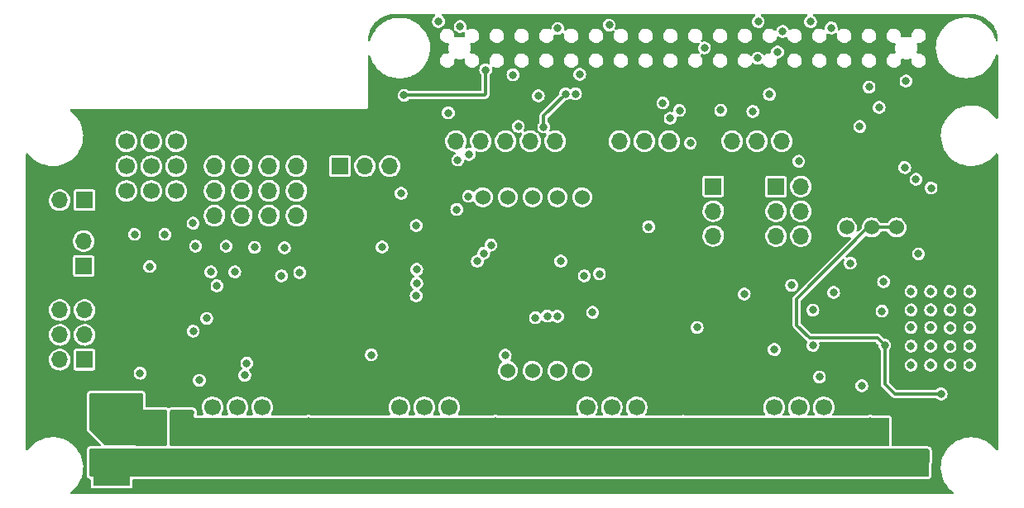
<source format=gbr>
%TF.GenerationSoftware,KiCad,Pcbnew,(6.0.1)*%
%TF.CreationDate,2022-02-16T19:40:38-05:00*%
%TF.ProjectId,expansion-board,65787061-6e73-4696-9f6e-2d626f617264,rev?*%
%TF.SameCoordinates,Original*%
%TF.FileFunction,Copper,L3,Inr*%
%TF.FilePolarity,Positive*%
%FSLAX46Y46*%
G04 Gerber Fmt 4.6, Leading zero omitted, Abs format (unit mm)*
G04 Created by KiCad (PCBNEW (6.0.1)) date 2022-02-16 19:40:38*
%MOMM*%
%LPD*%
G01*
G04 APERTURE LIST*
G04 Aperture macros list*
%AMRotRect*
0 Rectangle, with rotation*
0 The origin of the aperture is its center*
0 $1 length*
0 $2 width*
0 $3 Rotation angle, in degrees counterclockwise*
0 Add horizontal line*
21,1,$1,$2,0,0,$3*%
G04 Aperture macros list end*
%TA.AperFunction,ComponentPad*%
%ADD10O,1.700000X1.700000*%
%TD*%
%TA.AperFunction,ComponentPad*%
%ADD11R,1.700000X1.700000*%
%TD*%
%TA.AperFunction,ComponentPad*%
%ADD12C,1.524000*%
%TD*%
%TA.AperFunction,ComponentPad*%
%ADD13R,3.800000X3.800000*%
%TD*%
%TA.AperFunction,ComponentPad*%
%ADD14C,3.800000*%
%TD*%
%TA.AperFunction,ComponentPad*%
%ADD15C,1.700000*%
%TD*%
%TA.AperFunction,ComponentPad*%
%ADD16RotRect,2.000000X2.000000X325.000000*%
%TD*%
%TA.AperFunction,ComponentPad*%
%ADD17C,2.000000*%
%TD*%
%TA.AperFunction,ViaPad*%
%ADD18C,0.800000*%
%TD*%
%TA.AperFunction,Conductor*%
%ADD19C,0.330200*%
%TD*%
G04 APERTURE END LIST*
D10*
%TO.N,GND*%
%TO.C,J3*%
X142315000Y-53825000D03*
%TO.N,+5V*%
X139775000Y-53825000D03*
%TO.N,GND*%
X142315000Y-51285000D03*
%TO.N,+5V*%
X139775000Y-51285000D03*
%TO.N,GND*%
X142315000Y-48745000D03*
D11*
%TO.N,+5V*%
X139775000Y-48745000D03*
%TD*%
D12*
%TO.N,+5V*%
%TO.C,RV1*%
X147030008Y-52950008D03*
%TO.N,Net-(R17-Pad2)*%
X149570008Y-52950008D03*
X152110008Y-52950008D03*
%TD*%
D11*
%TO.N,+3V3*%
%TO.C,J9*%
X85097216Y-44112405D03*
D10*
%TO.N,Net-(J9-Pad2)*%
X85097216Y-46652405D03*
%TO.N,FOOT2*%
X85097216Y-49192405D03*
%TO.N,GND*%
X85097216Y-51732405D03*
%TD*%
D13*
%TO.N,GND*%
%TO.C,J2*%
X71775000Y-77525000D03*
D14*
%TO.N,/+BATT-RAW*%
X71775000Y-72525000D03*
%TD*%
D11*
%TO.N,+3V3*%
%TO.C,J14*%
X132750000Y-44107000D03*
D10*
%TO.N,TX*%
X135290000Y-44107000D03*
%TO.N,RX*%
X137830000Y-44107000D03*
%TO.N,GND*%
X140370000Y-44107000D03*
%TD*%
D15*
%TO.N,M7*%
%TO.C,U10*%
X120425000Y-71385000D03*
%TO.N,+BATT*%
X120425000Y-73925000D03*
%TO.N,GND*%
X120425000Y-76465000D03*
%TO.N,M8*%
X122965000Y-71385000D03*
%TO.N,+BATT*%
X122965000Y-73925000D03*
%TO.N,GND*%
X122965000Y-76465000D03*
%TO.N,M9*%
X125505000Y-71385000D03*
%TO.N,+BATT*%
X125505000Y-73925000D03*
%TO.N,GND*%
X125505000Y-76465000D03*
%TD*%
D11*
%TO.N,+3V3*%
%TO.C,J15*%
X104470000Y-44107000D03*
D10*
%TO.N,SPI_CLK*%
X107010000Y-44107000D03*
%TO.N,SPI_MOSI*%
X109550000Y-44107000D03*
%TO.N,SPI_MISO*%
X112090000Y-44107000D03*
%TO.N,SPI_CS*%
X114630000Y-44107000D03*
%TO.N,GND*%
X117170000Y-44107000D03*
%TD*%
D11*
%TO.N,+BATT*%
%TO.C,J4*%
X69000000Y-66500000D03*
D10*
%TO.N,GND*%
X66460000Y-66500000D03*
%TO.N,+BATT*%
X69000000Y-63960000D03*
%TO.N,GND*%
X66460000Y-63960000D03*
%TO.N,+BATT*%
X69000000Y-61420000D03*
%TO.N,GND*%
X66460000Y-61420000D03*
%TD*%
D16*
%TO.N,+BATT*%
%TO.C,C8*%
X92175000Y-73750000D03*
D17*
%TO.N,GND*%
X96270760Y-76617882D03*
%TD*%
D11*
%TO.N,+3V3*%
%TO.C,J13*%
X121200000Y-44107000D03*
D10*
%TO.N,SDA5*%
X123740000Y-44107000D03*
%TO.N,SCL5*%
X126280000Y-44107000D03*
%TO.N,GND*%
X128820000Y-44107000D03*
%TD*%
D11*
%TO.N,+5V*%
%TO.C,J6*%
X133360000Y-48730000D03*
D10*
%TO.N,Net-(J6-Pad2)*%
X133360000Y-51270000D03*
%TO.N,GND*%
X133360000Y-53810000D03*
%TD*%
D11*
%TO.N,+3V3*%
%TO.C,J10*%
X87891216Y-44112405D03*
D10*
%TO.N,Net-(J10-Pad2)*%
X87891216Y-46652405D03*
%TO.N,FOOT3*%
X87891216Y-49192405D03*
%TO.N,GND*%
X87891216Y-51732405D03*
%TD*%
D15*
%TO.N,AUX_M1*%
%TO.C,U11*%
X73286216Y-44125405D03*
%TO.N,Net-(JP5-Pad2)*%
X73286216Y-46665405D03*
%TO.N,GND*%
X73286216Y-49205405D03*
%TO.N,AUX_M2*%
X75826216Y-44125405D03*
%TO.N,Net-(JP6-Pad2)*%
X75826216Y-46665405D03*
%TO.N,GND*%
X75826216Y-49205405D03*
%TO.N,AUX_M3*%
X78366216Y-44125405D03*
%TO.N,Net-(JP7-Pad2)*%
X78366216Y-46665405D03*
%TO.N,GND*%
X78366216Y-49205405D03*
%TD*%
D16*
%TO.N,+BATT*%
%TO.C,C6*%
X149650000Y-73750000D03*
D17*
%TO.N,GND*%
X153745760Y-76617882D03*
%TD*%
D11*
%TO.N,Net-(J1-Pad1)*%
%TO.C,J1*%
X68900000Y-56875000D03*
D10*
%TO.N,Net-(J1-Pad2)*%
X68900000Y-54335000D03*
%TD*%
D12*
%TO.N,+3V3*%
%TO.C,MOD1*%
X122475000Y-49837500D03*
%TO.N,unconnected-(MOD1-Pad2)*%
X119935000Y-49837500D03*
%TO.N,GND*%
X117395000Y-49837500D03*
%TO.N,SDA5*%
X114855000Y-49837500D03*
%TO.N,SCL5*%
X112315000Y-49837500D03*
%TO.N,unconnected-(MOD1-Pad6)*%
X109775000Y-49837500D03*
%TO.N,unconnected-(MOD1-Pad7)*%
X112315000Y-67617500D03*
%TO.N,unconnected-(MOD1-Pad8)*%
X114855000Y-67617500D03*
%TO.N,unconnected-(MOD1-Pad9)*%
X117395000Y-67617500D03*
%TO.N,unconnected-(MOD1-Pad10)*%
X119935000Y-67617500D03*
%TD*%
D15*
%TO.N,M1*%
%TO.C,U8*%
X82100414Y-71385000D03*
%TO.N,+BATT*%
X82100414Y-73925000D03*
%TO.N,GND*%
X82100414Y-76465000D03*
%TO.N,M2*%
X84640414Y-71385000D03*
%TO.N,+BATT*%
X84640414Y-73925000D03*
%TO.N,GND*%
X84640414Y-76465000D03*
%TO.N,M3*%
X87180414Y-71385000D03*
%TO.N,+BATT*%
X87180414Y-73925000D03*
%TO.N,GND*%
X87180414Y-76465000D03*
%TD*%
%TO.N,M10*%
%TO.C,U12*%
X139575000Y-71385000D03*
%TO.N,+BATT*%
X139575000Y-73925000D03*
%TO.N,GND*%
X139575000Y-76465000D03*
%TO.N,M11*%
X142115000Y-71385000D03*
%TO.N,+BATT*%
X142115000Y-73925000D03*
%TO.N,GND*%
X142115000Y-76465000D03*
%TO.N,M12*%
X144655000Y-71385000D03*
%TO.N,+BATT*%
X144655000Y-73925000D03*
%TO.N,GND*%
X144655000Y-76465000D03*
%TD*%
D11*
%TO.N,+3V3*%
%TO.C,J8*%
X82303216Y-44112405D03*
D10*
%TO.N,Net-(J8-Pad2)*%
X82303216Y-46652405D03*
%TO.N,FOOT1*%
X82303216Y-49192405D03*
%TO.N,GND*%
X82303216Y-51732405D03*
%TD*%
D11*
%TO.N,+3V3*%
%TO.C,J11*%
X90685216Y-44112405D03*
D10*
%TO.N,Net-(J11-Pad2)*%
X90685216Y-46652405D03*
%TO.N,FOOT4*%
X90685216Y-49192405D03*
%TO.N,GND*%
X90685216Y-51732405D03*
%TD*%
D15*
%TO.N,M4*%
%TO.C,U9*%
X101225394Y-71385000D03*
%TO.N,+BATT*%
X101225394Y-73925000D03*
%TO.N,GND*%
X101225394Y-76465000D03*
%TO.N,M5*%
X103765394Y-71385000D03*
%TO.N,+BATT*%
X103765394Y-73925000D03*
%TO.N,GND*%
X103765394Y-76465000D03*
%TO.N,M6*%
X106305394Y-71385000D03*
%TO.N,+BATT*%
X106305394Y-73925000D03*
%TO.N,GND*%
X106305394Y-76465000D03*
%TD*%
D16*
%TO.N,+BATT*%
%TO.C,C10*%
X111300000Y-73750000D03*
D17*
%TO.N,GND*%
X115395760Y-76617882D03*
%TD*%
D11*
%TO.N,Net-(J7-Pad1)*%
%TO.C,J7*%
X95160000Y-46657000D03*
D10*
%TO.N,+3V3*%
X95160000Y-44117000D03*
%TO.N,Net-(J7-Pad3)*%
X97700000Y-46657000D03*
%TO.N,+3V3*%
X97700000Y-44117000D03*
%TO.N,Net-(J7-Pad5)*%
X100240000Y-46657000D03*
%TO.N,+3V3*%
X100240000Y-44117000D03*
%TD*%
D16*
%TO.N,+BATT*%
%TO.C,C9*%
X130527120Y-73818982D03*
D17*
%TO.N,GND*%
X134622880Y-76686864D03*
%TD*%
D11*
%TO.N,+AUX*%
%TO.C,J5*%
X69000000Y-50150000D03*
D10*
%TO.N,GND*%
X66460000Y-50150000D03*
%TD*%
D18*
%TO.N,+5V*%
X136520000Y-59770000D03*
X142090000Y-46160000D03*
X148350000Y-42600000D03*
X150330000Y-40640000D03*
%TO.N,Net-(R17-Pad2)*%
X156680000Y-70000000D03*
%TO.N,+5V*%
X153080000Y-37930000D03*
%TO.N,Net-(D2-Pad1)*%
X150789711Y-58510289D03*
X150625000Y-61525000D03*
%TO.N,+BATT*%
X145672220Y-59607780D03*
X143550000Y-61420000D03*
X143550000Y-65040000D03*
X144220000Y-68270000D03*
X148560000Y-69160000D03*
%TO.N,Net-(D2-Pad1)*%
X154360000Y-55650000D03*
X147370000Y-56600000D03*
X141385000Y-58865000D03*
X139590000Y-65460000D03*
%TO.N,Net-(J12-Pad31)*%
X89150000Y-57900000D03*
%TO.N,+BATT*%
X79510000Y-72170000D03*
X78250009Y-72160003D03*
%TO.N,/+BATT-RAW*%
X76940000Y-72160000D03*
X75719991Y-72139988D03*
%TO.N,+5V*%
X74680000Y-67880000D03*
%TO.N,GND*%
X152950000Y-46800000D03*
X154100000Y-48000000D03*
X155600000Y-67050000D03*
X157600000Y-67050000D03*
X159600000Y-67050000D03*
X153600000Y-67050000D03*
X157600000Y-59500000D03*
X157600000Y-61400000D03*
X157600000Y-63250000D03*
X159600000Y-63200000D03*
X155600000Y-65100000D03*
X155600000Y-61400000D03*
X157600000Y-65150000D03*
X153600000Y-63200000D03*
X153600000Y-59500000D03*
X159600000Y-59500000D03*
X153600000Y-65100000D03*
X159600000Y-61400000D03*
X155600000Y-59500000D03*
X155600000Y-63200000D03*
X159600000Y-65100000D03*
X153600000Y-61400000D03*
%TO.N,Net-(R17-Pad2)*%
X150900000Y-65000000D03*
%TO.N,GND*%
X155650000Y-48900000D03*
%TO.N,+3V3*%
X135100000Y-31850000D03*
X155250000Y-31850000D03*
%TO.N,GND*%
X149300000Y-38550000D03*
X143300000Y-31850000D03*
X139932200Y-34967800D03*
X132450000Y-34550000D03*
X112857800Y-37300000D03*
X119682200Y-37250000D03*
X122700000Y-32200000D03*
X105223473Y-31820427D03*
%TO.N,SPI_CS*%
X139100000Y-39300000D03*
%TO.N,OUT4*%
X137950000Y-31850000D03*
X137900000Y-35600000D03*
%TO.N,SPI_CS*%
X119252703Y-39250000D03*
%TO.N,SDA5*%
X118250000Y-39250000D03*
%TO.N,GND*%
X101400000Y-49450000D03*
%TO.N,+5V*%
X131700000Y-63200000D03*
%TO.N,Net-(J1-Pad1)*%
X85400000Y-68100000D03*
%TO.N,Net-(J1-Pad2)*%
X85600000Y-66850000D03*
%TO.N,GND*%
X80750000Y-68600000D03*
X98350000Y-66000000D03*
%TO.N,+3V3*%
X98900000Y-64300000D03*
X107450000Y-63050000D03*
X108300000Y-65550000D03*
X90450000Y-63400000D03*
X92600000Y-64050000D03*
%TO.N,OUT1*%
X110050000Y-36800000D03*
X101700000Y-39400000D03*
%TO.N,OUT2*%
X145426908Y-32491247D03*
X102950000Y-59950000D03*
%TO.N,OUT3*%
X140450000Y-32850000D03*
X103000000Y-58650000D03*
%TO.N,OUT4*%
X137400000Y-41050000D03*
X103000000Y-57250000D03*
%TO.N,OUT5*%
X134117917Y-40932083D03*
X99450000Y-54950000D03*
%TO.N,OUT6*%
X128950000Y-41750000D03*
X102950000Y-52750000D03*
%TO.N,OUT7*%
X129900000Y-40950000D03*
X106232200Y-41200000D03*
%TO.N,Net-(J12-Pad23)*%
X128200000Y-40182200D03*
X91016216Y-57555405D03*
%TO.N,Net-(J12-Pad31)*%
X115450000Y-39450000D03*
%TO.N,Net-(J12-Pad29)*%
X117450000Y-32550000D03*
X84366216Y-57505405D03*
%TO.N,Net-(J12-Pad37)*%
X107450000Y-32350000D03*
X81916216Y-57505405D03*
%TO.N,SDA5*%
X116000000Y-42650000D03*
%TO.N,SCL5*%
X113400000Y-42600000D03*
%TO.N,GND*%
X82550000Y-58917800D03*
X81500000Y-62250000D03*
%TO.N,AUX_M3*%
X110600000Y-54750000D03*
%TO.N,AUX_M2*%
X109850000Y-55600000D03*
%TO.N,AUX_M1*%
X109200000Y-56400000D03*
%TO.N,FOOT3*%
X86400000Y-54980000D03*
%TO.N,FOOT4*%
X89460000Y-55020000D03*
%TO.N,FOOT2*%
X83490000Y-54870000D03*
%TO.N,FOOT1*%
X80366216Y-54855405D03*
%TO.N,GND*%
X117750000Y-56400000D03*
X115150000Y-62200000D03*
%TO.N,NEOPIXEL*%
X131000000Y-44300000D03*
%TO.N,+3V3*%
X124870000Y-53400000D03*
%TO.N,SDA1*%
X121700000Y-57700000D03*
X117407718Y-62042281D03*
%TO.N,SCL1*%
X120150000Y-57900000D03*
X116375951Y-62032337D03*
%TO.N,+3V3*%
X127250000Y-56600000D03*
X121150000Y-63600000D03*
%TO.N,GND*%
X121000000Y-61650000D03*
%TO.N,M5*%
X112050000Y-66050000D03*
%TO.N,ID_SD*%
X108350000Y-45450011D03*
X108300000Y-49750000D03*
%TO.N,ID_SC*%
X107200000Y-46032200D03*
X107100000Y-51100000D03*
%TO.N,+BATT*%
X75666216Y-56955405D03*
%TO.N,Net-(JP7-Pad2)*%
X80100000Y-52510000D03*
%TO.N,Net-(JP6-Pad2)*%
X77216213Y-53655412D03*
%TO.N,Net-(JP5-Pad2)*%
X74116219Y-53655412D03*
%TO.N,GND*%
X80120300Y-63565976D03*
%TO.N,NEOPIXEL*%
X126742083Y-52872083D03*
%TD*%
D19*
%TO.N,Net-(R17-Pad2)*%
X152110000Y-52950000D02*
X149570000Y-52950000D01*
X149200000Y-52950000D02*
X149570000Y-52950000D01*
X141890000Y-62950000D02*
X141890000Y-60260000D01*
X143212189Y-64272189D02*
X141890000Y-62950000D01*
X150172189Y-64272189D02*
X143212189Y-64272189D01*
X150900000Y-65000000D02*
X150172189Y-64272189D01*
X141890000Y-60260000D02*
X149200000Y-52950000D01*
X151910000Y-70000000D02*
X150900000Y-68990000D01*
X150900000Y-68990000D02*
X150900000Y-65000000D01*
X156680000Y-70000000D02*
X151910000Y-70000000D01*
%TO.N,SDA5*%
X116000000Y-41500000D02*
X118250000Y-39250000D01*
X116000000Y-42650000D02*
X116000000Y-41500000D01*
%TO.N,OUT1*%
X110050000Y-39250000D02*
X110050000Y-36800000D01*
X101750000Y-39350000D02*
X109950000Y-39350000D01*
X109950000Y-39350000D02*
X110050000Y-39250000D01*
X101700000Y-39400000D02*
X101750000Y-39350000D01*
%TD*%
%TA.AperFunction,Conductor*%
%TO.N,+BATT*%
G36*
X80148848Y-71670002D02*
G01*
X80195341Y-71723658D01*
X80206686Y-71779230D01*
X80190000Y-72430000D01*
X80422121Y-72430130D01*
X81711498Y-72430855D01*
X81750358Y-72437020D01*
X81752338Y-72437663D01*
X81757642Y-72439942D01*
X81776155Y-72444131D01*
X81949993Y-72483467D01*
X81949998Y-72483468D01*
X81955630Y-72484742D01*
X81961401Y-72484969D01*
X81961403Y-72484969D01*
X82021170Y-72487317D01*
X82158467Y-72492712D01*
X82262527Y-72477624D01*
X82353645Y-72464413D01*
X82353650Y-72464412D01*
X82359359Y-72463584D01*
X82364823Y-72461729D01*
X82364828Y-72461728D01*
X82434813Y-72437971D01*
X82475385Y-72431284D01*
X84255898Y-72432284D01*
X84293826Y-72438302D01*
X84297642Y-72439942D01*
X84303271Y-72441216D01*
X84303272Y-72441216D01*
X84489993Y-72483467D01*
X84489998Y-72483468D01*
X84495630Y-72484742D01*
X84501401Y-72484969D01*
X84501403Y-72484969D01*
X84561170Y-72487317D01*
X84698467Y-72492712D01*
X84816603Y-72475583D01*
X84893637Y-72464414D01*
X84893641Y-72464413D01*
X84899359Y-72463584D01*
X84904831Y-72461726D01*
X84904833Y-72461726D01*
X84955637Y-72444480D01*
X84970618Y-72439395D01*
X85011189Y-72432708D01*
X86800297Y-72433713D01*
X86836521Y-72439460D01*
X86837642Y-72439942D01*
X86906567Y-72455538D01*
X87029993Y-72483467D01*
X87029998Y-72483468D01*
X87035630Y-72484742D01*
X87041401Y-72484969D01*
X87041403Y-72484969D01*
X87101170Y-72487317D01*
X87238467Y-72492712D01*
X87342527Y-72477624D01*
X87433645Y-72464413D01*
X87433650Y-72464412D01*
X87439359Y-72463584D01*
X87444823Y-72461729D01*
X87444828Y-72461728D01*
X87506420Y-72440820D01*
X87546992Y-72434133D01*
X100876030Y-72441620D01*
X100903767Y-72444727D01*
X101074973Y-72483467D01*
X101074978Y-72483468D01*
X101080610Y-72484742D01*
X101086381Y-72484969D01*
X101086383Y-72484969D01*
X101146150Y-72487317D01*
X101283447Y-72492712D01*
X101401583Y-72475583D01*
X101478617Y-72464414D01*
X101478621Y-72464413D01*
X101484339Y-72463584D01*
X101489812Y-72461726D01*
X101489817Y-72461725D01*
X101528199Y-72448696D01*
X101568771Y-72442009D01*
X102939520Y-72442779D01*
X103422351Y-72443050D01*
X103450088Y-72446157D01*
X103614973Y-72483467D01*
X103614978Y-72483468D01*
X103620610Y-72484742D01*
X103626381Y-72484969D01*
X103626383Y-72484969D01*
X103686150Y-72487317D01*
X103823447Y-72492712D01*
X104024339Y-72463584D01*
X104029807Y-72461728D01*
X104064006Y-72450120D01*
X104104576Y-72443434D01*
X105346195Y-72444131D01*
X105968676Y-72444480D01*
X105996406Y-72447587D01*
X106085096Y-72467655D01*
X106154974Y-72483467D01*
X106154977Y-72483467D01*
X106160610Y-72484742D01*
X106166381Y-72484969D01*
X106166383Y-72484969D01*
X106226150Y-72487317D01*
X106363447Y-72492712D01*
X106481583Y-72475583D01*
X106558617Y-72464414D01*
X106558621Y-72464413D01*
X106564339Y-72463584D01*
X106569812Y-72461726D01*
X106569817Y-72461725D01*
X106599806Y-72451545D01*
X106640378Y-72444858D01*
X113086965Y-72448479D01*
X120123420Y-72452431D01*
X120151151Y-72455538D01*
X120204702Y-72467655D01*
X120274580Y-72483467D01*
X120274583Y-72483467D01*
X120280216Y-72484742D01*
X120285987Y-72484969D01*
X120285989Y-72484969D01*
X120345756Y-72487317D01*
X120483053Y-72492712D01*
X120601189Y-72475583D01*
X120678223Y-72464414D01*
X120678227Y-72464413D01*
X120683945Y-72463584D01*
X120693387Y-72460379D01*
X120696089Y-72459462D01*
X120736659Y-72452776D01*
X122669739Y-72453862D01*
X122697475Y-72456969D01*
X122788759Y-72477624D01*
X122820216Y-72484742D01*
X122825990Y-72484969D01*
X122825991Y-72484969D01*
X122862537Y-72486405D01*
X123023053Y-72492712D01*
X123223945Y-72463584D01*
X123229413Y-72461728D01*
X123231894Y-72460886D01*
X123272462Y-72454201D01*
X125216059Y-72455292D01*
X125243796Y-72458399D01*
X125354579Y-72483467D01*
X125354584Y-72483468D01*
X125360216Y-72484742D01*
X125365987Y-72484969D01*
X125365989Y-72484969D01*
X125425756Y-72487317D01*
X125563053Y-72492712D01*
X125667113Y-72477624D01*
X125758231Y-72464413D01*
X125758236Y-72464412D01*
X125763945Y-72463584D01*
X125769412Y-72461728D01*
X125775031Y-72460379D01*
X125775198Y-72461074D01*
X125808265Y-72455625D01*
X137986886Y-72462466D01*
X139321074Y-72463215D01*
X139348811Y-72466322D01*
X139424579Y-72483467D01*
X139424584Y-72483468D01*
X139430216Y-72484742D01*
X139435987Y-72484969D01*
X139435989Y-72484969D01*
X139495756Y-72487317D01*
X139633053Y-72492712D01*
X139825477Y-72464812D01*
X139843617Y-72463509D01*
X141867398Y-72464645D01*
X141895130Y-72467752D01*
X141928236Y-72475243D01*
X141964580Y-72483467D01*
X141964583Y-72483467D01*
X141970216Y-72484742D01*
X141975987Y-72484969D01*
X141975989Y-72484969D01*
X142035756Y-72487317D01*
X142173053Y-72492712D01*
X142330184Y-72469929D01*
X142355669Y-72466234D01*
X142373820Y-72464930D01*
X144413718Y-72466076D01*
X144441454Y-72469183D01*
X144478759Y-72477624D01*
X144510216Y-72484742D01*
X144515990Y-72484969D01*
X144515991Y-72484969D01*
X144552537Y-72486405D01*
X144713053Y-72492712D01*
X144885869Y-72467655D01*
X144904017Y-72466351D01*
X146114560Y-72467031D01*
X151272962Y-72469929D01*
X151341071Y-72489969D01*
X151387534Y-72543651D01*
X151398886Y-72597032D01*
X151376106Y-75194000D01*
X151376096Y-75195105D01*
X151355497Y-75263048D01*
X151301436Y-75309068D01*
X151250101Y-75320000D01*
X77856000Y-75320000D01*
X77787879Y-75299998D01*
X77741386Y-75246342D01*
X77730000Y-75194000D01*
X77730000Y-71776000D01*
X77750002Y-71707879D01*
X77803658Y-71661386D01*
X77856000Y-71650000D01*
X80080727Y-71650000D01*
X80148848Y-71670002D01*
G37*
%TD.AperFunction*%
%TD*%
%TA.AperFunction,Conductor*%
%TO.N,+3V3*%
G36*
X104838440Y-31074002D02*
G01*
X104884933Y-31127658D01*
X104895037Y-31197932D01*
X104865543Y-31262512D01*
X104852218Y-31274360D01*
X104852887Y-31275127D01*
X104733512Y-31379265D01*
X104642423Y-31508871D01*
X104584879Y-31656464D01*
X104583887Y-31663997D01*
X104583887Y-31663998D01*
X104565317Y-31805055D01*
X104564202Y-31813523D01*
X104570605Y-31871518D01*
X104577557Y-31934484D01*
X104581586Y-31970980D01*
X104584196Y-31978111D01*
X104584196Y-31978113D01*
X104620385Y-32077004D01*
X104636026Y-32119746D01*
X104640262Y-32126049D01*
X104640262Y-32126050D01*
X104715516Y-32238039D01*
X104724381Y-32251232D01*
X104730000Y-32256345D01*
X104730001Y-32256346D01*
X104832926Y-32350000D01*
X104841549Y-32357846D01*
X104980766Y-32433435D01*
X105133995Y-32473634D01*
X105217950Y-32474953D01*
X105284792Y-32476003D01*
X105284795Y-32476003D01*
X105292389Y-32476122D01*
X105446805Y-32440756D01*
X105529528Y-32399151D01*
X105581545Y-32372990D01*
X105581548Y-32372988D01*
X105588328Y-32369578D01*
X105594099Y-32364649D01*
X105594102Y-32364647D01*
X105703009Y-32271631D01*
X105703009Y-32271630D01*
X105708787Y-32266696D01*
X105801228Y-32138051D01*
X105860315Y-31991068D01*
X105870393Y-31920251D01*
X105882054Y-31838318D01*
X105882054Y-31838315D01*
X105882635Y-31834234D01*
X105882780Y-31820427D01*
X105863749Y-31663160D01*
X105807753Y-31514973D01*
X105769148Y-31458802D01*
X105722328Y-31390678D01*
X105722327Y-31390676D01*
X105718026Y-31384419D01*
X105599748Y-31279038D01*
X105600382Y-31278326D01*
X105559997Y-31228163D01*
X105552442Y-31157570D01*
X105584251Y-31094098D01*
X105645326Y-31057899D01*
X105676429Y-31054000D01*
X137546296Y-31054000D01*
X137614417Y-31074002D01*
X137660910Y-31127658D01*
X137671014Y-31197932D01*
X137641520Y-31262512D01*
X137604085Y-31291966D01*
X137586162Y-31301217D01*
X137579414Y-31304700D01*
X137460039Y-31408838D01*
X137368950Y-31538444D01*
X137351721Y-31582634D01*
X137317386Y-31670700D01*
X137311406Y-31686037D01*
X137310414Y-31693570D01*
X137310414Y-31693571D01*
X137291896Y-31834234D01*
X137290729Y-31843096D01*
X137295736Y-31888444D01*
X137307066Y-31991068D01*
X137308113Y-32000553D01*
X137310723Y-32007684D01*
X137310723Y-32007686D01*
X137358430Y-32138051D01*
X137362553Y-32149319D01*
X137366789Y-32155622D01*
X137366789Y-32155623D01*
X137422443Y-32238444D01*
X137450908Y-32280805D01*
X137456527Y-32285918D01*
X137456528Y-32285919D01*
X137557389Y-32377695D01*
X137568076Y-32387419D01*
X137707293Y-32463008D01*
X137860522Y-32503207D01*
X137944477Y-32504526D01*
X138011319Y-32505576D01*
X138011322Y-32505576D01*
X138018916Y-32505695D01*
X138173332Y-32470329D01*
X138272902Y-32420251D01*
X138308072Y-32402563D01*
X138308075Y-32402561D01*
X138314855Y-32399151D01*
X138320626Y-32394222D01*
X138320629Y-32394220D01*
X138429536Y-32301204D01*
X138429536Y-32301203D01*
X138435314Y-32296269D01*
X138527755Y-32167624D01*
X138586842Y-32020641D01*
X138602739Y-31908941D01*
X138608581Y-31867891D01*
X138608581Y-31867888D01*
X138609162Y-31863807D01*
X138609307Y-31850000D01*
X138590276Y-31692733D01*
X138534280Y-31544546D01*
X138509761Y-31508871D01*
X138448855Y-31420251D01*
X138448854Y-31420249D01*
X138444553Y-31413992D01*
X138326275Y-31308611D01*
X138293679Y-31291352D01*
X138242839Y-31241802D01*
X138226857Y-31172628D01*
X138250811Y-31105794D01*
X138307095Y-31062520D01*
X138352641Y-31054000D01*
X142896296Y-31054000D01*
X142964417Y-31074002D01*
X143010910Y-31127658D01*
X143021014Y-31197932D01*
X142991520Y-31262512D01*
X142954085Y-31291966D01*
X142936162Y-31301217D01*
X142929414Y-31304700D01*
X142810039Y-31408838D01*
X142718950Y-31538444D01*
X142701721Y-31582634D01*
X142667386Y-31670700D01*
X142661406Y-31686037D01*
X142660414Y-31693570D01*
X142660414Y-31693571D01*
X142641896Y-31834234D01*
X142640729Y-31843096D01*
X142645736Y-31888444D01*
X142657066Y-31991068D01*
X142658113Y-32000553D01*
X142660723Y-32007684D01*
X142660723Y-32007686D01*
X142708430Y-32138051D01*
X142712553Y-32149319D01*
X142716789Y-32155622D01*
X142716789Y-32155623D01*
X142772443Y-32238444D01*
X142800908Y-32280805D01*
X142806527Y-32285918D01*
X142806528Y-32285919D01*
X142907389Y-32377695D01*
X142918076Y-32387419D01*
X143057293Y-32463008D01*
X143210522Y-32503207D01*
X143294477Y-32504526D01*
X143361319Y-32505576D01*
X143361322Y-32505576D01*
X143368916Y-32505695D01*
X143523332Y-32470329D01*
X143622902Y-32420251D01*
X143658072Y-32402563D01*
X143658075Y-32402561D01*
X143664855Y-32399151D01*
X143670626Y-32394222D01*
X143670629Y-32394220D01*
X143779536Y-32301204D01*
X143779536Y-32301203D01*
X143785314Y-32296269D01*
X143877755Y-32167624D01*
X143936842Y-32020641D01*
X143952739Y-31908941D01*
X143958581Y-31867891D01*
X143958581Y-31867888D01*
X143959162Y-31863807D01*
X143959307Y-31850000D01*
X143940276Y-31692733D01*
X143884280Y-31544546D01*
X143859761Y-31508871D01*
X143798855Y-31420251D01*
X143798854Y-31420249D01*
X143794553Y-31413992D01*
X143676275Y-31308611D01*
X143643679Y-31291352D01*
X143592839Y-31241802D01*
X143576857Y-31172628D01*
X143600811Y-31105794D01*
X143657095Y-31062520D01*
X143702641Y-31054000D01*
X159712575Y-31054000D01*
X159737153Y-31056421D01*
X159750000Y-31058976D01*
X159762170Y-31056556D01*
X159774581Y-31056556D01*
X159774581Y-31056757D01*
X159785469Y-31055992D01*
X160050393Y-31070870D01*
X160064425Y-31072450D01*
X160191833Y-31094098D01*
X160354066Y-31121663D01*
X160367841Y-31124807D01*
X160454600Y-31149802D01*
X160650156Y-31206141D01*
X160663477Y-31210802D01*
X160934912Y-31323234D01*
X160947635Y-31329361D01*
X161058579Y-31390678D01*
X161204768Y-31471474D01*
X161216731Y-31478991D01*
X161456329Y-31648994D01*
X161467376Y-31657803D01*
X161632151Y-31805055D01*
X161686439Y-31853570D01*
X161696429Y-31863560D01*
X161887175Y-32077004D01*
X161892196Y-32082623D01*
X161901005Y-32093669D01*
X161923980Y-32126050D01*
X162071009Y-32333269D01*
X162078526Y-32345232D01*
X162104779Y-32392733D01*
X162219704Y-32600672D01*
X162220637Y-32602361D01*
X162226766Y-32615088D01*
X162339198Y-32886523D01*
X162343859Y-32899844D01*
X162382343Y-33033422D01*
X162425193Y-33182159D01*
X162428337Y-33195934D01*
X162446380Y-33302126D01*
X162475177Y-33471608D01*
X162477549Y-33485570D01*
X162479131Y-33499609D01*
X162483559Y-33578469D01*
X162489976Y-33692739D01*
X162473825Y-33761874D01*
X162422860Y-33811302D01*
X162353263Y-33825330D01*
X162287130Y-33799504D01*
X162243841Y-33737167D01*
X162171930Y-33505576D01*
X162153496Y-33446208D01*
X162140931Y-33417652D01*
X162013122Y-33127182D01*
X162013120Y-33127179D01*
X162011679Y-33123903D01*
X161834287Y-32819724D01*
X161623601Y-32537581D01*
X161621157Y-32534983D01*
X161621152Y-32534977D01*
X161384780Y-32283707D01*
X161384776Y-32283704D01*
X161382330Y-32281103D01*
X161234107Y-32155623D01*
X161116298Y-32055890D01*
X161116294Y-32055887D01*
X161113576Y-32053586D01*
X161108337Y-32050085D01*
X160823770Y-31859944D01*
X160823768Y-31859943D01*
X160820793Y-31857955D01*
X160806602Y-31850646D01*
X160510930Y-31698364D01*
X160510925Y-31698362D01*
X160507747Y-31696725D01*
X160504406Y-31695459D01*
X160504401Y-31695457D01*
X160243178Y-31596489D01*
X160178461Y-31571970D01*
X160174997Y-31571090D01*
X160174993Y-31571089D01*
X159840637Y-31486173D01*
X159840629Y-31486171D01*
X159837170Y-31485293D01*
X159641770Y-31458700D01*
X159491253Y-31438215D01*
X159491246Y-31438214D01*
X159488260Y-31437808D01*
X159373519Y-31433300D01*
X159155402Y-31433300D01*
X159013844Y-31441338D01*
X158896608Y-31447995D01*
X158896601Y-31447996D01*
X158893040Y-31448198D01*
X158803318Y-31463615D01*
X158549518Y-31507225D01*
X158549510Y-31507227D01*
X158546000Y-31507830D01*
X158542575Y-31508828D01*
X158542572Y-31508829D01*
X158416679Y-31545524D01*
X158207941Y-31606366D01*
X158204639Y-31607751D01*
X158204638Y-31607751D01*
X157886508Y-31741154D01*
X157883210Y-31742537D01*
X157736745Y-31824561D01*
X157579098Y-31912847D01*
X157579093Y-31912850D01*
X157575981Y-31914593D01*
X157573085Y-31916678D01*
X157573080Y-31916681D01*
X157519976Y-31954911D01*
X157290205Y-32120323D01*
X157287569Y-32122717D01*
X157287567Y-32122719D01*
X157036741Y-32350553D01*
X157029554Y-32357081D01*
X156927340Y-32473634D01*
X156846216Y-32566138D01*
X156797381Y-32621823D01*
X156795349Y-32624752D01*
X156795346Y-32624756D01*
X156752834Y-32686037D01*
X156596671Y-32911147D01*
X156594980Y-32914294D01*
X156594977Y-32914299D01*
X156505783Y-33080297D01*
X156430002Y-33221332D01*
X156428675Y-33224657D01*
X156428675Y-33224658D01*
X156419868Y-33246732D01*
X156299519Y-33548390D01*
X156206899Y-33888117D01*
X156205702Y-33895892D01*
X156172927Y-34108838D01*
X156153332Y-34236145D01*
X156153192Y-34239709D01*
X156140459Y-34563807D01*
X156139508Y-34588000D01*
X156148806Y-34713115D01*
X156164274Y-34921256D01*
X156165604Y-34939158D01*
X156231284Y-35285104D01*
X156232342Y-35288513D01*
X156232344Y-35288519D01*
X156271329Y-35414069D01*
X156335704Y-35621392D01*
X156337145Y-35624667D01*
X156445828Y-35871668D01*
X156477521Y-35943697D01*
X156654913Y-36247876D01*
X156865599Y-36530019D01*
X156868043Y-36532617D01*
X156868048Y-36532623D01*
X157104420Y-36783893D01*
X157106870Y-36786497D01*
X157140601Y-36815052D01*
X157361018Y-37001649D01*
X157375624Y-37014014D01*
X157378588Y-37015994D01*
X157378590Y-37015996D01*
X157568266Y-37142733D01*
X157668407Y-37209645D01*
X157671589Y-37211284D01*
X157671591Y-37211285D01*
X157978270Y-37369236D01*
X157978275Y-37369238D01*
X157981453Y-37370875D01*
X157984794Y-37372141D01*
X157984799Y-37372143D01*
X158245800Y-37471027D01*
X158310739Y-37495630D01*
X158314203Y-37496510D01*
X158314207Y-37496511D01*
X158648563Y-37581427D01*
X158648571Y-37581429D01*
X158652030Y-37582307D01*
X158777031Y-37599319D01*
X158997947Y-37629385D01*
X158997954Y-37629386D01*
X159000940Y-37629792D01*
X159115681Y-37634300D01*
X159333798Y-37634300D01*
X159475356Y-37626262D01*
X159592592Y-37619605D01*
X159592599Y-37619604D01*
X159596160Y-37619402D01*
X159754555Y-37592185D01*
X159939682Y-37560375D01*
X159939690Y-37560373D01*
X159943200Y-37559770D01*
X159946625Y-37558772D01*
X159946628Y-37558771D01*
X160186555Y-37488838D01*
X160281259Y-37461234D01*
X160361241Y-37427695D01*
X160602692Y-37326446D01*
X160605990Y-37325063D01*
X160809156Y-37211285D01*
X160910102Y-37154753D01*
X160910107Y-37154750D01*
X160913219Y-37153007D01*
X160916115Y-37150922D01*
X160916120Y-37150919D01*
X161071009Y-37039414D01*
X161198995Y-36947277D01*
X161203701Y-36943003D01*
X161457005Y-36712918D01*
X161457006Y-36712917D01*
X161459646Y-36710519D01*
X161691819Y-36445777D01*
X161728283Y-36393215D01*
X161772535Y-36329424D01*
X161892529Y-36156453D01*
X161894620Y-36152563D01*
X162057502Y-35849424D01*
X162059198Y-35846268D01*
X162189681Y-35519210D01*
X162248437Y-35303695D01*
X162285652Y-35243234D01*
X162349648Y-35212492D01*
X162420105Y-35221228D01*
X162474654Y-35266669D01*
X162496000Y-35336837D01*
X162496000Y-41663248D01*
X162475998Y-41731369D01*
X162422342Y-41777862D01*
X162352068Y-41787966D01*
X162287488Y-41758472D01*
X162269042Y-41738637D01*
X162242585Y-41703207D01*
X162131601Y-41554581D01*
X162129157Y-41551983D01*
X162129152Y-41551977D01*
X161892780Y-41300707D01*
X161892776Y-41300704D01*
X161890330Y-41298103D01*
X161698284Y-41135524D01*
X161624298Y-41072890D01*
X161624294Y-41072887D01*
X161621576Y-41070586D01*
X161611431Y-41063807D01*
X161331770Y-40876944D01*
X161331768Y-40876943D01*
X161328793Y-40874955D01*
X161325609Y-40873315D01*
X161018930Y-40715364D01*
X161018925Y-40715362D01*
X161015747Y-40713725D01*
X161012406Y-40712459D01*
X161012401Y-40712457D01*
X160689805Y-40590237D01*
X160689806Y-40590237D01*
X160686461Y-40588970D01*
X160682997Y-40588090D01*
X160682993Y-40588089D01*
X160348637Y-40503173D01*
X160348629Y-40503171D01*
X160345170Y-40502293D01*
X160173448Y-40478922D01*
X159999253Y-40455215D01*
X159999246Y-40455214D01*
X159996260Y-40454808D01*
X159881519Y-40450300D01*
X159663402Y-40450300D01*
X159521844Y-40458338D01*
X159404608Y-40464995D01*
X159404601Y-40464996D01*
X159401040Y-40465198D01*
X159262717Y-40488966D01*
X159057518Y-40524225D01*
X159057510Y-40524227D01*
X159054000Y-40524830D01*
X159050575Y-40525828D01*
X159050572Y-40525829D01*
X158863792Y-40580271D01*
X158715941Y-40623366D01*
X158712639Y-40624751D01*
X158712638Y-40624751D01*
X158454198Y-40733124D01*
X158391210Y-40759537D01*
X158254320Y-40836199D01*
X158087098Y-40929847D01*
X158087093Y-40929850D01*
X158083981Y-40931593D01*
X158081085Y-40933678D01*
X158081080Y-40933681D01*
X158039233Y-40963807D01*
X157798205Y-41137323D01*
X157795569Y-41139717D01*
X157795567Y-41139719D01*
X157549627Y-41363115D01*
X157537554Y-41374081D01*
X157435812Y-41490095D01*
X157312413Y-41630805D01*
X157305381Y-41638823D01*
X157303349Y-41641752D01*
X157303346Y-41641756D01*
X157244909Y-41725994D01*
X157104671Y-41928147D01*
X157102980Y-41931294D01*
X157102977Y-41931299D01*
X157000230Y-42122521D01*
X156938002Y-42238332D01*
X156807519Y-42565390D01*
X156714899Y-42905117D01*
X156709194Y-42942185D01*
X156665200Y-43228017D01*
X156661332Y-43253145D01*
X156660869Y-43264934D01*
X156649806Y-43546519D01*
X156647508Y-43605000D01*
X156659004Y-43759689D01*
X156671160Y-43923264D01*
X156673604Y-43956158D01*
X156739284Y-44302104D01*
X156843704Y-44638392D01*
X156845145Y-44641667D01*
X156982278Y-44953326D01*
X156985521Y-44960697D01*
X157162913Y-45264876D01*
X157373599Y-45547019D01*
X157376043Y-45549617D01*
X157376048Y-45549623D01*
X157612420Y-45800893D01*
X157614870Y-45803497D01*
X157617599Y-45805807D01*
X157876870Y-46025296D01*
X157883624Y-46031014D01*
X157886588Y-46032994D01*
X157886590Y-46032996D01*
X158172233Y-46223856D01*
X158176407Y-46226645D01*
X158179589Y-46228284D01*
X158179591Y-46228285D01*
X158486270Y-46386236D01*
X158486275Y-46386238D01*
X158489453Y-46387875D01*
X158492794Y-46389141D01*
X158492799Y-46389143D01*
X158726342Y-46477624D01*
X158818739Y-46512630D01*
X158822203Y-46513510D01*
X158822207Y-46513511D01*
X159156563Y-46598427D01*
X159156571Y-46598429D01*
X159160030Y-46599307D01*
X159328456Y-46622229D01*
X159505947Y-46646385D01*
X159505954Y-46646386D01*
X159508940Y-46646792D01*
X159623681Y-46651300D01*
X159841798Y-46651300D01*
X159992668Y-46642733D01*
X160100592Y-46636605D01*
X160100599Y-46636604D01*
X160104160Y-46636402D01*
X160279525Y-46606269D01*
X160447682Y-46577375D01*
X160447690Y-46577373D01*
X160451200Y-46576770D01*
X160454625Y-46575772D01*
X160454628Y-46575771D01*
X160729940Y-46495524D01*
X160789259Y-46478234D01*
X160824959Y-46463264D01*
X161110692Y-46343446D01*
X161113990Y-46342063D01*
X161294594Y-46240920D01*
X161418102Y-46171753D01*
X161418107Y-46171750D01*
X161421219Y-46170007D01*
X161424115Y-46167922D01*
X161424120Y-46167919D01*
X161583933Y-46052869D01*
X161706995Y-45964277D01*
X161779971Y-45897991D01*
X161965005Y-45729918D01*
X161965006Y-45729917D01*
X161967646Y-45727519D01*
X162125046Y-45548039D01*
X162197468Y-45465458D01*
X162197469Y-45465456D01*
X162199819Y-45462777D01*
X162266473Y-45366695D01*
X162321736Y-45322126D01*
X162392322Y-45314509D01*
X162455822Y-45346263D01*
X162492074Y-45407307D01*
X162496000Y-45438516D01*
X162496000Y-75673848D01*
X162475998Y-75741969D01*
X162422342Y-75788462D01*
X162352068Y-75798566D01*
X162287488Y-75769072D01*
X162269042Y-75749237D01*
X162255864Y-75731589D01*
X162131601Y-75565181D01*
X162129157Y-75562583D01*
X162129152Y-75562577D01*
X161892780Y-75311307D01*
X161892776Y-75311304D01*
X161890330Y-75308703D01*
X161757469Y-75196228D01*
X161624298Y-75083490D01*
X161624294Y-75083487D01*
X161621576Y-75081186D01*
X161601549Y-75067804D01*
X161331770Y-74887544D01*
X161331768Y-74887543D01*
X161328793Y-74885555D01*
X161325609Y-74883915D01*
X161018930Y-74725964D01*
X161018925Y-74725962D01*
X161015747Y-74724325D01*
X161012406Y-74723059D01*
X161012401Y-74723057D01*
X160689805Y-74600837D01*
X160689806Y-74600837D01*
X160686461Y-74599570D01*
X160682997Y-74598690D01*
X160682993Y-74598689D01*
X160348637Y-74513773D01*
X160348629Y-74513771D01*
X160345170Y-74512893D01*
X160173448Y-74489522D01*
X159999253Y-74465815D01*
X159999246Y-74465814D01*
X159996260Y-74465408D01*
X159881519Y-74460900D01*
X159663402Y-74460900D01*
X159521844Y-74468938D01*
X159404608Y-74475595D01*
X159404601Y-74475596D01*
X159401040Y-74475798D01*
X159262717Y-74499566D01*
X159057518Y-74534825D01*
X159057510Y-74534827D01*
X159054000Y-74535430D01*
X159050575Y-74536428D01*
X159050572Y-74536429D01*
X158876081Y-74587289D01*
X158715941Y-74633966D01*
X158712639Y-74635351D01*
X158712638Y-74635351D01*
X158503483Y-74723057D01*
X158391210Y-74770137D01*
X158237595Y-74856165D01*
X158087098Y-74940447D01*
X158087093Y-74940450D01*
X158083981Y-74942193D01*
X158081085Y-74944278D01*
X158081080Y-74944281D01*
X157934361Y-75049904D01*
X157798205Y-75147923D01*
X157795569Y-75150317D01*
X157795567Y-75150319D01*
X157550555Y-75372872D01*
X157537554Y-75384681D01*
X157468093Y-75463886D01*
X157315379Y-75638023D01*
X157305381Y-75649423D01*
X157303349Y-75652352D01*
X157303346Y-75652356D01*
X157256422Y-75719998D01*
X157104671Y-75938747D01*
X157102980Y-75941894D01*
X157102977Y-75941899D01*
X157000230Y-76133121D01*
X156938002Y-76248932D01*
X156807519Y-76575990D01*
X156714899Y-76915717D01*
X156714357Y-76919239D01*
X156679116Y-77148204D01*
X156661332Y-77263745D01*
X156661192Y-77267309D01*
X156649949Y-77553481D01*
X156647508Y-77615600D01*
X156647773Y-77619160D01*
X156667945Y-77890602D01*
X156673604Y-77966758D01*
X156739284Y-78312704D01*
X156740342Y-78316113D01*
X156740344Y-78316119D01*
X156756633Y-78368578D01*
X156843704Y-78648992D01*
X156985521Y-78971297D01*
X157162913Y-79275476D01*
X157373599Y-79557619D01*
X157376043Y-79560217D01*
X157376048Y-79560223D01*
X157536078Y-79730339D01*
X157614870Y-79814097D01*
X157617599Y-79816407D01*
X157788495Y-79961081D01*
X157883624Y-80041614D01*
X157886588Y-80043594D01*
X157886590Y-80043596D01*
X157918975Y-80065235D01*
X157964503Y-80119712D01*
X157973350Y-80190155D01*
X157942709Y-80254199D01*
X157882307Y-80291511D01*
X157848973Y-80296000D01*
X67633178Y-80296000D01*
X67565057Y-80275998D01*
X67518564Y-80222342D01*
X67508460Y-80152068D01*
X67537954Y-80087488D01*
X67559562Y-80067742D01*
X67704395Y-79963477D01*
X67965046Y-79726719D01*
X68153238Y-79512128D01*
X68194868Y-79464658D01*
X68194869Y-79464656D01*
X68197219Y-79461977D01*
X68201271Y-79456137D01*
X68271850Y-79354396D01*
X68397929Y-79172653D01*
X68564598Y-78862468D01*
X68695081Y-78535410D01*
X68749977Y-78334052D01*
X69226000Y-78334052D01*
X69231794Y-78387993D01*
X69243159Y-78440288D01*
X69243599Y-78441896D01*
X69243602Y-78441906D01*
X69245507Y-78448859D01*
X69250329Y-78466458D01*
X69254222Y-78473300D01*
X69254223Y-78473304D01*
X69273143Y-78506561D01*
X69299334Y-78552601D01*
X69345804Y-78606276D01*
X69378377Y-78637732D01*
X69386358Y-78641911D01*
X69406136Y-78652267D01*
X69466175Y-78683704D01*
X69472111Y-78685450D01*
X69472112Y-78685450D01*
X69530048Y-78702487D01*
X69589759Y-78740895D01*
X69619226Y-78805487D01*
X69620501Y-78823369D01*
X69620501Y-79450066D01*
X69635266Y-79524301D01*
X69642161Y-79534620D01*
X69642162Y-79534622D01*
X69682516Y-79595015D01*
X69691516Y-79608484D01*
X69775699Y-79664734D01*
X69849933Y-79679500D01*
X71774844Y-79679500D01*
X73700066Y-79679499D01*
X73735818Y-79672388D01*
X73762126Y-79667156D01*
X73762128Y-79667155D01*
X73774301Y-79664734D01*
X73784621Y-79657839D01*
X73784622Y-79657838D01*
X73848168Y-79615377D01*
X73858484Y-79608484D01*
X73914734Y-79524301D01*
X73929500Y-79450067D01*
X73929500Y-78841904D01*
X73949502Y-78773783D01*
X74003158Y-78727290D01*
X74055550Y-78715904D01*
X149557061Y-78747346D01*
X149557062Y-78747346D01*
X155317459Y-78749745D01*
X155317466Y-78749745D01*
X155320771Y-78749746D01*
X155324067Y-78749400D01*
X155370445Y-78744531D01*
X155370447Y-78744531D01*
X155373730Y-78744186D01*
X155389200Y-78740895D01*
X155423549Y-78733588D01*
X155423565Y-78733584D01*
X155425117Y-78733254D01*
X155450360Y-78726510D01*
X155536908Y-78678226D01*
X155541613Y-78674221D01*
X155541617Y-78674218D01*
X155588828Y-78634029D01*
X155588834Y-78634024D01*
X155590969Y-78632206D01*
X155622694Y-78599900D01*
X155669399Y-78512489D01*
X155689998Y-78444546D01*
X155700914Y-78373079D01*
X155723170Y-75835924D01*
X155723674Y-75778527D01*
X155723674Y-75778522D01*
X155723704Y-75775078D01*
X155720369Y-75741969D01*
X155718501Y-75723432D01*
X155718501Y-75723431D01*
X155718155Y-75719998D01*
X155712363Y-75692772D01*
X155707162Y-75668321D01*
X155707158Y-75668305D01*
X155706795Y-75666598D01*
X155699390Y-75639339D01*
X155650385Y-75553196D01*
X155603915Y-75499521D01*
X155571342Y-75468065D01*
X155483544Y-75422093D01*
X155438614Y-75408880D01*
X155419740Y-75403330D01*
X155419738Y-75403330D01*
X155415431Y-75402063D01*
X155410988Y-75401422D01*
X155410982Y-75401421D01*
X155348329Y-75392387D01*
X155343877Y-75391745D01*
X155339381Y-75391743D01*
X155339379Y-75391743D01*
X154632527Y-75391449D01*
X154031267Y-75391199D01*
X153998707Y-75386905D01*
X153990408Y-75384681D01*
X153964434Y-75377721D01*
X153745760Y-75358590D01*
X153527086Y-75377721D01*
X153521771Y-75379145D01*
X153521772Y-75379145D01*
X153493695Y-75386668D01*
X153461032Y-75390961D01*
X152989519Y-75390765D01*
X151747278Y-75390248D01*
X151679166Y-75370218D01*
X151632696Y-75316543D01*
X151622778Y-75245206D01*
X151627235Y-75216048D01*
X151630086Y-75197404D01*
X151630096Y-75196299D01*
X151630096Y-75196228D01*
X151634221Y-74725964D01*
X151652846Y-72602699D01*
X151652846Y-72602696D01*
X151652876Y-72599260D01*
X151647330Y-72544198D01*
X151635978Y-72490817D01*
X151628581Y-72463573D01*
X151579588Y-72377424D01*
X151533125Y-72323742D01*
X151500559Y-72292283D01*
X151492574Y-72288101D01*
X151492572Y-72288099D01*
X151418253Y-72249171D01*
X151418248Y-72249169D01*
X151412767Y-72246298D01*
X151398433Y-72242080D01*
X151348982Y-72227530D01*
X151348978Y-72227529D01*
X151344658Y-72226258D01*
X151308881Y-72221093D01*
X151277567Y-72216573D01*
X151277565Y-72216573D01*
X151273105Y-72215929D01*
X151268607Y-72215926D01*
X151268600Y-72215926D01*
X149684654Y-72215036D01*
X149612455Y-72192250D01*
X149572275Y-72164116D01*
X149529866Y-72134421D01*
X149486429Y-72115307D01*
X149471947Y-72108934D01*
X149471945Y-72108934D01*
X149460588Y-72103936D01*
X149448183Y-72103665D01*
X149448181Y-72103665D01*
X149408795Y-72102806D01*
X149359365Y-72101728D01*
X149347799Y-72106226D01*
X149347797Y-72106226D01*
X149289757Y-72128797D01*
X149265003Y-72138423D01*
X149256039Y-72147004D01*
X149256036Y-72147006D01*
X149221837Y-72179745D01*
X149158798Y-72212403D01*
X149134636Y-72214728D01*
X146114703Y-72213031D01*
X145670805Y-72212781D01*
X145602696Y-72192741D01*
X145556233Y-72139059D01*
X145546169Y-72068779D01*
X145566738Y-72016172D01*
X145569147Y-72013276D01*
X145575372Y-72002162D01*
X145665510Y-71841208D01*
X145665511Y-71841206D01*
X145668334Y-71836165D01*
X145670190Y-71830698D01*
X145670192Y-71830693D01*
X145731728Y-71649414D01*
X145731729Y-71649409D01*
X145733584Y-71643945D01*
X145734412Y-71638236D01*
X145734413Y-71638231D01*
X145761382Y-71452227D01*
X145762712Y-71443053D01*
X145764232Y-71385000D01*
X145745658Y-71182859D01*
X145744090Y-71177299D01*
X145692125Y-70993046D01*
X145692124Y-70993044D01*
X145690557Y-70987487D01*
X145679978Y-70966033D01*
X145603331Y-70810609D01*
X145600776Y-70805428D01*
X145479320Y-70642779D01*
X145330258Y-70504987D01*
X145325375Y-70501906D01*
X145325371Y-70501903D01*
X145163464Y-70399748D01*
X145158581Y-70396667D01*
X144970039Y-70321446D01*
X144964379Y-70320320D01*
X144964375Y-70320319D01*
X144776613Y-70282971D01*
X144776610Y-70282971D01*
X144770946Y-70281844D01*
X144765171Y-70281768D01*
X144765167Y-70281768D01*
X144663793Y-70280441D01*
X144567971Y-70279187D01*
X144562274Y-70280166D01*
X144562273Y-70280166D01*
X144385328Y-70310571D01*
X144367910Y-70313564D01*
X144177463Y-70383824D01*
X144003010Y-70487612D01*
X143998670Y-70491418D01*
X143998666Y-70491421D01*
X143928948Y-70552563D01*
X143850392Y-70621455D01*
X143724720Y-70780869D01*
X143722031Y-70785980D01*
X143722029Y-70785983D01*
X143709073Y-70810609D01*
X143630203Y-70960515D01*
X143570007Y-71154378D01*
X143546148Y-71355964D01*
X143559424Y-71558522D01*
X143560845Y-71564118D01*
X143560846Y-71564123D01*
X143601683Y-71724916D01*
X143609392Y-71755269D01*
X143611809Y-71760512D01*
X143649007Y-71841200D01*
X143694377Y-71939616D01*
X143697710Y-71944332D01*
X143746185Y-72012923D01*
X143769166Y-72080097D01*
X143752181Y-72149032D01*
X143700624Y-72197842D01*
X143643217Y-72211643D01*
X143456032Y-72211538D01*
X143131784Y-72211356D01*
X143063676Y-72191316D01*
X143017213Y-72137634D01*
X143007149Y-72067354D01*
X143027534Y-72015215D01*
X143029147Y-72013276D01*
X143128334Y-71836165D01*
X143130190Y-71830698D01*
X143130192Y-71830693D01*
X143191728Y-71649414D01*
X143191729Y-71649409D01*
X143193584Y-71643945D01*
X143194412Y-71638236D01*
X143194413Y-71638231D01*
X143221382Y-71452227D01*
X143222712Y-71443053D01*
X143224232Y-71385000D01*
X143205658Y-71182859D01*
X143204090Y-71177299D01*
X143152125Y-70993046D01*
X143152124Y-70993044D01*
X143150557Y-70987487D01*
X143139978Y-70966033D01*
X143063331Y-70810609D01*
X143060776Y-70805428D01*
X142939320Y-70642779D01*
X142790258Y-70504987D01*
X142785375Y-70501906D01*
X142785371Y-70501903D01*
X142623464Y-70399748D01*
X142618581Y-70396667D01*
X142430039Y-70321446D01*
X142424379Y-70320320D01*
X142424375Y-70320319D01*
X142236613Y-70282971D01*
X142236610Y-70282971D01*
X142230946Y-70281844D01*
X142225171Y-70281768D01*
X142225167Y-70281768D01*
X142123793Y-70280441D01*
X142027971Y-70279187D01*
X142022274Y-70280166D01*
X142022273Y-70280166D01*
X141845328Y-70310571D01*
X141827910Y-70313564D01*
X141637463Y-70383824D01*
X141463010Y-70487612D01*
X141458670Y-70491418D01*
X141458666Y-70491421D01*
X141388948Y-70552563D01*
X141310392Y-70621455D01*
X141184720Y-70780869D01*
X141182031Y-70785980D01*
X141182029Y-70785983D01*
X141169073Y-70810609D01*
X141090203Y-70960515D01*
X141030007Y-71154378D01*
X141006148Y-71355964D01*
X141019424Y-71558522D01*
X141020845Y-71564118D01*
X141020846Y-71564123D01*
X141061683Y-71724916D01*
X141069392Y-71755269D01*
X141071809Y-71760512D01*
X141109007Y-71841200D01*
X141154377Y-71939616D01*
X141202871Y-72008233D01*
X141205176Y-72011495D01*
X141228157Y-72078669D01*
X141211173Y-72147604D01*
X141159615Y-72196414D01*
X141102208Y-72210215D01*
X140592765Y-72209929D01*
X140524656Y-72189889D01*
X140478193Y-72136207D01*
X140468129Y-72065927D01*
X140488333Y-72014255D01*
X140489147Y-72013276D01*
X140495372Y-72002162D01*
X140585510Y-71841208D01*
X140585511Y-71841206D01*
X140588334Y-71836165D01*
X140590190Y-71830698D01*
X140590192Y-71830693D01*
X140651728Y-71649414D01*
X140651729Y-71649409D01*
X140653584Y-71643945D01*
X140654412Y-71638236D01*
X140654413Y-71638231D01*
X140681382Y-71452227D01*
X140682712Y-71443053D01*
X140684232Y-71385000D01*
X140665658Y-71182859D01*
X140664090Y-71177299D01*
X140612125Y-70993046D01*
X140612124Y-70993044D01*
X140610557Y-70987487D01*
X140599978Y-70966033D01*
X140523331Y-70810609D01*
X140520776Y-70805428D01*
X140399320Y-70642779D01*
X140250258Y-70504987D01*
X140245375Y-70501906D01*
X140245371Y-70501903D01*
X140083464Y-70399748D01*
X140078581Y-70396667D01*
X139890039Y-70321446D01*
X139884379Y-70320320D01*
X139884375Y-70320319D01*
X139696613Y-70282971D01*
X139696610Y-70282971D01*
X139690946Y-70281844D01*
X139685171Y-70281768D01*
X139685167Y-70281768D01*
X139583793Y-70280441D01*
X139487971Y-70279187D01*
X139482274Y-70280166D01*
X139482273Y-70280166D01*
X139305328Y-70310571D01*
X139287910Y-70313564D01*
X139097463Y-70383824D01*
X138923010Y-70487612D01*
X138918670Y-70491418D01*
X138918666Y-70491421D01*
X138848948Y-70552563D01*
X138770392Y-70621455D01*
X138644720Y-70780869D01*
X138642031Y-70785980D01*
X138642029Y-70785983D01*
X138629073Y-70810609D01*
X138550203Y-70960515D01*
X138490007Y-71154378D01*
X138466148Y-71355964D01*
X138479424Y-71558522D01*
X138480845Y-71564118D01*
X138480846Y-71564123D01*
X138521683Y-71724916D01*
X138529392Y-71755269D01*
X138531809Y-71760512D01*
X138569007Y-71841200D01*
X138614377Y-71939616D01*
X138617710Y-71944332D01*
X138664168Y-72010069D01*
X138687149Y-72077243D01*
X138670164Y-72146178D01*
X138618607Y-72194988D01*
X138561202Y-72208789D01*
X137987029Y-72208466D01*
X130435278Y-72204224D01*
X130384601Y-72193552D01*
X130349069Y-72177917D01*
X130349068Y-72177917D01*
X130337708Y-72172918D01*
X130325303Y-72172647D01*
X130325301Y-72172647D01*
X130285915Y-72171788D01*
X130236485Y-72170710D01*
X130224918Y-72175208D01*
X130221236Y-72176640D01*
X130172777Y-72195484D01*
X130127043Y-72204051D01*
X127663938Y-72202667D01*
X126528194Y-72202029D01*
X126460085Y-72181989D01*
X126413622Y-72128307D01*
X126403558Y-72058027D01*
X126420716Y-72014155D01*
X126419147Y-72013276D01*
X126515510Y-71841208D01*
X126515511Y-71841206D01*
X126518334Y-71836165D01*
X126520190Y-71830698D01*
X126520192Y-71830693D01*
X126581728Y-71649414D01*
X126581729Y-71649409D01*
X126583584Y-71643945D01*
X126584412Y-71638236D01*
X126584413Y-71638231D01*
X126611382Y-71452227D01*
X126612712Y-71443053D01*
X126614232Y-71385000D01*
X126595658Y-71182859D01*
X126594090Y-71177299D01*
X126542125Y-70993046D01*
X126542124Y-70993044D01*
X126540557Y-70987487D01*
X126529978Y-70966033D01*
X126453331Y-70810609D01*
X126450776Y-70805428D01*
X126329320Y-70642779D01*
X126180258Y-70504987D01*
X126175375Y-70501906D01*
X126175371Y-70501903D01*
X126013464Y-70399748D01*
X126008581Y-70396667D01*
X125820039Y-70321446D01*
X125814379Y-70320320D01*
X125814375Y-70320319D01*
X125626613Y-70282971D01*
X125626610Y-70282971D01*
X125620946Y-70281844D01*
X125615171Y-70281768D01*
X125615167Y-70281768D01*
X125513793Y-70280441D01*
X125417971Y-70279187D01*
X125412274Y-70280166D01*
X125412273Y-70280166D01*
X125235328Y-70310571D01*
X125217910Y-70313564D01*
X125027463Y-70383824D01*
X124853010Y-70487612D01*
X124848670Y-70491418D01*
X124848666Y-70491421D01*
X124778948Y-70552563D01*
X124700392Y-70621455D01*
X124574720Y-70780869D01*
X124572031Y-70785980D01*
X124572029Y-70785983D01*
X124559073Y-70810609D01*
X124480203Y-70960515D01*
X124420007Y-71154378D01*
X124396148Y-71355964D01*
X124409424Y-71558522D01*
X124410845Y-71564118D01*
X124410846Y-71564123D01*
X124451683Y-71724916D01*
X124459392Y-71755269D01*
X124461809Y-71760512D01*
X124499007Y-71841200D01*
X124544377Y-71939616D01*
X124547710Y-71944332D01*
X124588580Y-72002162D01*
X124611561Y-72069336D01*
X124594577Y-72138271D01*
X124543019Y-72187081D01*
X124485612Y-72200882D01*
X124344920Y-72200803D01*
X123989143Y-72200604D01*
X123921035Y-72180564D01*
X123874572Y-72126882D01*
X123864508Y-72056602D01*
X123879280Y-72013038D01*
X123978334Y-71836165D01*
X123980190Y-71830698D01*
X123980192Y-71830693D01*
X124041728Y-71649414D01*
X124041729Y-71649409D01*
X124043584Y-71643945D01*
X124044412Y-71638236D01*
X124044413Y-71638231D01*
X124071382Y-71452227D01*
X124072712Y-71443053D01*
X124074232Y-71385000D01*
X124055658Y-71182859D01*
X124054090Y-71177299D01*
X124002125Y-70993046D01*
X124002124Y-70993044D01*
X124000557Y-70987487D01*
X123989978Y-70966033D01*
X123913331Y-70810609D01*
X123910776Y-70805428D01*
X123789320Y-70642779D01*
X123640258Y-70504987D01*
X123635375Y-70501906D01*
X123635371Y-70501903D01*
X123473464Y-70399748D01*
X123468581Y-70396667D01*
X123280039Y-70321446D01*
X123274379Y-70320320D01*
X123274375Y-70320319D01*
X123086613Y-70282971D01*
X123086610Y-70282971D01*
X123080946Y-70281844D01*
X123075171Y-70281768D01*
X123075167Y-70281768D01*
X122973793Y-70280441D01*
X122877971Y-70279187D01*
X122872274Y-70280166D01*
X122872273Y-70280166D01*
X122695328Y-70310571D01*
X122677910Y-70313564D01*
X122487463Y-70383824D01*
X122313010Y-70487612D01*
X122308670Y-70491418D01*
X122308666Y-70491421D01*
X122238948Y-70552563D01*
X122160392Y-70621455D01*
X122034720Y-70780869D01*
X122032031Y-70785980D01*
X122032029Y-70785983D01*
X122019073Y-70810609D01*
X121940203Y-70960515D01*
X121880007Y-71154378D01*
X121856148Y-71355964D01*
X121869424Y-71558522D01*
X121870845Y-71564118D01*
X121870846Y-71564123D01*
X121911683Y-71724916D01*
X121919392Y-71755269D01*
X121921809Y-71760512D01*
X121959007Y-71841200D01*
X122004377Y-71939616D01*
X122007710Y-71944332D01*
X122047571Y-72000734D01*
X122070552Y-72067908D01*
X122053568Y-72136843D01*
X122002010Y-72185653D01*
X121944603Y-72199454D01*
X121449943Y-72199176D01*
X121381834Y-72179136D01*
X121335371Y-72125454D01*
X121325307Y-72055174D01*
X121340080Y-72011610D01*
X121435510Y-71841208D01*
X121435511Y-71841206D01*
X121438334Y-71836165D01*
X121440190Y-71830698D01*
X121440192Y-71830693D01*
X121501728Y-71649414D01*
X121501729Y-71649409D01*
X121503584Y-71643945D01*
X121504412Y-71638236D01*
X121504413Y-71638231D01*
X121531382Y-71452227D01*
X121532712Y-71443053D01*
X121534232Y-71385000D01*
X121515658Y-71182859D01*
X121514090Y-71177299D01*
X121462125Y-70993046D01*
X121462124Y-70993044D01*
X121460557Y-70987487D01*
X121449978Y-70966033D01*
X121373331Y-70810609D01*
X121370776Y-70805428D01*
X121249320Y-70642779D01*
X121100258Y-70504987D01*
X121095375Y-70501906D01*
X121095371Y-70501903D01*
X120933464Y-70399748D01*
X120928581Y-70396667D01*
X120740039Y-70321446D01*
X120734379Y-70320320D01*
X120734375Y-70320319D01*
X120546613Y-70282971D01*
X120546610Y-70282971D01*
X120540946Y-70281844D01*
X120535171Y-70281768D01*
X120535167Y-70281768D01*
X120433793Y-70280441D01*
X120337971Y-70279187D01*
X120332274Y-70280166D01*
X120332273Y-70280166D01*
X120155328Y-70310571D01*
X120137910Y-70313564D01*
X119947463Y-70383824D01*
X119773010Y-70487612D01*
X119768670Y-70491418D01*
X119768666Y-70491421D01*
X119698948Y-70552563D01*
X119620392Y-70621455D01*
X119494720Y-70780869D01*
X119492031Y-70785980D01*
X119492029Y-70785983D01*
X119479073Y-70810609D01*
X119400203Y-70960515D01*
X119340007Y-71154378D01*
X119316148Y-71355964D01*
X119329424Y-71558522D01*
X119330845Y-71564118D01*
X119330846Y-71564123D01*
X119371683Y-71724916D01*
X119379392Y-71755269D01*
X119381809Y-71760512D01*
X119419007Y-71841200D01*
X119464377Y-71939616D01*
X119467710Y-71944332D01*
X119506562Y-71999307D01*
X119529543Y-72066482D01*
X119512558Y-72135417D01*
X119461001Y-72184226D01*
X119403596Y-72198027D01*
X113087108Y-72194479D01*
X111303864Y-72193477D01*
X111231665Y-72170690D01*
X111184938Y-72137972D01*
X111184935Y-72137970D01*
X111179866Y-72134421D01*
X111136429Y-72115307D01*
X111121947Y-72108934D01*
X111121945Y-72108934D01*
X111110588Y-72103936D01*
X111098183Y-72103665D01*
X111098181Y-72103665D01*
X111058795Y-72102806D01*
X111009365Y-72101728D01*
X110997799Y-72106226D01*
X110997797Y-72106226D01*
X110939757Y-72128797D01*
X110915003Y-72138423D01*
X110906040Y-72147004D01*
X110906039Y-72147004D01*
X110894327Y-72158216D01*
X110831287Y-72190873D01*
X110807125Y-72193198D01*
X107334777Y-72191248D01*
X107266668Y-72171208D01*
X107220205Y-72117526D01*
X107210141Y-72047246D01*
X107224912Y-72003686D01*
X107318728Y-71836165D01*
X107320584Y-71830698D01*
X107320586Y-71830693D01*
X107382122Y-71649414D01*
X107382123Y-71649409D01*
X107383978Y-71643945D01*
X107384806Y-71638236D01*
X107384807Y-71638231D01*
X107411776Y-71452227D01*
X107413106Y-71443053D01*
X107414626Y-71385000D01*
X107396052Y-71182859D01*
X107394484Y-71177299D01*
X107342519Y-70993046D01*
X107342518Y-70993044D01*
X107340951Y-70987487D01*
X107330372Y-70966033D01*
X107253725Y-70810609D01*
X107251170Y-70805428D01*
X107129714Y-70642779D01*
X106980652Y-70504987D01*
X106975769Y-70501906D01*
X106975765Y-70501903D01*
X106813858Y-70399748D01*
X106808975Y-70396667D01*
X106620433Y-70321446D01*
X106614773Y-70320320D01*
X106614769Y-70320319D01*
X106427007Y-70282971D01*
X106427004Y-70282971D01*
X106421340Y-70281844D01*
X106415565Y-70281768D01*
X106415561Y-70281768D01*
X106314187Y-70280441D01*
X106218365Y-70279187D01*
X106212668Y-70280166D01*
X106212667Y-70280166D01*
X106035722Y-70310571D01*
X106018304Y-70313564D01*
X105827857Y-70383824D01*
X105653404Y-70487612D01*
X105649064Y-70491418D01*
X105649060Y-70491421D01*
X105579342Y-70552563D01*
X105500786Y-70621455D01*
X105375114Y-70780869D01*
X105372425Y-70785980D01*
X105372423Y-70785983D01*
X105359467Y-70810609D01*
X105280597Y-70960515D01*
X105220401Y-71154378D01*
X105196542Y-71355964D01*
X105209818Y-71558522D01*
X105211239Y-71564118D01*
X105211240Y-71564123D01*
X105252077Y-71724916D01*
X105259786Y-71755269D01*
X105262203Y-71760512D01*
X105299401Y-71841200D01*
X105344771Y-71939616D01*
X105348104Y-71944332D01*
X105381349Y-71991373D01*
X105404330Y-72058547D01*
X105387345Y-72127482D01*
X105335788Y-72176292D01*
X105278382Y-72190093D01*
X104795575Y-72189822D01*
X104727467Y-72169782D01*
X104681004Y-72116100D01*
X104670940Y-72045820D01*
X104685711Y-72002258D01*
X104778728Y-71836165D01*
X104780584Y-71830698D01*
X104780586Y-71830693D01*
X104842122Y-71649414D01*
X104842123Y-71649409D01*
X104843978Y-71643945D01*
X104844806Y-71638236D01*
X104844807Y-71638231D01*
X104871776Y-71452227D01*
X104873106Y-71443053D01*
X104874626Y-71385000D01*
X104856052Y-71182859D01*
X104854484Y-71177299D01*
X104802519Y-70993046D01*
X104802518Y-70993044D01*
X104800951Y-70987487D01*
X104790372Y-70966033D01*
X104713725Y-70810609D01*
X104711170Y-70805428D01*
X104589714Y-70642779D01*
X104440652Y-70504987D01*
X104435769Y-70501906D01*
X104435765Y-70501903D01*
X104273858Y-70399748D01*
X104268975Y-70396667D01*
X104080433Y-70321446D01*
X104074773Y-70320320D01*
X104074769Y-70320319D01*
X103887007Y-70282971D01*
X103887004Y-70282971D01*
X103881340Y-70281844D01*
X103875565Y-70281768D01*
X103875561Y-70281768D01*
X103774187Y-70280441D01*
X103678365Y-70279187D01*
X103672668Y-70280166D01*
X103672667Y-70280166D01*
X103495722Y-70310571D01*
X103478304Y-70313564D01*
X103287857Y-70383824D01*
X103113404Y-70487612D01*
X103109064Y-70491418D01*
X103109060Y-70491421D01*
X103039342Y-70552563D01*
X102960786Y-70621455D01*
X102835114Y-70780869D01*
X102832425Y-70785980D01*
X102832423Y-70785983D01*
X102819467Y-70810609D01*
X102740597Y-70960515D01*
X102680401Y-71154378D01*
X102656542Y-71355964D01*
X102669818Y-71558522D01*
X102671239Y-71564118D01*
X102671240Y-71564123D01*
X102712077Y-71724916D01*
X102719786Y-71755269D01*
X102722203Y-71760512D01*
X102759401Y-71841200D01*
X102804771Y-71939616D01*
X102808104Y-71944332D01*
X102840340Y-71989945D01*
X102863321Y-72057119D01*
X102846337Y-72126054D01*
X102794779Y-72174864D01*
X102737372Y-72188665D01*
X102256375Y-72188395D01*
X102188266Y-72168355D01*
X102141803Y-72114673D01*
X102131739Y-72044393D01*
X102146510Y-72000832D01*
X102238728Y-71836165D01*
X102240584Y-71830698D01*
X102240586Y-71830693D01*
X102302122Y-71649414D01*
X102302123Y-71649409D01*
X102303978Y-71643945D01*
X102304806Y-71638236D01*
X102304807Y-71638231D01*
X102331776Y-71452227D01*
X102333106Y-71443053D01*
X102334626Y-71385000D01*
X102316052Y-71182859D01*
X102314484Y-71177299D01*
X102262519Y-70993046D01*
X102262518Y-70993044D01*
X102260951Y-70987487D01*
X102250372Y-70966033D01*
X102173725Y-70810609D01*
X102171170Y-70805428D01*
X102049714Y-70642779D01*
X101900652Y-70504987D01*
X101895769Y-70501906D01*
X101895765Y-70501903D01*
X101733858Y-70399748D01*
X101728975Y-70396667D01*
X101540433Y-70321446D01*
X101534773Y-70320320D01*
X101534769Y-70320319D01*
X101347007Y-70282971D01*
X101347004Y-70282971D01*
X101341340Y-70281844D01*
X101335565Y-70281768D01*
X101335561Y-70281768D01*
X101234187Y-70280441D01*
X101138365Y-70279187D01*
X101132668Y-70280166D01*
X101132667Y-70280166D01*
X100955722Y-70310571D01*
X100938304Y-70313564D01*
X100747857Y-70383824D01*
X100573404Y-70487612D01*
X100569064Y-70491418D01*
X100569060Y-70491421D01*
X100499342Y-70552563D01*
X100420786Y-70621455D01*
X100295114Y-70780869D01*
X100292425Y-70785980D01*
X100292423Y-70785983D01*
X100279467Y-70810609D01*
X100200597Y-70960515D01*
X100140401Y-71154378D01*
X100116542Y-71355964D01*
X100129818Y-71558522D01*
X100131239Y-71564118D01*
X100131240Y-71564123D01*
X100172077Y-71724916D01*
X100179786Y-71755269D01*
X100182203Y-71760512D01*
X100219401Y-71841200D01*
X100264771Y-71939616D01*
X100268104Y-71944331D01*
X100268105Y-71944334D01*
X100299331Y-71988517D01*
X100322313Y-72055691D01*
X100305329Y-72124626D01*
X100253772Y-72173436D01*
X100196364Y-72187238D01*
X92163510Y-72182726D01*
X92091311Y-72159940D01*
X92081257Y-72152900D01*
X92054866Y-72134421D01*
X92011429Y-72115307D01*
X91996947Y-72108934D01*
X91996945Y-72108934D01*
X91985588Y-72103936D01*
X91973183Y-72103665D01*
X91973181Y-72103665D01*
X91933795Y-72102806D01*
X91884365Y-72101728D01*
X91872799Y-72106226D01*
X91872797Y-72106226D01*
X91814757Y-72128797D01*
X91790003Y-72138423D01*
X91781040Y-72147004D01*
X91781039Y-72147004D01*
X91780542Y-72147480D01*
X91779205Y-72148173D01*
X91770571Y-72153673D01*
X91770079Y-72152900D01*
X91717502Y-72180137D01*
X91693345Y-72182462D01*
X89961896Y-72181489D01*
X88215811Y-72180508D01*
X88147702Y-72160468D01*
X88101239Y-72106786D01*
X88091175Y-72036506D01*
X88105946Y-71992946D01*
X88193748Y-71836165D01*
X88195604Y-71830698D01*
X88195606Y-71830693D01*
X88257142Y-71649414D01*
X88257143Y-71649409D01*
X88258998Y-71643945D01*
X88259826Y-71638236D01*
X88259827Y-71638231D01*
X88286796Y-71452227D01*
X88288126Y-71443053D01*
X88289646Y-71385000D01*
X88271072Y-71182859D01*
X88269504Y-71177299D01*
X88217539Y-70993046D01*
X88217538Y-70993044D01*
X88215971Y-70987487D01*
X88205392Y-70966033D01*
X88128745Y-70810609D01*
X88126190Y-70805428D01*
X88004734Y-70642779D01*
X87855672Y-70504987D01*
X87850789Y-70501906D01*
X87850785Y-70501903D01*
X87688878Y-70399748D01*
X87683995Y-70396667D01*
X87495453Y-70321446D01*
X87489793Y-70320320D01*
X87489789Y-70320319D01*
X87302027Y-70282971D01*
X87302024Y-70282971D01*
X87296360Y-70281844D01*
X87290585Y-70281768D01*
X87290581Y-70281768D01*
X87189207Y-70280441D01*
X87093385Y-70279187D01*
X87087688Y-70280166D01*
X87087687Y-70280166D01*
X86910742Y-70310571D01*
X86893324Y-70313564D01*
X86702877Y-70383824D01*
X86528424Y-70487612D01*
X86524084Y-70491418D01*
X86524080Y-70491421D01*
X86454362Y-70552563D01*
X86375806Y-70621455D01*
X86250134Y-70780869D01*
X86247445Y-70785980D01*
X86247443Y-70785983D01*
X86234487Y-70810609D01*
X86155617Y-70960515D01*
X86095421Y-71154378D01*
X86071562Y-71355964D01*
X86084838Y-71558522D01*
X86086259Y-71564118D01*
X86086260Y-71564123D01*
X86127097Y-71724916D01*
X86134806Y-71755269D01*
X86137223Y-71760512D01*
X86174421Y-71841200D01*
X86219791Y-71939616D01*
X86223124Y-71944332D01*
X86248773Y-71980625D01*
X86271754Y-72047800D01*
X86254769Y-72116735D01*
X86203212Y-72165544D01*
X86145805Y-72179345D01*
X86041403Y-72179286D01*
X85676609Y-72179082D01*
X85608501Y-72159042D01*
X85562038Y-72105360D01*
X85551974Y-72035080D01*
X85566747Y-71991516D01*
X85593172Y-71944332D01*
X85653748Y-71836165D01*
X85655604Y-71830698D01*
X85655606Y-71830693D01*
X85717142Y-71649414D01*
X85717143Y-71649409D01*
X85718998Y-71643945D01*
X85719826Y-71638236D01*
X85719827Y-71638231D01*
X85746796Y-71452227D01*
X85748126Y-71443053D01*
X85749646Y-71385000D01*
X85731072Y-71182859D01*
X85729504Y-71177299D01*
X85677539Y-70993046D01*
X85677538Y-70993044D01*
X85675971Y-70987487D01*
X85665392Y-70966033D01*
X85588745Y-70810609D01*
X85586190Y-70805428D01*
X85464734Y-70642779D01*
X85315672Y-70504987D01*
X85310789Y-70501906D01*
X85310785Y-70501903D01*
X85148878Y-70399748D01*
X85143995Y-70396667D01*
X84955453Y-70321446D01*
X84949793Y-70320320D01*
X84949789Y-70320319D01*
X84762027Y-70282971D01*
X84762024Y-70282971D01*
X84756360Y-70281844D01*
X84750585Y-70281768D01*
X84750581Y-70281768D01*
X84649207Y-70280441D01*
X84553385Y-70279187D01*
X84547688Y-70280166D01*
X84547687Y-70280166D01*
X84370742Y-70310571D01*
X84353324Y-70313564D01*
X84162877Y-70383824D01*
X83988424Y-70487612D01*
X83984084Y-70491418D01*
X83984080Y-70491421D01*
X83914362Y-70552563D01*
X83835806Y-70621455D01*
X83710134Y-70780869D01*
X83707445Y-70785980D01*
X83707443Y-70785983D01*
X83694487Y-70810609D01*
X83615617Y-70960515D01*
X83555421Y-71154378D01*
X83531562Y-71355964D01*
X83544838Y-71558522D01*
X83546259Y-71564118D01*
X83546260Y-71564123D01*
X83587097Y-71724916D01*
X83594806Y-71755269D01*
X83597223Y-71760512D01*
X83634421Y-71841200D01*
X83679791Y-71939616D01*
X83707766Y-71979200D01*
X83730746Y-72046372D01*
X83713762Y-72115307D01*
X83662205Y-72164116D01*
X83604797Y-72177918D01*
X83137409Y-72177655D01*
X83069300Y-72157615D01*
X83022837Y-72103933D01*
X83012773Y-72033653D01*
X83027545Y-71990092D01*
X83113748Y-71836165D01*
X83115604Y-71830698D01*
X83115606Y-71830693D01*
X83177142Y-71649414D01*
X83177143Y-71649409D01*
X83178998Y-71643945D01*
X83179826Y-71638236D01*
X83179827Y-71638231D01*
X83206796Y-71452227D01*
X83208126Y-71443053D01*
X83209646Y-71385000D01*
X83191072Y-71182859D01*
X83189504Y-71177299D01*
X83137539Y-70993046D01*
X83137538Y-70993044D01*
X83135971Y-70987487D01*
X83125392Y-70966033D01*
X83048745Y-70810609D01*
X83046190Y-70805428D01*
X82924734Y-70642779D01*
X82775672Y-70504987D01*
X82770789Y-70501906D01*
X82770785Y-70501903D01*
X82608878Y-70399748D01*
X82603995Y-70396667D01*
X82415453Y-70321446D01*
X82409793Y-70320320D01*
X82409789Y-70320319D01*
X82222027Y-70282971D01*
X82222024Y-70282971D01*
X82216360Y-70281844D01*
X82210585Y-70281768D01*
X82210581Y-70281768D01*
X82109207Y-70280441D01*
X82013385Y-70279187D01*
X82007688Y-70280166D01*
X82007687Y-70280166D01*
X81830742Y-70310571D01*
X81813324Y-70313564D01*
X81622877Y-70383824D01*
X81448424Y-70487612D01*
X81444084Y-70491418D01*
X81444080Y-70491421D01*
X81374362Y-70552563D01*
X81295806Y-70621455D01*
X81170134Y-70780869D01*
X81167445Y-70785980D01*
X81167443Y-70785983D01*
X81154487Y-70810609D01*
X81075617Y-70960515D01*
X81015421Y-71154378D01*
X80991562Y-71355964D01*
X81004838Y-71558522D01*
X81006259Y-71564118D01*
X81006260Y-71564123D01*
X81047097Y-71724916D01*
X81054806Y-71755269D01*
X81057223Y-71760512D01*
X81094421Y-71841200D01*
X81139791Y-71939616D01*
X81143124Y-71944331D01*
X81143125Y-71944334D01*
X81166755Y-71977769D01*
X81189737Y-72044943D01*
X81172753Y-72113878D01*
X81121196Y-72162688D01*
X81063788Y-72176490D01*
X80823953Y-72176356D01*
X80579792Y-72176219D01*
X80511684Y-72156179D01*
X80465221Y-72102497D01*
X80453905Y-72046990D01*
X80460511Y-71789312D01*
X80460603Y-71785741D01*
X80455553Y-71728424D01*
X80444208Y-71672852D01*
X80436343Y-71643445D01*
X80391174Y-71564123D01*
X80390365Y-71562702D01*
X80390362Y-71562698D01*
X80387302Y-71557324D01*
X80340809Y-71503668D01*
X80308225Y-71472227D01*
X80220408Y-71426291D01*
X80152287Y-71406289D01*
X80147828Y-71405648D01*
X80147824Y-71405647D01*
X80116507Y-71401144D01*
X80080727Y-71396000D01*
X77856000Y-71396000D01*
X77852653Y-71396360D01*
X77852649Y-71396360D01*
X77805374Y-71401442D01*
X77805367Y-71401443D01*
X77802010Y-71401804D01*
X77798710Y-71402522D01*
X77798709Y-71402522D01*
X77751322Y-71412830D01*
X77751315Y-71412832D01*
X77749668Y-71413190D01*
X77723445Y-71420384D01*
X77716601Y-71424282D01*
X77716597Y-71424283D01*
X77676712Y-71446996D01*
X77607618Y-71463323D01*
X77555960Y-71449152D01*
X77551839Y-71446996D01*
X77532329Y-71436791D01*
X77479502Y-71409157D01*
X77479498Y-71409155D01*
X77474022Y-71406291D01*
X77405901Y-71386289D01*
X77401442Y-71385648D01*
X77401438Y-71385647D01*
X77370121Y-71381144D01*
X77334341Y-71376000D01*
X75380000Y-71376000D01*
X75311879Y-71355998D01*
X75265386Y-71302342D01*
X75254000Y-71250000D01*
X75254000Y-70055772D01*
X75252979Y-70046229D01*
X75248602Y-70005347D01*
X75248602Y-70005345D01*
X75248244Y-70002004D01*
X75242907Y-69977364D01*
X75237307Y-69951506D01*
X75237303Y-69951490D01*
X75236952Y-69949869D01*
X75229855Y-69923860D01*
X75180969Y-69837650D01*
X75134574Y-69783911D01*
X75102050Y-69752414D01*
X75014317Y-69706317D01*
X75008386Y-69704564D01*
X75008384Y-69704563D01*
X74984216Y-69697419D01*
X74946233Y-69686191D01*
X74924439Y-69683017D01*
X74879132Y-69676419D01*
X74879131Y-69676419D01*
X74874689Y-69675772D01*
X73198506Y-69672736D01*
X69610079Y-69666235D01*
X69610076Y-69666235D01*
X69606688Y-69666229D01*
X69603318Y-69666587D01*
X69603313Y-69666587D01*
X69561301Y-69671047D01*
X69552461Y-69671985D01*
X69549152Y-69672702D01*
X69549150Y-69672702D01*
X69536576Y-69675426D01*
X69499891Y-69683371D01*
X69491963Y-69685542D01*
X69481062Y-69688527D01*
X69481061Y-69688527D01*
X69473445Y-69690613D01*
X69445867Y-69706317D01*
X69392702Y-69736591D01*
X69392698Y-69736594D01*
X69387324Y-69739654D01*
X69360542Y-69762861D01*
X69346609Y-69774934D01*
X69333668Y-69786147D01*
X69302227Y-69818731D01*
X69256291Y-69906548D01*
X69236289Y-69974669D01*
X69235648Y-69979128D01*
X69235647Y-69979132D01*
X69232830Y-69998723D01*
X69226000Y-70046229D01*
X69226000Y-73636895D01*
X69227628Y-73665609D01*
X69230848Y-73693910D01*
X69261808Y-73789665D01*
X69264890Y-73795147D01*
X69294392Y-73847628D01*
X69294395Y-73847633D01*
X69296599Y-73851553D01*
X69340637Y-73908893D01*
X69982838Y-74535430D01*
X70602769Y-75140241D01*
X70637560Y-75202129D01*
X70633370Y-75273002D01*
X70591528Y-75330358D01*
X70525320Y-75355988D01*
X70514728Y-75356430D01*
X69609539Y-75356053D01*
X69609531Y-75356053D01*
X69606156Y-75356052D01*
X69552109Y-75361846D01*
X69519555Y-75368921D01*
X69501373Y-75372872D01*
X69501369Y-75372873D01*
X69499717Y-75373232D01*
X69473445Y-75380436D01*
X69466590Y-75384340D01*
X69466589Y-75384340D01*
X69392702Y-75426414D01*
X69392698Y-75426417D01*
X69387324Y-75429477D01*
X69382647Y-75433530D01*
X69347614Y-75463886D01*
X69333668Y-75475970D01*
X69302227Y-75508554D01*
X69256291Y-75596371D01*
X69236289Y-75664492D01*
X69226000Y-75736052D01*
X69226000Y-78334052D01*
X68749977Y-78334052D01*
X68787701Y-78195683D01*
X68822936Y-77966758D01*
X68840726Y-77851178D01*
X68840726Y-77851174D01*
X68841268Y-77847655D01*
X68850385Y-77615600D01*
X68854952Y-77499370D01*
X68854952Y-77499365D01*
X68855092Y-77495800D01*
X68828996Y-77144642D01*
X68763316Y-76798696D01*
X68658896Y-76462408D01*
X68517079Y-76140103D01*
X68339687Y-75835924D01*
X68129001Y-75553781D01*
X68126557Y-75551183D01*
X68126552Y-75551177D01*
X67890180Y-75299907D01*
X67890176Y-75299904D01*
X67887730Y-75297303D01*
X67764447Y-75192936D01*
X67621698Y-75072090D01*
X67621694Y-75072087D01*
X67618976Y-75069786D01*
X67343255Y-74885555D01*
X67329170Y-74876144D01*
X67329168Y-74876143D01*
X67326193Y-74874155D01*
X67127621Y-74771883D01*
X67016330Y-74714564D01*
X67016325Y-74714562D01*
X67013147Y-74712925D01*
X67009806Y-74711659D01*
X67009801Y-74711657D01*
X66687205Y-74589437D01*
X66687206Y-74589437D01*
X66683861Y-74588170D01*
X66680397Y-74587290D01*
X66680393Y-74587289D01*
X66346037Y-74502373D01*
X66346029Y-74502371D01*
X66342570Y-74501493D01*
X66158214Y-74476403D01*
X65996653Y-74454415D01*
X65996646Y-74454414D01*
X65993660Y-74454008D01*
X65878919Y-74449500D01*
X65660802Y-74449500D01*
X65519244Y-74457538D01*
X65402008Y-74464195D01*
X65402001Y-74464196D01*
X65398440Y-74464398D01*
X65260117Y-74488166D01*
X65054918Y-74523425D01*
X65054910Y-74523427D01*
X65051400Y-74524030D01*
X65047975Y-74525028D01*
X65047972Y-74525029D01*
X65008861Y-74536429D01*
X64713341Y-74622566D01*
X64710039Y-74623951D01*
X64710038Y-74623951D01*
X64686155Y-74633966D01*
X64388610Y-74758737D01*
X64234996Y-74844765D01*
X64084498Y-74929047D01*
X64084493Y-74929050D01*
X64081381Y-74930793D01*
X64078485Y-74932878D01*
X64078480Y-74932881D01*
X64065545Y-74942193D01*
X63795605Y-75136523D01*
X63792969Y-75138917D01*
X63792967Y-75138919D01*
X63538326Y-75370218D01*
X63534954Y-75373281D01*
X63425959Y-75497566D01*
X63368946Y-75562577D01*
X63302781Y-75638023D01*
X63300749Y-75640952D01*
X63300746Y-75640956D01*
X63233528Y-75737851D01*
X63178264Y-75782422D01*
X63107678Y-75790039D01*
X63044178Y-75758285D01*
X63007926Y-75697241D01*
X63004000Y-75666032D01*
X63004000Y-68593096D01*
X80090729Y-68593096D01*
X80099421Y-68671825D01*
X80105872Y-68730251D01*
X80108113Y-68750553D01*
X80110723Y-68757684D01*
X80110723Y-68757686D01*
X80146169Y-68854546D01*
X80162553Y-68899319D01*
X80166789Y-68905622D01*
X80166789Y-68905623D01*
X80177310Y-68921279D01*
X80250908Y-69030805D01*
X80256527Y-69035918D01*
X80256528Y-69035919D01*
X80324812Y-69098052D01*
X80368076Y-69137419D01*
X80507293Y-69213008D01*
X80660522Y-69253207D01*
X80744477Y-69254526D01*
X80811319Y-69255576D01*
X80811322Y-69255576D01*
X80818916Y-69255695D01*
X80973332Y-69220329D01*
X81047816Y-69182868D01*
X81107012Y-69153096D01*
X147900729Y-69153096D01*
X147918113Y-69310553D01*
X147920723Y-69317684D01*
X147920723Y-69317686D01*
X147969589Y-69451219D01*
X147972553Y-69459319D01*
X147976789Y-69465622D01*
X147976789Y-69465623D01*
X148053014Y-69579057D01*
X148060908Y-69590805D01*
X148066527Y-69595918D01*
X148066528Y-69595919D01*
X148167141Y-69687469D01*
X148178076Y-69697419D01*
X148317293Y-69773008D01*
X148470522Y-69813207D01*
X148554477Y-69814526D01*
X148621319Y-69815576D01*
X148621322Y-69815576D01*
X148628916Y-69815695D01*
X148783332Y-69780329D01*
X148870296Y-69736591D01*
X148918072Y-69712563D01*
X148918075Y-69712561D01*
X148924855Y-69709151D01*
X148930626Y-69704222D01*
X148930629Y-69704220D01*
X149039536Y-69611204D01*
X149039536Y-69611203D01*
X149045314Y-69606269D01*
X149137755Y-69477624D01*
X149196842Y-69330641D01*
X149207862Y-69253207D01*
X149218581Y-69177891D01*
X149218581Y-69177888D01*
X149219162Y-69173807D01*
X149219307Y-69160000D01*
X149217398Y-69144220D01*
X149214621Y-69121280D01*
X149200276Y-69002733D01*
X149144280Y-68854546D01*
X149082054Y-68764006D01*
X149058855Y-68730251D01*
X149058854Y-68730249D01*
X149054553Y-68723992D01*
X149044387Y-68714934D01*
X148974382Y-68652563D01*
X148936275Y-68618611D01*
X148928889Y-68614700D01*
X148843179Y-68569319D01*
X148796274Y-68544484D01*
X148642633Y-68505892D01*
X148635034Y-68505852D01*
X148635033Y-68505852D01*
X148569181Y-68505507D01*
X148484221Y-68505062D01*
X148476841Y-68506834D01*
X148476839Y-68506834D01*
X148337563Y-68540271D01*
X148337560Y-68540272D01*
X148330184Y-68542043D01*
X148189414Y-68614700D01*
X148070039Y-68718838D01*
X147978950Y-68848444D01*
X147921406Y-68996037D01*
X147920414Y-69003570D01*
X147920414Y-69003571D01*
X147901898Y-69144220D01*
X147900729Y-69153096D01*
X81107012Y-69153096D01*
X81108072Y-69152563D01*
X81108075Y-69152561D01*
X81114855Y-69149151D01*
X81120626Y-69144222D01*
X81120629Y-69144220D01*
X81229536Y-69051204D01*
X81229536Y-69051203D01*
X81235314Y-69046269D01*
X81327755Y-68917624D01*
X81386842Y-68770641D01*
X81397678Y-68694500D01*
X81408581Y-68617891D01*
X81408581Y-68617888D01*
X81409162Y-68613807D01*
X81409307Y-68600000D01*
X81408557Y-68593798D01*
X81402365Y-68542634D01*
X81390276Y-68442733D01*
X81334280Y-68294546D01*
X81298856Y-68243003D01*
X81248855Y-68170251D01*
X81248854Y-68170249D01*
X81244553Y-68163992D01*
X81164980Y-68093096D01*
X84740729Y-68093096D01*
X84758113Y-68250553D01*
X84760723Y-68257684D01*
X84760723Y-68257686D01*
X84798522Y-68360976D01*
X84812553Y-68399319D01*
X84816789Y-68405622D01*
X84816789Y-68405623D01*
X84878136Y-68496916D01*
X84900908Y-68530805D01*
X84906527Y-68535918D01*
X84906528Y-68535919D01*
X84993108Y-68614700D01*
X85018076Y-68637419D01*
X85157293Y-68713008D01*
X85310522Y-68753207D01*
X85394477Y-68754526D01*
X85461319Y-68755576D01*
X85461322Y-68755576D01*
X85468916Y-68755695D01*
X85623332Y-68720329D01*
X85693742Y-68684917D01*
X85758072Y-68652563D01*
X85758075Y-68652561D01*
X85764855Y-68649151D01*
X85770626Y-68644222D01*
X85770629Y-68644220D01*
X85879536Y-68551204D01*
X85879536Y-68551203D01*
X85885314Y-68546269D01*
X85977755Y-68417624D01*
X86036842Y-68270641D01*
X86046765Y-68200918D01*
X86058581Y-68117891D01*
X86058581Y-68117888D01*
X86059162Y-68113807D01*
X86059307Y-68100000D01*
X86040276Y-67942733D01*
X85984280Y-67794546D01*
X85936276Y-67724700D01*
X85898855Y-67670251D01*
X85898854Y-67670249D01*
X85894553Y-67663992D01*
X85887872Y-67658039D01*
X85868351Y-67640647D01*
X85845034Y-67603239D01*
X111293682Y-67603239D01*
X111310362Y-67801886D01*
X111333947Y-67884134D01*
X111362192Y-67982634D01*
X111365310Y-67993509D01*
X111368125Y-67998986D01*
X111452926Y-68163992D01*
X111456430Y-68170811D01*
X111580253Y-68327037D01*
X111732063Y-68456237D01*
X111737441Y-68459243D01*
X111737443Y-68459244D01*
X111819497Y-68505102D01*
X111906076Y-68553489D01*
X111911935Y-68555393D01*
X111911938Y-68555394D01*
X111932839Y-68562185D01*
X112095665Y-68615091D01*
X112101775Y-68615820D01*
X112101777Y-68615820D01*
X112169314Y-68623873D01*
X112293609Y-68638694D01*
X112299744Y-68638222D01*
X112299746Y-68638222D01*
X112486226Y-68623873D01*
X112486231Y-68623872D01*
X112492367Y-68623400D01*
X112498297Y-68621744D01*
X112498299Y-68621744D01*
X112600904Y-68593096D01*
X112684370Y-68569792D01*
X112689870Y-68567014D01*
X112856802Y-68482691D01*
X112856804Y-68482690D01*
X112862303Y-68479912D01*
X113019390Y-68357182D01*
X113041962Y-68331032D01*
X113145618Y-68210946D01*
X113145619Y-68210944D01*
X113149647Y-68206278D01*
X113169015Y-68172185D01*
X113179432Y-68153846D01*
X113248112Y-68032948D01*
X113311035Y-67843794D01*
X113325586Y-67728611D01*
X113335578Y-67649523D01*
X113335579Y-67649513D01*
X113336020Y-67646020D01*
X113336418Y-67617500D01*
X113335020Y-67603239D01*
X113833682Y-67603239D01*
X113850362Y-67801886D01*
X113873947Y-67884134D01*
X113902192Y-67982634D01*
X113905310Y-67993509D01*
X113908125Y-67998986D01*
X113992926Y-68163992D01*
X113996430Y-68170811D01*
X114120253Y-68327037D01*
X114272063Y-68456237D01*
X114277441Y-68459243D01*
X114277443Y-68459244D01*
X114359497Y-68505102D01*
X114446076Y-68553489D01*
X114451935Y-68555393D01*
X114451938Y-68555394D01*
X114472839Y-68562185D01*
X114635665Y-68615091D01*
X114641775Y-68615820D01*
X114641777Y-68615820D01*
X114709314Y-68623873D01*
X114833609Y-68638694D01*
X114839744Y-68638222D01*
X114839746Y-68638222D01*
X115026226Y-68623873D01*
X115026231Y-68623872D01*
X115032367Y-68623400D01*
X115038297Y-68621744D01*
X115038299Y-68621744D01*
X115140904Y-68593096D01*
X115224370Y-68569792D01*
X115229870Y-68567014D01*
X115396802Y-68482691D01*
X115396804Y-68482690D01*
X115402303Y-68479912D01*
X115559390Y-68357182D01*
X115581962Y-68331032D01*
X115685618Y-68210946D01*
X115685619Y-68210944D01*
X115689647Y-68206278D01*
X115709015Y-68172185D01*
X115719432Y-68153846D01*
X115788112Y-68032948D01*
X115851035Y-67843794D01*
X115865586Y-67728611D01*
X115875578Y-67649523D01*
X115875579Y-67649513D01*
X115876020Y-67646020D01*
X115876418Y-67617500D01*
X115875020Y-67603239D01*
X116373682Y-67603239D01*
X116390362Y-67801886D01*
X116413947Y-67884134D01*
X116442192Y-67982634D01*
X116445310Y-67993509D01*
X116448125Y-67998986D01*
X116532926Y-68163992D01*
X116536430Y-68170811D01*
X116660253Y-68327037D01*
X116812063Y-68456237D01*
X116817441Y-68459243D01*
X116817443Y-68459244D01*
X116899497Y-68505102D01*
X116986076Y-68553489D01*
X116991935Y-68555393D01*
X116991938Y-68555394D01*
X117012839Y-68562185D01*
X117175665Y-68615091D01*
X117181775Y-68615820D01*
X117181777Y-68615820D01*
X117249314Y-68623873D01*
X117373609Y-68638694D01*
X117379744Y-68638222D01*
X117379746Y-68638222D01*
X117566226Y-68623873D01*
X117566231Y-68623872D01*
X117572367Y-68623400D01*
X117578297Y-68621744D01*
X117578299Y-68621744D01*
X117680904Y-68593096D01*
X117764370Y-68569792D01*
X117769870Y-68567014D01*
X117936802Y-68482691D01*
X117936804Y-68482690D01*
X117942303Y-68479912D01*
X118099390Y-68357182D01*
X118121962Y-68331032D01*
X118225618Y-68210946D01*
X118225619Y-68210944D01*
X118229647Y-68206278D01*
X118249015Y-68172185D01*
X118259432Y-68153846D01*
X118328112Y-68032948D01*
X118391035Y-67843794D01*
X118405586Y-67728611D01*
X118415578Y-67649523D01*
X118415579Y-67649513D01*
X118416020Y-67646020D01*
X118416418Y-67617500D01*
X118415020Y-67603239D01*
X118913682Y-67603239D01*
X118930362Y-67801886D01*
X118953947Y-67884134D01*
X118982192Y-67982634D01*
X118985310Y-67993509D01*
X118988125Y-67998986D01*
X119072926Y-68163992D01*
X119076430Y-68170811D01*
X119200253Y-68327037D01*
X119352063Y-68456237D01*
X119357441Y-68459243D01*
X119357443Y-68459244D01*
X119439497Y-68505102D01*
X119526076Y-68553489D01*
X119531935Y-68555393D01*
X119531938Y-68555394D01*
X119552839Y-68562185D01*
X119715665Y-68615091D01*
X119721775Y-68615820D01*
X119721777Y-68615820D01*
X119789314Y-68623873D01*
X119913609Y-68638694D01*
X119919744Y-68638222D01*
X119919746Y-68638222D01*
X120106226Y-68623873D01*
X120106231Y-68623872D01*
X120112367Y-68623400D01*
X120118297Y-68621744D01*
X120118299Y-68621744D01*
X120220904Y-68593096D01*
X120304370Y-68569792D01*
X120309870Y-68567014D01*
X120476802Y-68482691D01*
X120476804Y-68482690D01*
X120482303Y-68479912D01*
X120639390Y-68357182D01*
X120661962Y-68331032D01*
X120720603Y-68263096D01*
X143560729Y-68263096D01*
X143569421Y-68341825D01*
X143577203Y-68412309D01*
X143578113Y-68420553D01*
X143580723Y-68427684D01*
X143580723Y-68427686D01*
X143624766Y-68548039D01*
X143632553Y-68569319D01*
X143636789Y-68575622D01*
X143636789Y-68575623D01*
X143674881Y-68632309D01*
X143720908Y-68700805D01*
X143726527Y-68705918D01*
X143726528Y-68705919D01*
X143819800Y-68790789D01*
X143838076Y-68807419D01*
X143977293Y-68883008D01*
X144130522Y-68923207D01*
X144214477Y-68924526D01*
X144281319Y-68925576D01*
X144281322Y-68925576D01*
X144288916Y-68925695D01*
X144443332Y-68890329D01*
X144538971Y-68842228D01*
X144578072Y-68822563D01*
X144578075Y-68822561D01*
X144584855Y-68819151D01*
X144590626Y-68814222D01*
X144590629Y-68814220D01*
X144699536Y-68721204D01*
X144699536Y-68721203D01*
X144705314Y-68716269D01*
X144797755Y-68587624D01*
X144856842Y-68440641D01*
X144876623Y-68301649D01*
X144878581Y-68287891D01*
X144878581Y-68287888D01*
X144879162Y-68283807D01*
X144879307Y-68270000D01*
X144860276Y-68112733D01*
X144804280Y-67964546D01*
X144784407Y-67935631D01*
X144718855Y-67840251D01*
X144718854Y-67840249D01*
X144714553Y-67833992D01*
X144596275Y-67728611D01*
X144588889Y-67724700D01*
X144486200Y-67670329D01*
X144456274Y-67654484D01*
X144302633Y-67615892D01*
X144295034Y-67615852D01*
X144295033Y-67615852D01*
X144229181Y-67615507D01*
X144144221Y-67615062D01*
X144136841Y-67616834D01*
X144136839Y-67616834D01*
X143997563Y-67650271D01*
X143997560Y-67650272D01*
X143990184Y-67652043D01*
X143849414Y-67724700D01*
X143730039Y-67828838D01*
X143638950Y-67958444D01*
X143613780Y-68023003D01*
X143589388Y-68085565D01*
X143581406Y-68106037D01*
X143580414Y-68113570D01*
X143580414Y-68113571D01*
X143567595Y-68210946D01*
X143560729Y-68263096D01*
X120720603Y-68263096D01*
X120765618Y-68210946D01*
X120765619Y-68210944D01*
X120769647Y-68206278D01*
X120789015Y-68172185D01*
X120799432Y-68153846D01*
X120868112Y-68032948D01*
X120931035Y-67843794D01*
X120945586Y-67728611D01*
X120955578Y-67649523D01*
X120955579Y-67649513D01*
X120956020Y-67646020D01*
X120956418Y-67617500D01*
X120936965Y-67419106D01*
X120935184Y-67413207D01*
X120935183Y-67413202D01*
X120881129Y-67234167D01*
X120879348Y-67228268D01*
X120828543Y-67132718D01*
X120788655Y-67057698D01*
X120788653Y-67057695D01*
X120785761Y-67052256D01*
X120781871Y-67047486D01*
X120781868Y-67047482D01*
X120663663Y-66902549D01*
X120663660Y-66902546D01*
X120659768Y-66897774D01*
X120654688Y-66893571D01*
X120510919Y-66774635D01*
X120506170Y-66770706D01*
X120330815Y-66675892D01*
X120140385Y-66616944D01*
X120134260Y-66616300D01*
X120134259Y-66616300D01*
X119948260Y-66596751D01*
X119948258Y-66596751D01*
X119942131Y-66596107D01*
X119819252Y-66607290D01*
X119749746Y-66613615D01*
X119749745Y-66613615D01*
X119743605Y-66614174D01*
X119737691Y-66615915D01*
X119737689Y-66615915D01*
X119722957Y-66620251D01*
X119552370Y-66670458D01*
X119375709Y-66762814D01*
X119370909Y-66766674D01*
X119370908Y-66766674D01*
X119365893Y-66770706D01*
X119220351Y-66887725D01*
X119092214Y-67040433D01*
X118996179Y-67215121D01*
X118994318Y-67220988D01*
X118994317Y-67220990D01*
X118975625Y-67279913D01*
X118935902Y-67405135D01*
X118913682Y-67603239D01*
X118415020Y-67603239D01*
X118396965Y-67419106D01*
X118395184Y-67413207D01*
X118395183Y-67413202D01*
X118341129Y-67234167D01*
X118339348Y-67228268D01*
X118288543Y-67132718D01*
X118248655Y-67057698D01*
X118248653Y-67057695D01*
X118245761Y-67052256D01*
X118241871Y-67047486D01*
X118241868Y-67047482D01*
X118123663Y-66902549D01*
X118123660Y-66902546D01*
X118119768Y-66897774D01*
X118114688Y-66893571D01*
X117970919Y-66774635D01*
X117966170Y-66770706D01*
X117790815Y-66675892D01*
X117600385Y-66616944D01*
X117594260Y-66616300D01*
X117594259Y-66616300D01*
X117408260Y-66596751D01*
X117408258Y-66596751D01*
X117402131Y-66596107D01*
X117279252Y-66607290D01*
X117209746Y-66613615D01*
X117209745Y-66613615D01*
X117203605Y-66614174D01*
X117197691Y-66615915D01*
X117197689Y-66615915D01*
X117182957Y-66620251D01*
X117012370Y-66670458D01*
X116835709Y-66762814D01*
X116830909Y-66766674D01*
X116830908Y-66766674D01*
X116825893Y-66770706D01*
X116680351Y-66887725D01*
X116552214Y-67040433D01*
X116456179Y-67215121D01*
X116454318Y-67220988D01*
X116454317Y-67220990D01*
X116435625Y-67279913D01*
X116395902Y-67405135D01*
X116373682Y-67603239D01*
X115875020Y-67603239D01*
X115856965Y-67419106D01*
X115855184Y-67413207D01*
X115855183Y-67413202D01*
X115801129Y-67234167D01*
X115799348Y-67228268D01*
X115748543Y-67132718D01*
X115708655Y-67057698D01*
X115708653Y-67057695D01*
X115705761Y-67052256D01*
X115701871Y-67047486D01*
X115701868Y-67047482D01*
X115583663Y-66902549D01*
X115583660Y-66902546D01*
X115579768Y-66897774D01*
X115574688Y-66893571D01*
X115430919Y-66774635D01*
X115426170Y-66770706D01*
X115250815Y-66675892D01*
X115060385Y-66616944D01*
X115054260Y-66616300D01*
X115054259Y-66616300D01*
X114868260Y-66596751D01*
X114868258Y-66596751D01*
X114862131Y-66596107D01*
X114739252Y-66607290D01*
X114669746Y-66613615D01*
X114669745Y-66613615D01*
X114663605Y-66614174D01*
X114657691Y-66615915D01*
X114657689Y-66615915D01*
X114642957Y-66620251D01*
X114472370Y-66670458D01*
X114295709Y-66762814D01*
X114290909Y-66766674D01*
X114290908Y-66766674D01*
X114285893Y-66770706D01*
X114140351Y-66887725D01*
X114012214Y-67040433D01*
X113916179Y-67215121D01*
X113914318Y-67220988D01*
X113914317Y-67220990D01*
X113895625Y-67279913D01*
X113855902Y-67405135D01*
X113833682Y-67603239D01*
X113335020Y-67603239D01*
X113316965Y-67419106D01*
X113315184Y-67413207D01*
X113315183Y-67413202D01*
X113261129Y-67234167D01*
X113259348Y-67228268D01*
X113208543Y-67132718D01*
X113168655Y-67057698D01*
X113168653Y-67057695D01*
X113165761Y-67052256D01*
X113161871Y-67047486D01*
X113161868Y-67047482D01*
X113043663Y-66902549D01*
X113043660Y-66902546D01*
X113039768Y-66897774D01*
X113034688Y-66893571D01*
X112890919Y-66774635D01*
X112886170Y-66770706D01*
X112710815Y-66675892D01*
X112628859Y-66650522D01*
X112569700Y-66611272D01*
X112541152Y-66546268D01*
X112552280Y-66476149D01*
X112563796Y-66456632D01*
X112627755Y-66367624D01*
X112686842Y-66220641D01*
X112701778Y-66115695D01*
X112708581Y-66067891D01*
X112708581Y-66067888D01*
X112709162Y-66063807D01*
X112709307Y-66050000D01*
X112690276Y-65892733D01*
X112634280Y-65744546D01*
X112617636Y-65720329D01*
X112548855Y-65620251D01*
X112548854Y-65620249D01*
X112544553Y-65613992D01*
X112536056Y-65606421D01*
X112495459Y-65570251D01*
X112426275Y-65508611D01*
X112418889Y-65504700D01*
X112335685Y-65460646D01*
X112321426Y-65453096D01*
X138930729Y-65453096D01*
X138935064Y-65492359D01*
X138947081Y-65601204D01*
X138948113Y-65610553D01*
X138950723Y-65617684D01*
X138950723Y-65617686D01*
X138999611Y-65751279D01*
X139002553Y-65759319D01*
X139006789Y-65765622D01*
X139006789Y-65765623D01*
X139063672Y-65850273D01*
X139090908Y-65890805D01*
X139096527Y-65895918D01*
X139096528Y-65895919D01*
X139202460Y-65992309D01*
X139208076Y-65997419D01*
X139347293Y-66073008D01*
X139500522Y-66113207D01*
X139584477Y-66114526D01*
X139651319Y-66115576D01*
X139651322Y-66115576D01*
X139658916Y-66115695D01*
X139813332Y-66080329D01*
X139902336Y-66035565D01*
X139948072Y-66012563D01*
X139948075Y-66012561D01*
X139954855Y-66009151D01*
X139960626Y-66004222D01*
X139960629Y-66004220D01*
X140069536Y-65911204D01*
X140069536Y-65911203D01*
X140075314Y-65906269D01*
X140167755Y-65777624D01*
X140226842Y-65630641D01*
X140235144Y-65572309D01*
X140248581Y-65477891D01*
X140248581Y-65477888D01*
X140249162Y-65473807D01*
X140249307Y-65460000D01*
X140248015Y-65449319D01*
X140242996Y-65407845D01*
X140230276Y-65302733D01*
X140174280Y-65154546D01*
X140084553Y-65023992D01*
X140075827Y-65016217D01*
X140001812Y-64950273D01*
X139966275Y-64918611D01*
X139958889Y-64914700D01*
X139900096Y-64883571D01*
X139826274Y-64844484D01*
X139672633Y-64805892D01*
X139665034Y-64805852D01*
X139665033Y-64805852D01*
X139599181Y-64805507D01*
X139514221Y-64805062D01*
X139506841Y-64806834D01*
X139506839Y-64806834D01*
X139367563Y-64840271D01*
X139367560Y-64840272D01*
X139360184Y-64842043D01*
X139219414Y-64914700D01*
X139100039Y-65018838D01*
X139008950Y-65148444D01*
X138951406Y-65296037D01*
X138950414Y-65303570D01*
X138950414Y-65303571D01*
X138932440Y-65440100D01*
X138930729Y-65453096D01*
X112321426Y-65453096D01*
X112286274Y-65434484D01*
X112132633Y-65395892D01*
X112125034Y-65395852D01*
X112125033Y-65395852D01*
X112059181Y-65395507D01*
X111974221Y-65395062D01*
X111966841Y-65396834D01*
X111966839Y-65396834D01*
X111827563Y-65430271D01*
X111827560Y-65430272D01*
X111820184Y-65432043D01*
X111679414Y-65504700D01*
X111560039Y-65608838D01*
X111468950Y-65738444D01*
X111451267Y-65783798D01*
X111433661Y-65828957D01*
X111411406Y-65886037D01*
X111410414Y-65893570D01*
X111410414Y-65893571D01*
X111394749Y-66012563D01*
X111390729Y-66043096D01*
X111395027Y-66082024D01*
X111404811Y-66170641D01*
X111408113Y-66200553D01*
X111410723Y-66207684D01*
X111410723Y-66207686D01*
X111453214Y-66323798D01*
X111462553Y-66349319D01*
X111466789Y-66355622D01*
X111466789Y-66355623D01*
X111519782Y-66434484D01*
X111550908Y-66480805D01*
X111556527Y-66485918D01*
X111556528Y-66485919D01*
X111631727Y-66554344D01*
X111668076Y-66587419D01*
X111674751Y-66591043D01*
X111674752Y-66591044D01*
X111684251Y-66596202D01*
X111734572Y-66646285D01*
X111749828Y-66715623D01*
X111725175Y-66782202D01*
X111703081Y-66805128D01*
X111600351Y-66887725D01*
X111472214Y-67040433D01*
X111376179Y-67215121D01*
X111374318Y-67220988D01*
X111374317Y-67220990D01*
X111355625Y-67279913D01*
X111315902Y-67405135D01*
X111293682Y-67603239D01*
X85845034Y-67603239D01*
X85830795Y-67580396D01*
X85831775Y-67509407D01*
X85870980Y-67450216D01*
X85895556Y-67434005D01*
X85958071Y-67402563D01*
X85964855Y-67399151D01*
X85970626Y-67394222D01*
X85970629Y-67394220D01*
X86079536Y-67301204D01*
X86079536Y-67301203D01*
X86085314Y-67296269D01*
X86177755Y-67167624D01*
X86236842Y-67020641D01*
X86247508Y-66945693D01*
X86258581Y-66867891D01*
X86258581Y-66867888D01*
X86259162Y-66863807D01*
X86259307Y-66850000D01*
X86240276Y-66692733D01*
X86184280Y-66544546D01*
X86175814Y-66532228D01*
X86098855Y-66420251D01*
X86098854Y-66420249D01*
X86094553Y-66413992D01*
X85976275Y-66308611D01*
X85968889Y-66304700D01*
X85842988Y-66238039D01*
X85842989Y-66238039D01*
X85836274Y-66234484D01*
X85682633Y-66195892D01*
X85675034Y-66195852D01*
X85675033Y-66195852D01*
X85609181Y-66195507D01*
X85524221Y-66195062D01*
X85516841Y-66196834D01*
X85516839Y-66196834D01*
X85377563Y-66230271D01*
X85377560Y-66230272D01*
X85370184Y-66232043D01*
X85229414Y-66304700D01*
X85110039Y-66408838D01*
X85018950Y-66538444D01*
X84998442Y-66591044D01*
X84966072Y-66674070D01*
X84961406Y-66686037D01*
X84960414Y-66693570D01*
X84960414Y-66693571D01*
X84948746Y-66782202D01*
X84940729Y-66843096D01*
X84958113Y-67000553D01*
X84960723Y-67007684D01*
X84960723Y-67007686D01*
X84977721Y-67054134D01*
X85012553Y-67149319D01*
X85016789Y-67155622D01*
X85016789Y-67155623D01*
X85092330Y-67268039D01*
X85100908Y-67280805D01*
X85133007Y-67310013D01*
X85169930Y-67370651D01*
X85168207Y-67441627D01*
X85128386Y-67500404D01*
X85105998Y-67515172D01*
X85029414Y-67554700D01*
X84910039Y-67658838D01*
X84818950Y-67788444D01*
X84803201Y-67828838D01*
X84784856Y-67875892D01*
X84761406Y-67936037D01*
X84760414Y-67943570D01*
X84760414Y-67943571D01*
X84744604Y-68063664D01*
X84740729Y-68093096D01*
X81164980Y-68093096D01*
X81126275Y-68058611D01*
X81118889Y-68054700D01*
X80992988Y-67988039D01*
X80992989Y-67988039D01*
X80986274Y-67984484D01*
X80832633Y-67945892D01*
X80825034Y-67945852D01*
X80825033Y-67945852D01*
X80759181Y-67945507D01*
X80674221Y-67945062D01*
X80666841Y-67946834D01*
X80666839Y-67946834D01*
X80527563Y-67980271D01*
X80527560Y-67980272D01*
X80520184Y-67982043D01*
X80379414Y-68054700D01*
X80260039Y-68158838D01*
X80168950Y-68288444D01*
X80166190Y-68295524D01*
X80116178Y-68423798D01*
X80111406Y-68436037D01*
X80110414Y-68443570D01*
X80110414Y-68443571D01*
X80092378Y-68580571D01*
X80090729Y-68593096D01*
X63004000Y-68593096D01*
X63004000Y-67873096D01*
X74020729Y-67873096D01*
X74026896Y-67928957D01*
X74033370Y-67987589D01*
X74038113Y-68030553D01*
X74040723Y-68037684D01*
X74040723Y-68037686D01*
X74089440Y-68170811D01*
X74092553Y-68179319D01*
X74096789Y-68185622D01*
X74096789Y-68185623D01*
X74170640Y-68295524D01*
X74180908Y-68310805D01*
X74186527Y-68315918D01*
X74186528Y-68315919D01*
X74270344Y-68392185D01*
X74298076Y-68417419D01*
X74437293Y-68493008D01*
X74590522Y-68533207D01*
X74674477Y-68534526D01*
X74741319Y-68535576D01*
X74741322Y-68535576D01*
X74748916Y-68535695D01*
X74903332Y-68500329D01*
X74991000Y-68456237D01*
X75038072Y-68432563D01*
X75038075Y-68432561D01*
X75044855Y-68429151D01*
X75050626Y-68424222D01*
X75050629Y-68424220D01*
X75159536Y-68331204D01*
X75159536Y-68331203D01*
X75165314Y-68326269D01*
X75257755Y-68197624D01*
X75316842Y-68050641D01*
X75326257Y-67984484D01*
X75338581Y-67897891D01*
X75338581Y-67897888D01*
X75339162Y-67893807D01*
X75339307Y-67880000D01*
X75320276Y-67722733D01*
X75264280Y-67574546D01*
X75222210Y-67513334D01*
X75178855Y-67450251D01*
X75178854Y-67450249D01*
X75174553Y-67443992D01*
X75056275Y-67338611D01*
X75048889Y-67334700D01*
X74976305Y-67296269D01*
X74916274Y-67264484D01*
X74762633Y-67225892D01*
X74755034Y-67225852D01*
X74755033Y-67225852D01*
X74689181Y-67225507D01*
X74604221Y-67225062D01*
X74596841Y-67226834D01*
X74596839Y-67226834D01*
X74457563Y-67260271D01*
X74457560Y-67260272D01*
X74450184Y-67262043D01*
X74309414Y-67334700D01*
X74190039Y-67438838D01*
X74098950Y-67568444D01*
X74080451Y-67615892D01*
X74045485Y-67705576D01*
X74041406Y-67716037D01*
X74040414Y-67723570D01*
X74040414Y-67723571D01*
X74024587Y-67843794D01*
X74020729Y-67873096D01*
X63004000Y-67873096D01*
X63004000Y-66470964D01*
X65351148Y-66470964D01*
X65364424Y-66673522D01*
X65365845Y-66679118D01*
X65365846Y-66679123D01*
X65397848Y-66805129D01*
X65414392Y-66870269D01*
X65416809Y-66875512D01*
X65454010Y-66956208D01*
X65499377Y-67054616D01*
X65502710Y-67059332D01*
X65597179Y-67193003D01*
X65616533Y-67220389D01*
X65620675Y-67224424D01*
X65672080Y-67274500D01*
X65761938Y-67362035D01*
X65766742Y-67365245D01*
X65839929Y-67414147D01*
X65930720Y-67474812D01*
X65936023Y-67477090D01*
X65936026Y-67477092D01*
X66067283Y-67533484D01*
X66117228Y-67554942D01*
X66190244Y-67571464D01*
X66309579Y-67598467D01*
X66309584Y-67598468D01*
X66315216Y-67599742D01*
X66320987Y-67599969D01*
X66320989Y-67599969D01*
X66380756Y-67602317D01*
X66518053Y-67607712D01*
X66633024Y-67591042D01*
X66713231Y-67579413D01*
X66713236Y-67579412D01*
X66718945Y-67578584D01*
X66724409Y-67576729D01*
X66724414Y-67576728D01*
X66905693Y-67515192D01*
X66905698Y-67515190D01*
X66911165Y-67513334D01*
X66918178Y-67509407D01*
X66987956Y-67470329D01*
X67088276Y-67414147D01*
X67102205Y-67402563D01*
X67239913Y-67288031D01*
X67244345Y-67284345D01*
X67292960Y-67225892D01*
X67370453Y-67132718D01*
X67370455Y-67132715D01*
X67374147Y-67128276D01*
X67473334Y-66951165D01*
X67475190Y-66945698D01*
X67475192Y-66945693D01*
X67536728Y-66764414D01*
X67536729Y-66764409D01*
X67538584Y-66758945D01*
X67539412Y-66753236D01*
X67539413Y-66753231D01*
X67559322Y-66615915D01*
X67567712Y-66558053D01*
X67569232Y-66500000D01*
X67555966Y-66355623D01*
X67551187Y-66303613D01*
X67551186Y-66303610D01*
X67550658Y-66297859D01*
X67549058Y-66292185D01*
X67497125Y-66108046D01*
X67497124Y-66108044D01*
X67495557Y-66102487D01*
X67484978Y-66081033D01*
X67408331Y-65925609D01*
X67405776Y-65920428D01*
X67284320Y-65757779D01*
X67140609Y-65624933D01*
X67895500Y-65624933D01*
X67895501Y-67375066D01*
X67900314Y-67399266D01*
X67907224Y-67434005D01*
X67910266Y-67449301D01*
X67917161Y-67459620D01*
X67917162Y-67459622D01*
X67957516Y-67520015D01*
X67966516Y-67533484D01*
X67976832Y-67540377D01*
X68029433Y-67575524D01*
X68050699Y-67589734D01*
X68124933Y-67604500D01*
X68999858Y-67604500D01*
X69875066Y-67604499D01*
X69912196Y-67597114D01*
X69937126Y-67592156D01*
X69937128Y-67592155D01*
X69949301Y-67589734D01*
X69959621Y-67582839D01*
X69959622Y-67582838D01*
X70023168Y-67540377D01*
X70033484Y-67533484D01*
X70089734Y-67449301D01*
X70104500Y-67375067D01*
X70104499Y-65993096D01*
X97690729Y-65993096D01*
X97697083Y-66050646D01*
X97704265Y-66115695D01*
X97708113Y-66150553D01*
X97710723Y-66157684D01*
X97710723Y-66157686D01*
X97753696Y-66275115D01*
X97762553Y-66299319D01*
X97766789Y-66305622D01*
X97766789Y-66305623D01*
X97827421Y-66395852D01*
X97850908Y-66430805D01*
X97856527Y-66435918D01*
X97856528Y-66435919D01*
X97911478Y-66485919D01*
X97968076Y-66537419D01*
X98107293Y-66613008D01*
X98260522Y-66653207D01*
X98344477Y-66654526D01*
X98411319Y-66655576D01*
X98411322Y-66655576D01*
X98418916Y-66655695D01*
X98573332Y-66620329D01*
X98648927Y-66582309D01*
X98708072Y-66552563D01*
X98708075Y-66552561D01*
X98714855Y-66549151D01*
X98720626Y-66544222D01*
X98720629Y-66544220D01*
X98829536Y-66451204D01*
X98829536Y-66451203D01*
X98835314Y-66446269D01*
X98927755Y-66317624D01*
X98986842Y-66170641D01*
X99004994Y-66043096D01*
X99008581Y-66017891D01*
X99008581Y-66017888D01*
X99009162Y-66013807D01*
X99009307Y-66000000D01*
X98990276Y-65842733D01*
X98934280Y-65694546D01*
X98890689Y-65631120D01*
X98848855Y-65570251D01*
X98848854Y-65570249D01*
X98844553Y-65563992D01*
X98726275Y-65458611D01*
X98718889Y-65454700D01*
X98647990Y-65417161D01*
X98586274Y-65384484D01*
X98432633Y-65345892D01*
X98425034Y-65345852D01*
X98425033Y-65345852D01*
X98359181Y-65345507D01*
X98274221Y-65345062D01*
X98266841Y-65346834D01*
X98266839Y-65346834D01*
X98127563Y-65380271D01*
X98127560Y-65380272D01*
X98120184Y-65382043D01*
X97979414Y-65454700D01*
X97973695Y-65459689D01*
X97972684Y-65460571D01*
X97860039Y-65558838D01*
X97768950Y-65688444D01*
X97743700Y-65753207D01*
X97724958Y-65801279D01*
X97711406Y-65836037D01*
X97710414Y-65843570D01*
X97710414Y-65843571D01*
X97699614Y-65925609D01*
X97690729Y-65993096D01*
X70104499Y-65993096D01*
X70104499Y-65624934D01*
X70095722Y-65580805D01*
X70092156Y-65562874D01*
X70092155Y-65562872D01*
X70089734Y-65550699D01*
X70079859Y-65535919D01*
X70040377Y-65476832D01*
X70033484Y-65466516D01*
X69949301Y-65410266D01*
X69875067Y-65395500D01*
X69000142Y-65395500D01*
X68124934Y-65395501D01*
X68089182Y-65402612D01*
X68062874Y-65407844D01*
X68062872Y-65407845D01*
X68050699Y-65410266D01*
X68040379Y-65417161D01*
X68040378Y-65417162D01*
X68006050Y-65440100D01*
X67966516Y-65466516D01*
X67910266Y-65550699D01*
X67895500Y-65624933D01*
X67140609Y-65624933D01*
X67135258Y-65619987D01*
X67130375Y-65616906D01*
X67130371Y-65616903D01*
X66968464Y-65514748D01*
X66963581Y-65511667D01*
X66775039Y-65436446D01*
X66769379Y-65435320D01*
X66769375Y-65435319D01*
X66581613Y-65397971D01*
X66581610Y-65397971D01*
X66575946Y-65396844D01*
X66570171Y-65396768D01*
X66570167Y-65396768D01*
X66468793Y-65395441D01*
X66372971Y-65394187D01*
X66367274Y-65395166D01*
X66367273Y-65395166D01*
X66200646Y-65423798D01*
X66172910Y-65428564D01*
X65982463Y-65498824D01*
X65808010Y-65602612D01*
X65803670Y-65606418D01*
X65803666Y-65606421D01*
X65697929Y-65699151D01*
X65655392Y-65736455D01*
X65651817Y-65740990D01*
X65651816Y-65740991D01*
X65643706Y-65751279D01*
X65529720Y-65895869D01*
X65527031Y-65900980D01*
X65527029Y-65900983D01*
X65514073Y-65925609D01*
X65435203Y-66075515D01*
X65375007Y-66269378D01*
X65351148Y-66470964D01*
X63004000Y-66470964D01*
X63004000Y-63930964D01*
X65351148Y-63930964D01*
X65364424Y-64133522D01*
X65365845Y-64139118D01*
X65365846Y-64139123D01*
X65386781Y-64221552D01*
X65414392Y-64330269D01*
X65416809Y-64335512D01*
X65454010Y-64416208D01*
X65499377Y-64514616D01*
X65502710Y-64519332D01*
X65566568Y-64609689D01*
X65616533Y-64680389D01*
X65620675Y-64684424D01*
X65645737Y-64708838D01*
X65761938Y-64822035D01*
X65930720Y-64934812D01*
X65936023Y-64937090D01*
X65936026Y-64937092D01*
X66104985Y-65009682D01*
X66117228Y-65014942D01*
X66184884Y-65030251D01*
X66309579Y-65058467D01*
X66309584Y-65058468D01*
X66315216Y-65059742D01*
X66320987Y-65059969D01*
X66320989Y-65059969D01*
X66380756Y-65062317D01*
X66518053Y-65067712D01*
X66642404Y-65049682D01*
X66713231Y-65039413D01*
X66713236Y-65039412D01*
X66718945Y-65038584D01*
X66724409Y-65036729D01*
X66724414Y-65036728D01*
X66905693Y-64975192D01*
X66905698Y-64975190D01*
X66911165Y-64973334D01*
X66934070Y-64960507D01*
X67008880Y-64918611D01*
X67088276Y-64874147D01*
X67116982Y-64850273D01*
X67239913Y-64748031D01*
X67244345Y-64744345D01*
X67319613Y-64653846D01*
X67370453Y-64592718D01*
X67370455Y-64592715D01*
X67374147Y-64588276D01*
X67452849Y-64447743D01*
X67470510Y-64416208D01*
X67470511Y-64416206D01*
X67473334Y-64411165D01*
X67475190Y-64405698D01*
X67475192Y-64405693D01*
X67536728Y-64224414D01*
X67536729Y-64224409D01*
X67538584Y-64218945D01*
X67539412Y-64213236D01*
X67539413Y-64213231D01*
X67567179Y-64021727D01*
X67567712Y-64018053D01*
X67569232Y-63960000D01*
X67566564Y-63930964D01*
X67891148Y-63930964D01*
X67904424Y-64133522D01*
X67905845Y-64139118D01*
X67905846Y-64139123D01*
X67926781Y-64221552D01*
X67954392Y-64330269D01*
X67956809Y-64335512D01*
X67994010Y-64416208D01*
X68039377Y-64514616D01*
X68042710Y-64519332D01*
X68106568Y-64609689D01*
X68156533Y-64680389D01*
X68160675Y-64684424D01*
X68185737Y-64708838D01*
X68301938Y-64822035D01*
X68470720Y-64934812D01*
X68476023Y-64937090D01*
X68476026Y-64937092D01*
X68644985Y-65009682D01*
X68657228Y-65014942D01*
X68724884Y-65030251D01*
X68849579Y-65058467D01*
X68849584Y-65058468D01*
X68855216Y-65059742D01*
X68860987Y-65059969D01*
X68860989Y-65059969D01*
X68920756Y-65062317D01*
X69058053Y-65067712D01*
X69182404Y-65049682D01*
X69253231Y-65039413D01*
X69253236Y-65039412D01*
X69258945Y-65038584D01*
X69264409Y-65036729D01*
X69264414Y-65036728D01*
X69445693Y-64975192D01*
X69445698Y-64975190D01*
X69451165Y-64973334D01*
X69474070Y-64960507D01*
X69548880Y-64918611D01*
X69628276Y-64874147D01*
X69656982Y-64850273D01*
X69779913Y-64748031D01*
X69784345Y-64744345D01*
X69859613Y-64653846D01*
X69910453Y-64592718D01*
X69910455Y-64592715D01*
X69914147Y-64588276D01*
X69992849Y-64447743D01*
X70010510Y-64416208D01*
X70010511Y-64416206D01*
X70013334Y-64411165D01*
X70015190Y-64405698D01*
X70015192Y-64405693D01*
X70076728Y-64224414D01*
X70076729Y-64224409D01*
X70078584Y-64218945D01*
X70079412Y-64213236D01*
X70079413Y-64213231D01*
X70107179Y-64021727D01*
X70107712Y-64018053D01*
X70109232Y-63960000D01*
X70095902Y-63814934D01*
X70091187Y-63763613D01*
X70091186Y-63763610D01*
X70090658Y-63757859D01*
X70084667Y-63736617D01*
X70037125Y-63568046D01*
X70037124Y-63568044D01*
X70035557Y-63562487D01*
X70033873Y-63559072D01*
X79461029Y-63559072D01*
X79468253Y-63624500D01*
X79475495Y-63690095D01*
X79478413Y-63716529D01*
X79481023Y-63723660D01*
X79481023Y-63723662D01*
X79520884Y-63832587D01*
X79532853Y-63865295D01*
X79537089Y-63871598D01*
X79537089Y-63871599D01*
X79551916Y-63893663D01*
X79621208Y-63996781D01*
X79626827Y-64001894D01*
X79626828Y-64001895D01*
X79643626Y-64017180D01*
X79738376Y-64103395D01*
X79877593Y-64178984D01*
X80030822Y-64219183D01*
X80114777Y-64220502D01*
X80181619Y-64221552D01*
X80181622Y-64221552D01*
X80189216Y-64221671D01*
X80343632Y-64186305D01*
X80437444Y-64139123D01*
X80478372Y-64118539D01*
X80478375Y-64118537D01*
X80485155Y-64115127D01*
X80490926Y-64110198D01*
X80490929Y-64110196D01*
X80599836Y-64017180D01*
X80599836Y-64017179D01*
X80605614Y-64012245D01*
X80698055Y-63883600D01*
X80757142Y-63736617D01*
X80779462Y-63579783D01*
X80779607Y-63565976D01*
X80760576Y-63408709D01*
X80704580Y-63260522D01*
X80694525Y-63245892D01*
X80658240Y-63193096D01*
X131040729Y-63193096D01*
X131058113Y-63350553D01*
X131060723Y-63357684D01*
X131060723Y-63357686D01*
X131086343Y-63427695D01*
X131112553Y-63499319D01*
X131116789Y-63505622D01*
X131116789Y-63505623D01*
X131166623Y-63579783D01*
X131200908Y-63630805D01*
X131206527Y-63635918D01*
X131206528Y-63635919D01*
X131309239Y-63729378D01*
X131318076Y-63737419D01*
X131457293Y-63813008D01*
X131610522Y-63853207D01*
X131694477Y-63854526D01*
X131761319Y-63855576D01*
X131761322Y-63855576D01*
X131768916Y-63855695D01*
X131923332Y-63820329D01*
X131998927Y-63782309D01*
X132058072Y-63752563D01*
X132058075Y-63752561D01*
X132064855Y-63749151D01*
X132070626Y-63744222D01*
X132070629Y-63744220D01*
X132179536Y-63651204D01*
X132179536Y-63651203D01*
X132185314Y-63646269D01*
X132277755Y-63517624D01*
X132336842Y-63370641D01*
X132354994Y-63243096D01*
X132358581Y-63217891D01*
X132358581Y-63217888D01*
X132359162Y-63213807D01*
X132359307Y-63200000D01*
X132340276Y-63042733D01*
X132330347Y-63016458D01*
X141470400Y-63016458D01*
X141473464Y-63025889D01*
X141473465Y-63025893D01*
X141477668Y-63038828D01*
X141482284Y-63058052D01*
X141483610Y-63066421D01*
X141485963Y-63081280D01*
X141490465Y-63090115D01*
X141496640Y-63102234D01*
X141504206Y-63120499D01*
X141511474Y-63142868D01*
X141517304Y-63150892D01*
X141525295Y-63161891D01*
X141535626Y-63178750D01*
X141546305Y-63199709D01*
X142940518Y-64593922D01*
X142974544Y-64656234D01*
X142968816Y-64728786D01*
X142914167Y-64868954D01*
X142914166Y-64868958D01*
X142911406Y-64876037D01*
X142910414Y-64883570D01*
X142910414Y-64883571D01*
X142891928Y-65023992D01*
X142890729Y-65033096D01*
X142894526Y-65067485D01*
X142905915Y-65170641D01*
X142908113Y-65190553D01*
X142910723Y-65197684D01*
X142910723Y-65197686D01*
X142952964Y-65313115D01*
X142962553Y-65339319D01*
X142966789Y-65345622D01*
X142966789Y-65345623D01*
X143027466Y-65435919D01*
X143050908Y-65470805D01*
X143056527Y-65475918D01*
X143056528Y-65475919D01*
X143147659Y-65558841D01*
X143168076Y-65577419D01*
X143307293Y-65653008D01*
X143460522Y-65693207D01*
X143544477Y-65694526D01*
X143611319Y-65695576D01*
X143611322Y-65695576D01*
X143618916Y-65695695D01*
X143773332Y-65660329D01*
X143845742Y-65623911D01*
X143908072Y-65592563D01*
X143908075Y-65592561D01*
X143914855Y-65589151D01*
X143920626Y-65584222D01*
X143920629Y-65584220D01*
X144029536Y-65491204D01*
X144029536Y-65491203D01*
X144035314Y-65486269D01*
X144127755Y-65357624D01*
X144186842Y-65210641D01*
X144195380Y-65150646D01*
X144208581Y-65057891D01*
X144208581Y-65057888D01*
X144209162Y-65053807D01*
X144209307Y-65040000D01*
X144190276Y-64882733D01*
X144182565Y-64862326D01*
X144177197Y-64791535D01*
X144210954Y-64729077D01*
X144273119Y-64694785D01*
X144300431Y-64691789D01*
X149946195Y-64691789D01*
X150014316Y-64711791D01*
X150035290Y-64728694D01*
X150204791Y-64898195D01*
X150238817Y-64960507D01*
X150241527Y-64987031D01*
X150240729Y-64993096D01*
X150245979Y-65040646D01*
X150257194Y-65142228D01*
X150258113Y-65150553D01*
X150260723Y-65157684D01*
X150260723Y-65157686D01*
X150304640Y-65277695D01*
X150312553Y-65299319D01*
X150316789Y-65305622D01*
X150316789Y-65305623D01*
X150391740Y-65417161D01*
X150400908Y-65430805D01*
X150406527Y-65435918D01*
X150406528Y-65435919D01*
X150439199Y-65465647D01*
X150476122Y-65526288D01*
X150480400Y-65558838D01*
X150480400Y-69056458D01*
X150483464Y-69065889D01*
X150483465Y-69065893D01*
X150487668Y-69078828D01*
X150492284Y-69098052D01*
X150495963Y-69121280D01*
X150506640Y-69142234D01*
X150514206Y-69160499D01*
X150521474Y-69182868D01*
X150527304Y-69190892D01*
X150535295Y-69201891D01*
X150545626Y-69218750D01*
X150556305Y-69239709D01*
X151660291Y-70343695D01*
X151679951Y-70353712D01*
X151681250Y-70354374D01*
X151698109Y-70364705D01*
X151717132Y-70378526D01*
X151739501Y-70385794D01*
X151757763Y-70393359D01*
X151778720Y-70404037D01*
X151788511Y-70405588D01*
X151788512Y-70405588D01*
X151801948Y-70407716D01*
X151821172Y-70412332D01*
X151834107Y-70416535D01*
X151834111Y-70416536D01*
X151843542Y-70419600D01*
X156119848Y-70419600D01*
X156187969Y-70439602D01*
X156204647Y-70452406D01*
X156259044Y-70501903D01*
X156298076Y-70537419D01*
X156437293Y-70613008D01*
X156590522Y-70653207D01*
X156674477Y-70654526D01*
X156741319Y-70655576D01*
X156741322Y-70655576D01*
X156748916Y-70655695D01*
X156903332Y-70620329D01*
X156973742Y-70584917D01*
X157038072Y-70552563D01*
X157038075Y-70552561D01*
X157044855Y-70549151D01*
X157050626Y-70544222D01*
X157050629Y-70544220D01*
X157159536Y-70451204D01*
X157159536Y-70451203D01*
X157165314Y-70446269D01*
X157257755Y-70317624D01*
X157316842Y-70170641D01*
X157339162Y-70013807D01*
X157339307Y-70000000D01*
X157320276Y-69842733D01*
X157264280Y-69694546D01*
X157245064Y-69666587D01*
X157178855Y-69570251D01*
X157178854Y-69570249D01*
X157174553Y-69563992D01*
X157151548Y-69543495D01*
X157077615Y-69477624D01*
X157056275Y-69458611D01*
X157048889Y-69454700D01*
X156922988Y-69388039D01*
X156922989Y-69388039D01*
X156916274Y-69384484D01*
X156762633Y-69345892D01*
X156755034Y-69345852D01*
X156755033Y-69345852D01*
X156689181Y-69345507D01*
X156604221Y-69345062D01*
X156596841Y-69346834D01*
X156596839Y-69346834D01*
X156457563Y-69380271D01*
X156457560Y-69380272D01*
X156450184Y-69382043D01*
X156309414Y-69454700D01*
X156303697Y-69459687D01*
X156303690Y-69459692D01*
X156200915Y-69549349D01*
X156136433Y-69579057D01*
X156118086Y-69580400D01*
X152135994Y-69580400D01*
X152067873Y-69560398D01*
X152046899Y-69543495D01*
X151356505Y-68853101D01*
X151322479Y-68790789D01*
X151319600Y-68764006D01*
X151319600Y-67043096D01*
X152940729Y-67043096D01*
X152949421Y-67121825D01*
X152953153Y-67155623D01*
X152958113Y-67200553D01*
X152960723Y-67207684D01*
X152960723Y-67207686D01*
X152994946Y-67301204D01*
X153012553Y-67349319D01*
X153016789Y-67355622D01*
X153016789Y-67355623D01*
X153086674Y-67459622D01*
X153100908Y-67480805D01*
X153106527Y-67485918D01*
X153106528Y-67485919D01*
X153203929Y-67574546D01*
X153218076Y-67587419D01*
X153357293Y-67663008D01*
X153510522Y-67703207D01*
X153594477Y-67704526D01*
X153661319Y-67705576D01*
X153661322Y-67705576D01*
X153668916Y-67705695D01*
X153823332Y-67670329D01*
X153928372Y-67617500D01*
X153958072Y-67602563D01*
X153958075Y-67602561D01*
X153964855Y-67599151D01*
X153970626Y-67594222D01*
X153970629Y-67594220D01*
X154079536Y-67501204D01*
X154079536Y-67501203D01*
X154085314Y-67496269D01*
X154177755Y-67367624D01*
X154236842Y-67220641D01*
X154259162Y-67063807D01*
X154259307Y-67050000D01*
X154258472Y-67043096D01*
X154940729Y-67043096D01*
X154949421Y-67121825D01*
X154953153Y-67155623D01*
X154958113Y-67200553D01*
X154960723Y-67207684D01*
X154960723Y-67207686D01*
X154994946Y-67301204D01*
X155012553Y-67349319D01*
X155016789Y-67355622D01*
X155016789Y-67355623D01*
X155086674Y-67459622D01*
X155100908Y-67480805D01*
X155106527Y-67485918D01*
X155106528Y-67485919D01*
X155203929Y-67574546D01*
X155218076Y-67587419D01*
X155357293Y-67663008D01*
X155510522Y-67703207D01*
X155594477Y-67704526D01*
X155661319Y-67705576D01*
X155661322Y-67705576D01*
X155668916Y-67705695D01*
X155823332Y-67670329D01*
X155928372Y-67617500D01*
X155958072Y-67602563D01*
X155958075Y-67602561D01*
X155964855Y-67599151D01*
X155970626Y-67594222D01*
X155970629Y-67594220D01*
X156079536Y-67501204D01*
X156079536Y-67501203D01*
X156085314Y-67496269D01*
X156177755Y-67367624D01*
X156236842Y-67220641D01*
X156259162Y-67063807D01*
X156259307Y-67050000D01*
X156258472Y-67043096D01*
X156940729Y-67043096D01*
X156949421Y-67121825D01*
X156953153Y-67155623D01*
X156958113Y-67200553D01*
X156960723Y-67207684D01*
X156960723Y-67207686D01*
X156994946Y-67301204D01*
X157012553Y-67349319D01*
X157016789Y-67355622D01*
X157016789Y-67355623D01*
X157086674Y-67459622D01*
X157100908Y-67480805D01*
X157106527Y-67485918D01*
X157106528Y-67485919D01*
X157203929Y-67574546D01*
X157218076Y-67587419D01*
X157357293Y-67663008D01*
X157510522Y-67703207D01*
X157594477Y-67704526D01*
X157661319Y-67705576D01*
X157661322Y-67705576D01*
X157668916Y-67705695D01*
X157823332Y-67670329D01*
X157928372Y-67617500D01*
X157958072Y-67602563D01*
X157958075Y-67602561D01*
X157964855Y-67599151D01*
X157970626Y-67594222D01*
X157970629Y-67594220D01*
X158079536Y-67501204D01*
X158079536Y-67501203D01*
X158085314Y-67496269D01*
X158177755Y-67367624D01*
X158236842Y-67220641D01*
X158259162Y-67063807D01*
X158259307Y-67050000D01*
X158258472Y-67043096D01*
X158940729Y-67043096D01*
X158949421Y-67121825D01*
X158953153Y-67155623D01*
X158958113Y-67200553D01*
X158960723Y-67207684D01*
X158960723Y-67207686D01*
X158994946Y-67301204D01*
X159012553Y-67349319D01*
X159016789Y-67355622D01*
X159016789Y-67355623D01*
X159086674Y-67459622D01*
X159100908Y-67480805D01*
X159106527Y-67485918D01*
X159106528Y-67485919D01*
X159203929Y-67574546D01*
X159218076Y-67587419D01*
X159357293Y-67663008D01*
X159510522Y-67703207D01*
X159594477Y-67704526D01*
X159661319Y-67705576D01*
X159661322Y-67705576D01*
X159668916Y-67705695D01*
X159823332Y-67670329D01*
X159928372Y-67617500D01*
X159958072Y-67602563D01*
X159958075Y-67602561D01*
X159964855Y-67599151D01*
X159970626Y-67594222D01*
X159970629Y-67594220D01*
X160079536Y-67501204D01*
X160079536Y-67501203D01*
X160085314Y-67496269D01*
X160177755Y-67367624D01*
X160236842Y-67220641D01*
X160259162Y-67063807D01*
X160259307Y-67050000D01*
X160240276Y-66892733D01*
X160184280Y-66744546D01*
X160137096Y-66675892D01*
X160098855Y-66620251D01*
X160098854Y-66620249D01*
X160094553Y-66613992D01*
X159976275Y-66508611D01*
X159968889Y-66504700D01*
X159923759Y-66480805D01*
X159836274Y-66434484D01*
X159682633Y-66395892D01*
X159675034Y-66395852D01*
X159675033Y-66395852D01*
X159609181Y-66395507D01*
X159524221Y-66395062D01*
X159516841Y-66396834D01*
X159516839Y-66396834D01*
X159377563Y-66430271D01*
X159377560Y-66430272D01*
X159370184Y-66432043D01*
X159229414Y-66504700D01*
X159110039Y-66608838D01*
X159018950Y-66738444D01*
X159009449Y-66762814D01*
X158965510Y-66875512D01*
X158961406Y-66886037D01*
X158960414Y-66893570D01*
X158960414Y-66893571D01*
X158942757Y-67027695D01*
X158940729Y-67043096D01*
X158258472Y-67043096D01*
X158240276Y-66892733D01*
X158184280Y-66744546D01*
X158137096Y-66675892D01*
X158098855Y-66620251D01*
X158098854Y-66620249D01*
X158094553Y-66613992D01*
X157976275Y-66508611D01*
X157968889Y-66504700D01*
X157923759Y-66480805D01*
X157836274Y-66434484D01*
X157682633Y-66395892D01*
X157675034Y-66395852D01*
X157675033Y-66395852D01*
X157609181Y-66395507D01*
X157524221Y-66395062D01*
X157516841Y-66396834D01*
X157516839Y-66396834D01*
X157377563Y-66430271D01*
X157377560Y-66430272D01*
X157370184Y-66432043D01*
X157229414Y-66504700D01*
X157110039Y-66608838D01*
X157018950Y-66738444D01*
X157009449Y-66762814D01*
X156965510Y-66875512D01*
X156961406Y-66886037D01*
X156960414Y-66893570D01*
X156960414Y-66893571D01*
X156942757Y-67027695D01*
X156940729Y-67043096D01*
X156258472Y-67043096D01*
X156240276Y-66892733D01*
X156184280Y-66744546D01*
X156137096Y-66675892D01*
X156098855Y-66620251D01*
X156098854Y-66620249D01*
X156094553Y-66613992D01*
X155976275Y-66508611D01*
X155968889Y-66504700D01*
X155923759Y-66480805D01*
X155836274Y-66434484D01*
X155682633Y-66395892D01*
X155675034Y-66395852D01*
X155675033Y-66395852D01*
X155609181Y-66395507D01*
X155524221Y-66395062D01*
X155516841Y-66396834D01*
X155516839Y-66396834D01*
X155377563Y-66430271D01*
X155377560Y-66430272D01*
X155370184Y-66432043D01*
X155229414Y-66504700D01*
X155110039Y-66608838D01*
X155018950Y-66738444D01*
X155009449Y-66762814D01*
X154965510Y-66875512D01*
X154961406Y-66886037D01*
X154960414Y-66893570D01*
X154960414Y-66893571D01*
X154942757Y-67027695D01*
X154940729Y-67043096D01*
X154258472Y-67043096D01*
X154240276Y-66892733D01*
X154184280Y-66744546D01*
X154137096Y-66675892D01*
X154098855Y-66620251D01*
X154098854Y-66620249D01*
X154094553Y-66613992D01*
X153976275Y-66508611D01*
X153968889Y-66504700D01*
X153923759Y-66480805D01*
X153836274Y-66434484D01*
X153682633Y-66395892D01*
X153675034Y-66395852D01*
X153675033Y-66395852D01*
X153609181Y-66395507D01*
X153524221Y-66395062D01*
X153516841Y-66396834D01*
X153516839Y-66396834D01*
X153377563Y-66430271D01*
X153377560Y-66430272D01*
X153370184Y-66432043D01*
X153229414Y-66504700D01*
X153110039Y-66608838D01*
X153018950Y-66738444D01*
X153009449Y-66762814D01*
X152965510Y-66875512D01*
X152961406Y-66886037D01*
X152960414Y-66893570D01*
X152960414Y-66893571D01*
X152942757Y-67027695D01*
X152940729Y-67043096D01*
X151319600Y-67043096D01*
X151319600Y-65560480D01*
X151339602Y-65492359D01*
X151363766Y-65464673D01*
X151385314Y-65446269D01*
X151395537Y-65432043D01*
X151411185Y-65410266D01*
X151477755Y-65317624D01*
X151536842Y-65170641D01*
X151547878Y-65093096D01*
X152940729Y-65093096D01*
X152947073Y-65150553D01*
X152953707Y-65210641D01*
X152958113Y-65250553D01*
X152960723Y-65257684D01*
X152960723Y-65257686D01*
X153007505Y-65385524D01*
X153012553Y-65399319D01*
X153016789Y-65405622D01*
X153016789Y-65405623D01*
X153086719Y-65509689D01*
X153100908Y-65530805D01*
X153106527Y-65535918D01*
X153106528Y-65535919D01*
X153197683Y-65618863D01*
X153218076Y-65637419D01*
X153357293Y-65713008D01*
X153510522Y-65753207D01*
X153594477Y-65754526D01*
X153661319Y-65755576D01*
X153661322Y-65755576D01*
X153668916Y-65755695D01*
X153823332Y-65720329D01*
X153939260Y-65662024D01*
X153958072Y-65652563D01*
X153958075Y-65652561D01*
X153964855Y-65649151D01*
X153970626Y-65644222D01*
X153970629Y-65644220D01*
X154079536Y-65551204D01*
X154079536Y-65551203D01*
X154085314Y-65546269D01*
X154177755Y-65417624D01*
X154236842Y-65270641D01*
X154253919Y-65150646D01*
X154258581Y-65117891D01*
X154258581Y-65117888D01*
X154259162Y-65113807D01*
X154259307Y-65100000D01*
X154258472Y-65093096D01*
X154940729Y-65093096D01*
X154947073Y-65150553D01*
X154953707Y-65210641D01*
X154958113Y-65250553D01*
X154960723Y-65257684D01*
X154960723Y-65257686D01*
X155007505Y-65385524D01*
X155012553Y-65399319D01*
X155016789Y-65405622D01*
X155016789Y-65405623D01*
X155086719Y-65509689D01*
X155100908Y-65530805D01*
X155106527Y-65535918D01*
X155106528Y-65535919D01*
X155197683Y-65618863D01*
X155218076Y-65637419D01*
X155357293Y-65713008D01*
X155510522Y-65753207D01*
X155594477Y-65754526D01*
X155661319Y-65755576D01*
X155661322Y-65755576D01*
X155668916Y-65755695D01*
X155823332Y-65720329D01*
X155939260Y-65662024D01*
X155958072Y-65652563D01*
X155958075Y-65652561D01*
X155964855Y-65649151D01*
X155970626Y-65644222D01*
X155970629Y-65644220D01*
X156079536Y-65551204D01*
X156079536Y-65551203D01*
X156085314Y-65546269D01*
X156177755Y-65417624D01*
X156236842Y-65270641D01*
X156253919Y-65150646D01*
X156254994Y-65143096D01*
X156940729Y-65143096D01*
X156946756Y-65197686D01*
X156956833Y-65288957D01*
X156958113Y-65300553D01*
X156960723Y-65307684D01*
X156960723Y-65307686D01*
X157007505Y-65435524D01*
X157012553Y-65449319D01*
X157016789Y-65455622D01*
X157016789Y-65455623D01*
X157088858Y-65562872D01*
X157100908Y-65580805D01*
X157106527Y-65585918D01*
X157106528Y-65585919D01*
X157182375Y-65654934D01*
X157218076Y-65687419D01*
X157357293Y-65763008D01*
X157510522Y-65803207D01*
X157594477Y-65804526D01*
X157661319Y-65805576D01*
X157661322Y-65805576D01*
X157668916Y-65805695D01*
X157823332Y-65770329D01*
X157933474Y-65714934D01*
X157958072Y-65702563D01*
X157958075Y-65702561D01*
X157964855Y-65699151D01*
X157970626Y-65694222D01*
X157970629Y-65694220D01*
X158079536Y-65601204D01*
X158079536Y-65601203D01*
X158085314Y-65596269D01*
X158177755Y-65467624D01*
X158236842Y-65320641D01*
X158253568Y-65203115D01*
X158258581Y-65167891D01*
X158258581Y-65167888D01*
X158259162Y-65163807D01*
X158259249Y-65155524D01*
X158259264Y-65154134D01*
X158259264Y-65154128D01*
X158259307Y-65150000D01*
X158252421Y-65093096D01*
X158940729Y-65093096D01*
X158947073Y-65150553D01*
X158953707Y-65210641D01*
X158958113Y-65250553D01*
X158960723Y-65257684D01*
X158960723Y-65257686D01*
X159007505Y-65385524D01*
X159012553Y-65399319D01*
X159016789Y-65405622D01*
X159016789Y-65405623D01*
X159086719Y-65509689D01*
X159100908Y-65530805D01*
X159106527Y-65535918D01*
X159106528Y-65535919D01*
X159197683Y-65618863D01*
X159218076Y-65637419D01*
X159357293Y-65713008D01*
X159510522Y-65753207D01*
X159594477Y-65754526D01*
X159661319Y-65755576D01*
X159661322Y-65755576D01*
X159668916Y-65755695D01*
X159823332Y-65720329D01*
X159939260Y-65662024D01*
X159958072Y-65652563D01*
X159958075Y-65652561D01*
X159964855Y-65649151D01*
X159970626Y-65644222D01*
X159970629Y-65644220D01*
X160079536Y-65551204D01*
X160079536Y-65551203D01*
X160085314Y-65546269D01*
X160177755Y-65417624D01*
X160236842Y-65270641D01*
X160253919Y-65150646D01*
X160258581Y-65117891D01*
X160258581Y-65117888D01*
X160259162Y-65113807D01*
X160259307Y-65100000D01*
X160240276Y-64942733D01*
X160184280Y-64794546D01*
X160139021Y-64728694D01*
X160098855Y-64670251D01*
X160098854Y-64670249D01*
X160094553Y-64663992D01*
X159976275Y-64558611D01*
X159968889Y-64554700D01*
X159842988Y-64488039D01*
X159842989Y-64488039D01*
X159836274Y-64484484D01*
X159682633Y-64445892D01*
X159675034Y-64445852D01*
X159675033Y-64445852D01*
X159609181Y-64445507D01*
X159524221Y-64445062D01*
X159516841Y-64446834D01*
X159516839Y-64446834D01*
X159377563Y-64480271D01*
X159377560Y-64480272D01*
X159370184Y-64482043D01*
X159229414Y-64554700D01*
X159110039Y-64658838D01*
X159018950Y-64788444D01*
X158990178Y-64862240D01*
X158967780Y-64919689D01*
X158961406Y-64936037D01*
X158960414Y-64943570D01*
X158960414Y-64943571D01*
X158944071Y-65067712D01*
X158940729Y-65093096D01*
X158252421Y-65093096D01*
X158240276Y-64992733D01*
X158184280Y-64844546D01*
X158157714Y-64805892D01*
X158098855Y-64720251D01*
X158098854Y-64720249D01*
X158094553Y-64713992D01*
X158080700Y-64701649D01*
X158045459Y-64670251D01*
X157976275Y-64608611D01*
X157968889Y-64604700D01*
X157842988Y-64538039D01*
X157842989Y-64538039D01*
X157836274Y-64534484D01*
X157682633Y-64495892D01*
X157675034Y-64495852D01*
X157675033Y-64495852D01*
X157609181Y-64495507D01*
X157524221Y-64495062D01*
X157516841Y-64496834D01*
X157516839Y-64496834D01*
X157377563Y-64530271D01*
X157377560Y-64530272D01*
X157370184Y-64532043D01*
X157229414Y-64604700D01*
X157110039Y-64708838D01*
X157018950Y-64838444D01*
X157001356Y-64883571D01*
X156966359Y-64973334D01*
X156961406Y-64986037D01*
X156960414Y-64993570D01*
X156960414Y-64993571D01*
X156946318Y-65100646D01*
X156940729Y-65143096D01*
X156254994Y-65143096D01*
X156258581Y-65117891D01*
X156258581Y-65117888D01*
X156259162Y-65113807D01*
X156259307Y-65100000D01*
X156240276Y-64942733D01*
X156184280Y-64794546D01*
X156139021Y-64728694D01*
X156098855Y-64670251D01*
X156098854Y-64670249D01*
X156094553Y-64663992D01*
X155976275Y-64558611D01*
X155968889Y-64554700D01*
X155842988Y-64488039D01*
X155842989Y-64488039D01*
X155836274Y-64484484D01*
X155682633Y-64445892D01*
X155675034Y-64445852D01*
X155675033Y-64445852D01*
X155609181Y-64445507D01*
X155524221Y-64445062D01*
X155516841Y-64446834D01*
X155516839Y-64446834D01*
X155377563Y-64480271D01*
X155377560Y-64480272D01*
X155370184Y-64482043D01*
X155229414Y-64554700D01*
X155110039Y-64658838D01*
X155018950Y-64788444D01*
X154990178Y-64862240D01*
X154967780Y-64919689D01*
X154961406Y-64936037D01*
X154960414Y-64943570D01*
X154960414Y-64943571D01*
X154944071Y-65067712D01*
X154940729Y-65093096D01*
X154258472Y-65093096D01*
X154240276Y-64942733D01*
X154184280Y-64794546D01*
X154139021Y-64728694D01*
X154098855Y-64670251D01*
X154098854Y-64670249D01*
X154094553Y-64663992D01*
X153976275Y-64558611D01*
X153968889Y-64554700D01*
X153842988Y-64488039D01*
X153842989Y-64488039D01*
X153836274Y-64484484D01*
X153682633Y-64445892D01*
X153675034Y-64445852D01*
X153675033Y-64445852D01*
X153609181Y-64445507D01*
X153524221Y-64445062D01*
X153516841Y-64446834D01*
X153516839Y-64446834D01*
X153377563Y-64480271D01*
X153377560Y-64480272D01*
X153370184Y-64482043D01*
X153229414Y-64554700D01*
X153110039Y-64658838D01*
X153018950Y-64788444D01*
X152990178Y-64862240D01*
X152967780Y-64919689D01*
X152961406Y-64936037D01*
X152960414Y-64943570D01*
X152960414Y-64943571D01*
X152944071Y-65067712D01*
X152940729Y-65093096D01*
X151547878Y-65093096D01*
X151548950Y-65085565D01*
X151558581Y-65017891D01*
X151558581Y-65017888D01*
X151559162Y-65013807D01*
X151559307Y-65000000D01*
X151540276Y-64842733D01*
X151484280Y-64694546D01*
X151463281Y-64663992D01*
X151398855Y-64570251D01*
X151398854Y-64570249D01*
X151394553Y-64563992D01*
X151388514Y-64558611D01*
X151319176Y-64496834D01*
X151276275Y-64458611D01*
X151250686Y-64445062D01*
X151142988Y-64388039D01*
X151142989Y-64388039D01*
X151136274Y-64384484D01*
X150982633Y-64345892D01*
X150975034Y-64345852D01*
X150975033Y-64345852D01*
X150890343Y-64345408D01*
X150822328Y-64325049D01*
X150801909Y-64308505D01*
X150421898Y-63928494D01*
X150400940Y-63917815D01*
X150384080Y-63907484D01*
X150378193Y-63903207D01*
X150365057Y-63893663D01*
X150342688Y-63886395D01*
X150324423Y-63878829D01*
X150303469Y-63868152D01*
X150293678Y-63866601D01*
X150293677Y-63866601D01*
X150280241Y-63864473D01*
X150261017Y-63859857D01*
X150248082Y-63855654D01*
X150248078Y-63855653D01*
X150238647Y-63852589D01*
X143438183Y-63852589D01*
X143370062Y-63832587D01*
X143349088Y-63815684D01*
X142726500Y-63193096D01*
X152940729Y-63193096D01*
X152958113Y-63350553D01*
X152960723Y-63357684D01*
X152960723Y-63357686D01*
X152986343Y-63427695D01*
X153012553Y-63499319D01*
X153016789Y-63505622D01*
X153016789Y-63505623D01*
X153066623Y-63579783D01*
X153100908Y-63630805D01*
X153106527Y-63635918D01*
X153106528Y-63635919D01*
X153209239Y-63729378D01*
X153218076Y-63737419D01*
X153357293Y-63813008D01*
X153510522Y-63853207D01*
X153594477Y-63854526D01*
X153661319Y-63855576D01*
X153661322Y-63855576D01*
X153668916Y-63855695D01*
X153823332Y-63820329D01*
X153898927Y-63782309D01*
X153958072Y-63752563D01*
X153958075Y-63752561D01*
X153964855Y-63749151D01*
X153970626Y-63744222D01*
X153970629Y-63744220D01*
X154079536Y-63651204D01*
X154079536Y-63651203D01*
X154085314Y-63646269D01*
X154177755Y-63517624D01*
X154236842Y-63370641D01*
X154254994Y-63243096D01*
X154258581Y-63217891D01*
X154258581Y-63217888D01*
X154259162Y-63213807D01*
X154259307Y-63200000D01*
X154258472Y-63193096D01*
X154940729Y-63193096D01*
X154958113Y-63350553D01*
X154960723Y-63357684D01*
X154960723Y-63357686D01*
X154986343Y-63427695D01*
X155012553Y-63499319D01*
X155016789Y-63505622D01*
X155016789Y-63505623D01*
X155066623Y-63579783D01*
X155100908Y-63630805D01*
X155106527Y-63635918D01*
X155106528Y-63635919D01*
X155209239Y-63729378D01*
X155218076Y-63737419D01*
X155357293Y-63813008D01*
X155510522Y-63853207D01*
X155594477Y-63854526D01*
X155661319Y-63855576D01*
X155661322Y-63855576D01*
X155668916Y-63855695D01*
X155823332Y-63820329D01*
X155898927Y-63782309D01*
X155958072Y-63752563D01*
X155958075Y-63752561D01*
X155964855Y-63749151D01*
X155970626Y-63744222D01*
X155970629Y-63744220D01*
X156079536Y-63651204D01*
X156079536Y-63651203D01*
X156085314Y-63646269D01*
X156177755Y-63517624D01*
X156236842Y-63370641D01*
X156254994Y-63243096D01*
X156940729Y-63243096D01*
X156949421Y-63321825D01*
X156954811Y-63370641D01*
X156958113Y-63400553D01*
X156960723Y-63407684D01*
X156960723Y-63407686D01*
X157009521Y-63541033D01*
X157012553Y-63549319D01*
X157016789Y-63555622D01*
X157016789Y-63555623D01*
X157063073Y-63624500D01*
X157100908Y-63680805D01*
X157106527Y-63685918D01*
X157106528Y-63685919D01*
X157185590Y-63757859D01*
X157218076Y-63787419D01*
X157357293Y-63863008D01*
X157510522Y-63903207D01*
X157594477Y-63904526D01*
X157661319Y-63905576D01*
X157661322Y-63905576D01*
X157668916Y-63905695D01*
X157823332Y-63870329D01*
X157929533Y-63816916D01*
X157958072Y-63802563D01*
X157958075Y-63802561D01*
X157964855Y-63799151D01*
X157970626Y-63794222D01*
X157970629Y-63794220D01*
X158079536Y-63701204D01*
X158079536Y-63701203D01*
X158085314Y-63696269D01*
X158177755Y-63567624D01*
X158236842Y-63420641D01*
X158259162Y-63263807D01*
X158259261Y-63254420D01*
X158259264Y-63254134D01*
X158259264Y-63254128D01*
X158259307Y-63250000D01*
X158252421Y-63193096D01*
X158940729Y-63193096D01*
X158958113Y-63350553D01*
X158960723Y-63357684D01*
X158960723Y-63357686D01*
X158986343Y-63427695D01*
X159012553Y-63499319D01*
X159016789Y-63505622D01*
X159016789Y-63505623D01*
X159066623Y-63579783D01*
X159100908Y-63630805D01*
X159106527Y-63635918D01*
X159106528Y-63635919D01*
X159209239Y-63729378D01*
X159218076Y-63737419D01*
X159357293Y-63813008D01*
X159510522Y-63853207D01*
X159594477Y-63854526D01*
X159661319Y-63855576D01*
X159661322Y-63855576D01*
X159668916Y-63855695D01*
X159823332Y-63820329D01*
X159898927Y-63782309D01*
X159958072Y-63752563D01*
X159958075Y-63752561D01*
X159964855Y-63749151D01*
X159970626Y-63744222D01*
X159970629Y-63744220D01*
X160079536Y-63651204D01*
X160079536Y-63651203D01*
X160085314Y-63646269D01*
X160177755Y-63517624D01*
X160236842Y-63370641D01*
X160254994Y-63243096D01*
X160258581Y-63217891D01*
X160258581Y-63217888D01*
X160259162Y-63213807D01*
X160259307Y-63200000D01*
X160240276Y-63042733D01*
X160184280Y-62894546D01*
X160167636Y-62870329D01*
X160098855Y-62770251D01*
X160098854Y-62770249D01*
X160094553Y-62763992D01*
X159976275Y-62658611D01*
X159968889Y-62654700D01*
X159856252Y-62595062D01*
X159836274Y-62584484D01*
X159682633Y-62545892D01*
X159675034Y-62545852D01*
X159675033Y-62545852D01*
X159609181Y-62545507D01*
X159524221Y-62545062D01*
X159516841Y-62546834D01*
X159516839Y-62546834D01*
X159377563Y-62580271D01*
X159377560Y-62580272D01*
X159370184Y-62582043D01*
X159229414Y-62654700D01*
X159110039Y-62758838D01*
X159018950Y-62888444D01*
X158993385Y-62954015D01*
X158967257Y-63021031D01*
X158961406Y-63036037D01*
X158960414Y-63043570D01*
X158960414Y-63043571D01*
X158942618Y-63178750D01*
X158940729Y-63193096D01*
X158252421Y-63193096D01*
X158240276Y-63092733D01*
X158184280Y-62944546D01*
X158130927Y-62866916D01*
X158098855Y-62820251D01*
X158098854Y-62820249D01*
X158094553Y-62813992D01*
X157976275Y-62708611D01*
X157968889Y-62704700D01*
X157891385Y-62663664D01*
X157836274Y-62634484D01*
X157682633Y-62595892D01*
X157675034Y-62595852D01*
X157675033Y-62595852D01*
X157609181Y-62595507D01*
X157524221Y-62595062D01*
X157516841Y-62596834D01*
X157516839Y-62596834D01*
X157377563Y-62630271D01*
X157377560Y-62630272D01*
X157370184Y-62632043D01*
X157229414Y-62704700D01*
X157110039Y-62808838D01*
X157018950Y-62938444D01*
X157005997Y-62971667D01*
X156983661Y-63028957D01*
X156961406Y-63086037D01*
X156960414Y-63093570D01*
X156960414Y-63093571D01*
X156944579Y-63213855D01*
X156940729Y-63243096D01*
X156254994Y-63243096D01*
X156258581Y-63217891D01*
X156258581Y-63217888D01*
X156259162Y-63213807D01*
X156259307Y-63200000D01*
X156240276Y-63042733D01*
X156184280Y-62894546D01*
X156167636Y-62870329D01*
X156098855Y-62770251D01*
X156098854Y-62770249D01*
X156094553Y-62763992D01*
X155976275Y-62658611D01*
X155968889Y-62654700D01*
X155856252Y-62595062D01*
X155836274Y-62584484D01*
X155682633Y-62545892D01*
X155675034Y-62545852D01*
X155675033Y-62545852D01*
X155609181Y-62545507D01*
X155524221Y-62545062D01*
X155516841Y-62546834D01*
X155516839Y-62546834D01*
X155377563Y-62580271D01*
X155377560Y-62580272D01*
X155370184Y-62582043D01*
X155229414Y-62654700D01*
X155110039Y-62758838D01*
X155018950Y-62888444D01*
X154993385Y-62954015D01*
X154967257Y-63021031D01*
X154961406Y-63036037D01*
X154960414Y-63043570D01*
X154960414Y-63043571D01*
X154942618Y-63178750D01*
X154940729Y-63193096D01*
X154258472Y-63193096D01*
X154240276Y-63042733D01*
X154184280Y-62894546D01*
X154167636Y-62870329D01*
X154098855Y-62770251D01*
X154098854Y-62770249D01*
X154094553Y-62763992D01*
X153976275Y-62658611D01*
X153968889Y-62654700D01*
X153856252Y-62595062D01*
X153836274Y-62584484D01*
X153682633Y-62545892D01*
X153675034Y-62545852D01*
X153675033Y-62545852D01*
X153609181Y-62545507D01*
X153524221Y-62545062D01*
X153516841Y-62546834D01*
X153516839Y-62546834D01*
X153377563Y-62580271D01*
X153377560Y-62580272D01*
X153370184Y-62582043D01*
X153229414Y-62654700D01*
X153110039Y-62758838D01*
X153018950Y-62888444D01*
X152993385Y-62954015D01*
X152967257Y-63021031D01*
X152961406Y-63036037D01*
X152960414Y-63043570D01*
X152960414Y-63043571D01*
X152942618Y-63178750D01*
X152940729Y-63193096D01*
X142726500Y-63193096D01*
X142346505Y-62813101D01*
X142312479Y-62750789D01*
X142309600Y-62724006D01*
X142309600Y-61413096D01*
X142890729Y-61413096D01*
X142897491Y-61474344D01*
X142905595Y-61547743D01*
X142908113Y-61570553D01*
X142910723Y-61577684D01*
X142910723Y-61577686D01*
X142959352Y-61710571D01*
X142962553Y-61719319D01*
X142966789Y-61725622D01*
X142966789Y-61725623D01*
X143045411Y-61842624D01*
X143050908Y-61850805D01*
X143056527Y-61855918D01*
X143056528Y-61855919D01*
X143159174Y-61949319D01*
X143168076Y-61957419D01*
X143307293Y-62033008D01*
X143460522Y-62073207D01*
X143544477Y-62074526D01*
X143611319Y-62075576D01*
X143611322Y-62075576D01*
X143618916Y-62075695D01*
X143773332Y-62040329D01*
X143843742Y-62004917D01*
X143908072Y-61972563D01*
X143908075Y-61972561D01*
X143914855Y-61969151D01*
X143920626Y-61964222D01*
X143920629Y-61964220D01*
X144029536Y-61871204D01*
X144029536Y-61871203D01*
X144035314Y-61866269D01*
X144127755Y-61737624D01*
X144186842Y-61590641D01*
X144197166Y-61518096D01*
X149965729Y-61518096D01*
X149974675Y-61599123D01*
X149981362Y-61659689D01*
X149983113Y-61675553D01*
X149985723Y-61682684D01*
X149985723Y-61682686D01*
X150034162Y-61815052D01*
X150037553Y-61824319D01*
X150041789Y-61830622D01*
X150041789Y-61830623D01*
X150121550Y-61949319D01*
X150125908Y-61955805D01*
X150131527Y-61960918D01*
X150131528Y-61960919D01*
X150235686Y-62055695D01*
X150243076Y-62062419D01*
X150382293Y-62138008D01*
X150535522Y-62178207D01*
X150619477Y-62179526D01*
X150686319Y-62180576D01*
X150686322Y-62180576D01*
X150693916Y-62180695D01*
X150848332Y-62145329D01*
X150945878Y-62096269D01*
X150983072Y-62077563D01*
X150983075Y-62077561D01*
X150989855Y-62074151D01*
X150995626Y-62069222D01*
X150995629Y-62069220D01*
X151104536Y-61976204D01*
X151104536Y-61976203D01*
X151110314Y-61971269D01*
X151202755Y-61842624D01*
X151261842Y-61695641D01*
X151275578Y-61599123D01*
X151283581Y-61542891D01*
X151283581Y-61542888D01*
X151284162Y-61538807D01*
X151284307Y-61525000D01*
X151268345Y-61393096D01*
X152940729Y-61393096D01*
X152944839Y-61430320D01*
X152956361Y-61534682D01*
X152958113Y-61550553D01*
X152960723Y-61557684D01*
X152960723Y-61557686D01*
X153007099Y-61684414D01*
X153012553Y-61699319D01*
X153016789Y-61705622D01*
X153016789Y-61705623D01*
X153096550Y-61824319D01*
X153100908Y-61830805D01*
X153106527Y-61835918D01*
X153106528Y-61835919D01*
X153152678Y-61877912D01*
X153218076Y-61937419D01*
X153357293Y-62013008D01*
X153510522Y-62053207D01*
X153594477Y-62054526D01*
X153661319Y-62055576D01*
X153661322Y-62055576D01*
X153668916Y-62055695D01*
X153823332Y-62020329D01*
X153914223Y-61974616D01*
X153958072Y-61952563D01*
X153958075Y-61952561D01*
X153964855Y-61949151D01*
X153970626Y-61944222D01*
X153970629Y-61944220D01*
X154079536Y-61851204D01*
X154079536Y-61851203D01*
X154085314Y-61846269D01*
X154177755Y-61717624D01*
X154236842Y-61570641D01*
X154246768Y-61500892D01*
X154258581Y-61417891D01*
X154258581Y-61417888D01*
X154259162Y-61413807D01*
X154259307Y-61400000D01*
X154258472Y-61393096D01*
X154940729Y-61393096D01*
X154944839Y-61430320D01*
X154956361Y-61534682D01*
X154958113Y-61550553D01*
X154960723Y-61557684D01*
X154960723Y-61557686D01*
X155007099Y-61684414D01*
X155012553Y-61699319D01*
X155016789Y-61705622D01*
X155016789Y-61705623D01*
X155096550Y-61824319D01*
X155100908Y-61830805D01*
X155106527Y-61835918D01*
X155106528Y-61835919D01*
X155152678Y-61877912D01*
X155218076Y-61937419D01*
X155357293Y-62013008D01*
X155510522Y-62053207D01*
X155594477Y-62054526D01*
X155661319Y-62055576D01*
X155661322Y-62055576D01*
X155668916Y-62055695D01*
X155823332Y-62020329D01*
X155914223Y-61974616D01*
X155958072Y-61952563D01*
X155958075Y-61952561D01*
X155964855Y-61949151D01*
X155970626Y-61944222D01*
X155970629Y-61944220D01*
X156079536Y-61851204D01*
X156079536Y-61851203D01*
X156085314Y-61846269D01*
X156177755Y-61717624D01*
X156236842Y-61570641D01*
X156246768Y-61500892D01*
X156258581Y-61417891D01*
X156258581Y-61417888D01*
X156259162Y-61413807D01*
X156259307Y-61400000D01*
X156258472Y-61393096D01*
X156940729Y-61393096D01*
X156944839Y-61430320D01*
X156956361Y-61534682D01*
X156958113Y-61550553D01*
X156960723Y-61557684D01*
X156960723Y-61557686D01*
X157007099Y-61684414D01*
X157012553Y-61699319D01*
X157016789Y-61705622D01*
X157016789Y-61705623D01*
X157096550Y-61824319D01*
X157100908Y-61830805D01*
X157106527Y-61835918D01*
X157106528Y-61835919D01*
X157152678Y-61877912D01*
X157218076Y-61937419D01*
X157357293Y-62013008D01*
X157510522Y-62053207D01*
X157594477Y-62054526D01*
X157661319Y-62055576D01*
X157661322Y-62055576D01*
X157668916Y-62055695D01*
X157823332Y-62020329D01*
X157914223Y-61974616D01*
X157958072Y-61952563D01*
X157958075Y-61952561D01*
X157964855Y-61949151D01*
X157970626Y-61944222D01*
X157970629Y-61944220D01*
X158079536Y-61851204D01*
X158079536Y-61851203D01*
X158085314Y-61846269D01*
X158177755Y-61717624D01*
X158236842Y-61570641D01*
X158246768Y-61500892D01*
X158258581Y-61417891D01*
X158258581Y-61417888D01*
X158259162Y-61413807D01*
X158259307Y-61400000D01*
X158258472Y-61393096D01*
X158940729Y-61393096D01*
X158944839Y-61430320D01*
X158956361Y-61534682D01*
X158958113Y-61550553D01*
X158960723Y-61557684D01*
X158960723Y-61557686D01*
X159007099Y-61684414D01*
X159012553Y-61699319D01*
X159016789Y-61705622D01*
X159016789Y-61705623D01*
X159096550Y-61824319D01*
X159100908Y-61830805D01*
X159106527Y-61835918D01*
X159106528Y-61835919D01*
X159152678Y-61877912D01*
X159218076Y-61937419D01*
X159357293Y-62013008D01*
X159510522Y-62053207D01*
X159594477Y-62054526D01*
X159661319Y-62055576D01*
X159661322Y-62055576D01*
X159668916Y-62055695D01*
X159823332Y-62020329D01*
X159914223Y-61974616D01*
X159958072Y-61952563D01*
X159958075Y-61952561D01*
X159964855Y-61949151D01*
X159970626Y-61944222D01*
X159970629Y-61944220D01*
X160079536Y-61851204D01*
X160079536Y-61851203D01*
X160085314Y-61846269D01*
X160177755Y-61717624D01*
X160236842Y-61570641D01*
X160246768Y-61500892D01*
X160258581Y-61417891D01*
X160258581Y-61417888D01*
X160259162Y-61413807D01*
X160259307Y-61400000D01*
X160256897Y-61380080D01*
X160251106Y-61332228D01*
X160240276Y-61242733D01*
X160184280Y-61094546D01*
X160145444Y-61038039D01*
X160098855Y-60970251D01*
X160098854Y-60970249D01*
X160094553Y-60963992D01*
X159976275Y-60858611D01*
X159968889Y-60854700D01*
X159842988Y-60788039D01*
X159842989Y-60788039D01*
X159836274Y-60784484D01*
X159682633Y-60745892D01*
X159675034Y-60745852D01*
X159675033Y-60745852D01*
X159609181Y-60745507D01*
X159524221Y-60745062D01*
X159516841Y-60746834D01*
X159516839Y-60746834D01*
X159377563Y-60780271D01*
X159377560Y-60780272D01*
X159370184Y-60782043D01*
X159229414Y-60854700D01*
X159110039Y-60958838D01*
X159018950Y-61088444D01*
X159008392Y-61115524D01*
X158967561Y-61220251D01*
X158961406Y-61236037D01*
X158960414Y-61243570D01*
X158960414Y-61243571D01*
X158941765Y-61385229D01*
X158940729Y-61393096D01*
X158258472Y-61393096D01*
X158256897Y-61380080D01*
X158251106Y-61332228D01*
X158240276Y-61242733D01*
X158184280Y-61094546D01*
X158145444Y-61038039D01*
X158098855Y-60970251D01*
X158098854Y-60970249D01*
X158094553Y-60963992D01*
X157976275Y-60858611D01*
X157968889Y-60854700D01*
X157842988Y-60788039D01*
X157842989Y-60788039D01*
X157836274Y-60784484D01*
X157682633Y-60745892D01*
X157675034Y-60745852D01*
X157675033Y-60745852D01*
X157609181Y-60745507D01*
X157524221Y-60745062D01*
X157516841Y-60746834D01*
X157516839Y-60746834D01*
X157377563Y-60780271D01*
X157377560Y-60780272D01*
X157370184Y-60782043D01*
X157229414Y-60854700D01*
X157110039Y-60958838D01*
X157018950Y-61088444D01*
X157008392Y-61115524D01*
X156967561Y-61220251D01*
X156961406Y-61236037D01*
X156960414Y-61243570D01*
X156960414Y-61243571D01*
X156941765Y-61385229D01*
X156940729Y-61393096D01*
X156258472Y-61393096D01*
X156256897Y-61380080D01*
X156251106Y-61332228D01*
X156240276Y-61242733D01*
X156184280Y-61094546D01*
X156145444Y-61038039D01*
X156098855Y-60970251D01*
X156098854Y-60970249D01*
X156094553Y-60963992D01*
X155976275Y-60858611D01*
X155968889Y-60854700D01*
X155842988Y-60788039D01*
X155842989Y-60788039D01*
X155836274Y-60784484D01*
X155682633Y-60745892D01*
X155675034Y-60745852D01*
X155675033Y-60745852D01*
X155609181Y-60745507D01*
X155524221Y-60745062D01*
X155516841Y-60746834D01*
X155516839Y-60746834D01*
X155377563Y-60780271D01*
X155377560Y-60780272D01*
X155370184Y-60782043D01*
X155229414Y-60854700D01*
X155110039Y-60958838D01*
X155018950Y-61088444D01*
X155008392Y-61115524D01*
X154967561Y-61220251D01*
X154961406Y-61236037D01*
X154960414Y-61243570D01*
X154960414Y-61243571D01*
X154941765Y-61385229D01*
X154940729Y-61393096D01*
X154258472Y-61393096D01*
X154256897Y-61380080D01*
X154251106Y-61332228D01*
X154240276Y-61242733D01*
X154184280Y-61094546D01*
X154145444Y-61038039D01*
X154098855Y-60970251D01*
X154098854Y-60970249D01*
X154094553Y-60963992D01*
X153976275Y-60858611D01*
X153968889Y-60854700D01*
X153842988Y-60788039D01*
X153842989Y-60788039D01*
X153836274Y-60784484D01*
X153682633Y-60745892D01*
X153675034Y-60745852D01*
X153675033Y-60745852D01*
X153609181Y-60745507D01*
X153524221Y-60745062D01*
X153516841Y-60746834D01*
X153516839Y-60746834D01*
X153377563Y-60780271D01*
X153377560Y-60780272D01*
X153370184Y-60782043D01*
X153229414Y-60854700D01*
X153110039Y-60958838D01*
X153018950Y-61088444D01*
X153008392Y-61115524D01*
X152967561Y-61220251D01*
X152961406Y-61236037D01*
X152960414Y-61243570D01*
X152960414Y-61243571D01*
X152941765Y-61385229D01*
X152940729Y-61393096D01*
X151268345Y-61393096D01*
X151265276Y-61367733D01*
X151209280Y-61219546D01*
X151188546Y-61189378D01*
X151123855Y-61095251D01*
X151123854Y-61095249D01*
X151119553Y-61088992D01*
X151001275Y-60983611D01*
X150993889Y-60979700D01*
X150867988Y-60913039D01*
X150867989Y-60913039D01*
X150861274Y-60909484D01*
X150707633Y-60870892D01*
X150700034Y-60870852D01*
X150700033Y-60870852D01*
X150634181Y-60870507D01*
X150549221Y-60870062D01*
X150541841Y-60871834D01*
X150541839Y-60871834D01*
X150402563Y-60905271D01*
X150402560Y-60905272D01*
X150395184Y-60907043D01*
X150254414Y-60979700D01*
X150135039Y-61083838D01*
X150043950Y-61213444D01*
X150032531Y-61242733D01*
X149992836Y-61344546D01*
X149986406Y-61361037D01*
X149985414Y-61368570D01*
X149985414Y-61368571D01*
X149967329Y-61505945D01*
X149965729Y-61518096D01*
X144197166Y-61518096D01*
X144202342Y-61481727D01*
X144208581Y-61437891D01*
X144208581Y-61437888D01*
X144209162Y-61433807D01*
X144209236Y-61426765D01*
X144209264Y-61424134D01*
X144209264Y-61424128D01*
X144209307Y-61420000D01*
X144208699Y-61414971D01*
X144203895Y-61375273D01*
X144190276Y-61262733D01*
X144134280Y-61114546D01*
X144109744Y-61078846D01*
X144048855Y-60990251D01*
X144048854Y-60990249D01*
X144044553Y-60983992D01*
X143926275Y-60878611D01*
X143918889Y-60874700D01*
X143807776Y-60815869D01*
X143786274Y-60804484D01*
X143632633Y-60765892D01*
X143625034Y-60765852D01*
X143625033Y-60765852D01*
X143559181Y-60765507D01*
X143474221Y-60765062D01*
X143466841Y-60766834D01*
X143466839Y-60766834D01*
X143327563Y-60800271D01*
X143327560Y-60800272D01*
X143320184Y-60802043D01*
X143179414Y-60874700D01*
X143060039Y-60978838D01*
X142968950Y-61108444D01*
X142966190Y-61115524D01*
X142919204Y-61236037D01*
X142911406Y-61256037D01*
X142910414Y-61263570D01*
X142910414Y-61263571D01*
X142891909Y-61404134D01*
X142890729Y-61413096D01*
X142309600Y-61413096D01*
X142309600Y-60485994D01*
X142329602Y-60417873D01*
X142346505Y-60396899D01*
X143142528Y-59600876D01*
X145012949Y-59600876D01*
X145030333Y-59758333D01*
X145032943Y-59765464D01*
X145032943Y-59765466D01*
X145054290Y-59823798D01*
X145084773Y-59907099D01*
X145089009Y-59913402D01*
X145089009Y-59913403D01*
X145125624Y-59967891D01*
X145173128Y-60038585D01*
X145178747Y-60043698D01*
X145178748Y-60043699D01*
X145254918Y-60113008D01*
X145290296Y-60145199D01*
X145429513Y-60220788D01*
X145582742Y-60260987D01*
X145666697Y-60262306D01*
X145733539Y-60263356D01*
X145733542Y-60263356D01*
X145741136Y-60263475D01*
X145895552Y-60228109D01*
X146008760Y-60171172D01*
X146030292Y-60160343D01*
X146030295Y-60160341D01*
X146037075Y-60156931D01*
X146042846Y-60152002D01*
X146042849Y-60152000D01*
X146151756Y-60058984D01*
X146151756Y-60058983D01*
X146157534Y-60054049D01*
X146249975Y-59925404D01*
X146309062Y-59778421D01*
X146327260Y-59650553D01*
X146330801Y-59625671D01*
X146330801Y-59625668D01*
X146331382Y-59621587D01*
X146331527Y-59607780D01*
X146317649Y-59493096D01*
X152940729Y-59493096D01*
X152943515Y-59518326D01*
X152956759Y-59638288D01*
X152958113Y-59650553D01*
X152960723Y-59657684D01*
X152960723Y-59657686D01*
X153007693Y-59786037D01*
X153012553Y-59799319D01*
X153016789Y-59805622D01*
X153016789Y-59805623D01*
X153088946Y-59913003D01*
X153100908Y-59930805D01*
X153106527Y-59935918D01*
X153106528Y-59935919D01*
X153197979Y-60019132D01*
X153218076Y-60037419D01*
X153357293Y-60113008D01*
X153510522Y-60153207D01*
X153594477Y-60154526D01*
X153661319Y-60155576D01*
X153661322Y-60155576D01*
X153668916Y-60155695D01*
X153823332Y-60120329D01*
X153912221Y-60075623D01*
X153958072Y-60052563D01*
X153958075Y-60052561D01*
X153964855Y-60049151D01*
X153970626Y-60044222D01*
X153970629Y-60044220D01*
X154079536Y-59951204D01*
X154079536Y-59951203D01*
X154085314Y-59946269D01*
X154177755Y-59817624D01*
X154236842Y-59670641D01*
X154247044Y-59598957D01*
X154258581Y-59517891D01*
X154258581Y-59517888D01*
X154259162Y-59513807D01*
X154259307Y-59500000D01*
X154258472Y-59493096D01*
X154940729Y-59493096D01*
X154943515Y-59518326D01*
X154956759Y-59638288D01*
X154958113Y-59650553D01*
X154960723Y-59657684D01*
X154960723Y-59657686D01*
X155007693Y-59786037D01*
X155012553Y-59799319D01*
X155016789Y-59805622D01*
X155016789Y-59805623D01*
X155088946Y-59913003D01*
X155100908Y-59930805D01*
X155106527Y-59935918D01*
X155106528Y-59935919D01*
X155197979Y-60019132D01*
X155218076Y-60037419D01*
X155357293Y-60113008D01*
X155510522Y-60153207D01*
X155594477Y-60154526D01*
X155661319Y-60155576D01*
X155661322Y-60155576D01*
X155668916Y-60155695D01*
X155823332Y-60120329D01*
X155912221Y-60075623D01*
X155958072Y-60052563D01*
X155958075Y-60052561D01*
X155964855Y-60049151D01*
X155970626Y-60044222D01*
X155970629Y-60044220D01*
X156079536Y-59951204D01*
X156079536Y-59951203D01*
X156085314Y-59946269D01*
X156177755Y-59817624D01*
X156236842Y-59670641D01*
X156247044Y-59598957D01*
X156258581Y-59517891D01*
X156258581Y-59517888D01*
X156259162Y-59513807D01*
X156259307Y-59500000D01*
X156258472Y-59493096D01*
X156940729Y-59493096D01*
X156943515Y-59518326D01*
X156956759Y-59638288D01*
X156958113Y-59650553D01*
X156960723Y-59657684D01*
X156960723Y-59657686D01*
X157007693Y-59786037D01*
X157012553Y-59799319D01*
X157016789Y-59805622D01*
X157016789Y-59805623D01*
X157088946Y-59913003D01*
X157100908Y-59930805D01*
X157106527Y-59935918D01*
X157106528Y-59935919D01*
X157197979Y-60019132D01*
X157218076Y-60037419D01*
X157357293Y-60113008D01*
X157510522Y-60153207D01*
X157594477Y-60154526D01*
X157661319Y-60155576D01*
X157661322Y-60155576D01*
X157668916Y-60155695D01*
X157823332Y-60120329D01*
X157912221Y-60075623D01*
X157958072Y-60052563D01*
X157958075Y-60052561D01*
X157964855Y-60049151D01*
X157970626Y-60044222D01*
X157970629Y-60044220D01*
X158079536Y-59951204D01*
X158079536Y-59951203D01*
X158085314Y-59946269D01*
X158177755Y-59817624D01*
X158236842Y-59670641D01*
X158247044Y-59598957D01*
X158258581Y-59517891D01*
X158258581Y-59517888D01*
X158259162Y-59513807D01*
X158259307Y-59500000D01*
X158258472Y-59493096D01*
X158940729Y-59493096D01*
X158943515Y-59518326D01*
X158956759Y-59638288D01*
X158958113Y-59650553D01*
X158960723Y-59657684D01*
X158960723Y-59657686D01*
X159007693Y-59786037D01*
X159012553Y-59799319D01*
X159016789Y-59805622D01*
X159016789Y-59805623D01*
X159088946Y-59913003D01*
X159100908Y-59930805D01*
X159106527Y-59935918D01*
X159106528Y-59935919D01*
X159197979Y-60019132D01*
X159218076Y-60037419D01*
X159357293Y-60113008D01*
X159510522Y-60153207D01*
X159594477Y-60154526D01*
X159661319Y-60155576D01*
X159661322Y-60155576D01*
X159668916Y-60155695D01*
X159823332Y-60120329D01*
X159912221Y-60075623D01*
X159958072Y-60052563D01*
X159958075Y-60052561D01*
X159964855Y-60049151D01*
X159970626Y-60044222D01*
X159970629Y-60044220D01*
X160079536Y-59951204D01*
X160079536Y-59951203D01*
X160085314Y-59946269D01*
X160177755Y-59817624D01*
X160236842Y-59670641D01*
X160247044Y-59598957D01*
X160258581Y-59517891D01*
X160258581Y-59517888D01*
X160259162Y-59513807D01*
X160259307Y-59500000D01*
X160240276Y-59342733D01*
X160184280Y-59194546D01*
X160167838Y-59170623D01*
X160098855Y-59070251D01*
X160098854Y-59070249D01*
X160094553Y-59063992D01*
X160083910Y-59054509D01*
X160031712Y-59008003D01*
X159976275Y-58958611D01*
X159968889Y-58954700D01*
X159842988Y-58888039D01*
X159842989Y-58888039D01*
X159836274Y-58884484D01*
X159682633Y-58845892D01*
X159675034Y-58845852D01*
X159675033Y-58845852D01*
X159609181Y-58845507D01*
X159524221Y-58845062D01*
X159516841Y-58846834D01*
X159516839Y-58846834D01*
X159377563Y-58880271D01*
X159377560Y-58880272D01*
X159370184Y-58882043D01*
X159229414Y-58954700D01*
X159110039Y-59058838D01*
X159018950Y-59188444D01*
X159000633Y-59235424D01*
X158964173Y-59328941D01*
X158961406Y-59336037D01*
X158960414Y-59343570D01*
X158960414Y-59343571D01*
X158941752Y-59485329D01*
X158940729Y-59493096D01*
X158258472Y-59493096D01*
X158240276Y-59342733D01*
X158184280Y-59194546D01*
X158167838Y-59170623D01*
X158098855Y-59070251D01*
X158098854Y-59070249D01*
X158094553Y-59063992D01*
X158083910Y-59054509D01*
X158031712Y-59008003D01*
X157976275Y-58958611D01*
X157968889Y-58954700D01*
X157842988Y-58888039D01*
X157842989Y-58888039D01*
X157836274Y-58884484D01*
X157682633Y-58845892D01*
X157675034Y-58845852D01*
X157675033Y-58845852D01*
X157609181Y-58845507D01*
X157524221Y-58845062D01*
X157516841Y-58846834D01*
X157516839Y-58846834D01*
X157377563Y-58880271D01*
X157377560Y-58880272D01*
X157370184Y-58882043D01*
X157229414Y-58954700D01*
X157110039Y-59058838D01*
X157018950Y-59188444D01*
X157000633Y-59235424D01*
X156964173Y-59328941D01*
X156961406Y-59336037D01*
X156960414Y-59343570D01*
X156960414Y-59343571D01*
X156941752Y-59485329D01*
X156940729Y-59493096D01*
X156258472Y-59493096D01*
X156240276Y-59342733D01*
X156184280Y-59194546D01*
X156167838Y-59170623D01*
X156098855Y-59070251D01*
X156098854Y-59070249D01*
X156094553Y-59063992D01*
X156083910Y-59054509D01*
X156031712Y-59008003D01*
X155976275Y-58958611D01*
X155968889Y-58954700D01*
X155842988Y-58888039D01*
X155842989Y-58888039D01*
X155836274Y-58884484D01*
X155682633Y-58845892D01*
X155675034Y-58845852D01*
X155675033Y-58845852D01*
X155609181Y-58845507D01*
X155524221Y-58845062D01*
X155516841Y-58846834D01*
X155516839Y-58846834D01*
X155377563Y-58880271D01*
X155377560Y-58880272D01*
X155370184Y-58882043D01*
X155229414Y-58954700D01*
X155110039Y-59058838D01*
X155018950Y-59188444D01*
X155000633Y-59235424D01*
X154964173Y-59328941D01*
X154961406Y-59336037D01*
X154960414Y-59343570D01*
X154960414Y-59343571D01*
X154941752Y-59485329D01*
X154940729Y-59493096D01*
X154258472Y-59493096D01*
X154240276Y-59342733D01*
X154184280Y-59194546D01*
X154167838Y-59170623D01*
X154098855Y-59070251D01*
X154098854Y-59070249D01*
X154094553Y-59063992D01*
X154083910Y-59054509D01*
X154031712Y-59008003D01*
X153976275Y-58958611D01*
X153968889Y-58954700D01*
X153842988Y-58888039D01*
X153842989Y-58888039D01*
X153836274Y-58884484D01*
X153682633Y-58845892D01*
X153675034Y-58845852D01*
X153675033Y-58845852D01*
X153609181Y-58845507D01*
X153524221Y-58845062D01*
X153516841Y-58846834D01*
X153516839Y-58846834D01*
X153377563Y-58880271D01*
X153377560Y-58880272D01*
X153370184Y-58882043D01*
X153229414Y-58954700D01*
X153110039Y-59058838D01*
X153018950Y-59188444D01*
X153000633Y-59235424D01*
X152964173Y-59328941D01*
X152961406Y-59336037D01*
X152960414Y-59343570D01*
X152960414Y-59343571D01*
X152941752Y-59485329D01*
X152940729Y-59493096D01*
X146317649Y-59493096D01*
X146312496Y-59450513D01*
X146256500Y-59302326D01*
X146193036Y-59209985D01*
X146171075Y-59178031D01*
X146171074Y-59178029D01*
X146166773Y-59171772D01*
X146148537Y-59155524D01*
X146103167Y-59115102D01*
X146048495Y-59066391D01*
X146041109Y-59062480D01*
X145915208Y-58995819D01*
X145915209Y-58995819D01*
X145908494Y-58992264D01*
X145754853Y-58953672D01*
X145747254Y-58953632D01*
X145747253Y-58953632D01*
X145681401Y-58953287D01*
X145596441Y-58952842D01*
X145589061Y-58954614D01*
X145589059Y-58954614D01*
X145449783Y-58988051D01*
X145449780Y-58988052D01*
X145442404Y-58989823D01*
X145301634Y-59062480D01*
X145182259Y-59166618D01*
X145091170Y-59296224D01*
X145078414Y-59328941D01*
X145046629Y-59410467D01*
X145033626Y-59443817D01*
X145032634Y-59451350D01*
X145032634Y-59451351D01*
X145016554Y-59573495D01*
X145012949Y-59600876D01*
X143142528Y-59600876D01*
X144240019Y-58503385D01*
X150130440Y-58503385D01*
X150137425Y-58566649D01*
X150145865Y-58643096D01*
X150147824Y-58660842D01*
X150150434Y-58667973D01*
X150150434Y-58667975D01*
X150196188Y-58793003D01*
X150202264Y-58809608D01*
X150206500Y-58815911D01*
X150206500Y-58815912D01*
X150272206Y-58913692D01*
X150290619Y-58941094D01*
X150296238Y-58946207D01*
X150296239Y-58946208D01*
X150301746Y-58951219D01*
X150407787Y-59047708D01*
X150547004Y-59123297D01*
X150700233Y-59163496D01*
X150784188Y-59164815D01*
X150851030Y-59165865D01*
X150851033Y-59165865D01*
X150858627Y-59165984D01*
X151013043Y-59130618D01*
X151093615Y-59090095D01*
X151147783Y-59062852D01*
X151147786Y-59062850D01*
X151154566Y-59059440D01*
X151160337Y-59054511D01*
X151160340Y-59054509D01*
X151269247Y-58961493D01*
X151269247Y-58961492D01*
X151275025Y-58956558D01*
X151367466Y-58827913D01*
X151426553Y-58680930D01*
X151444730Y-58553207D01*
X151448292Y-58528180D01*
X151448292Y-58528177D01*
X151448873Y-58524096D01*
X151448948Y-58516916D01*
X151448975Y-58514423D01*
X151448975Y-58514417D01*
X151449018Y-58510289D01*
X151445227Y-58478957D01*
X151444342Y-58471646D01*
X151429987Y-58353022D01*
X151373991Y-58204835D01*
X151355155Y-58177429D01*
X151288566Y-58080540D01*
X151288565Y-58080538D01*
X151284264Y-58074281D01*
X151271732Y-58063115D01*
X151220673Y-58017624D01*
X151165986Y-57968900D01*
X151158600Y-57964989D01*
X151104246Y-57936210D01*
X151025985Y-57894773D01*
X150872344Y-57856181D01*
X150864745Y-57856141D01*
X150864744Y-57856141D01*
X150798892Y-57855796D01*
X150713932Y-57855351D01*
X150706552Y-57857123D01*
X150706550Y-57857123D01*
X150567274Y-57890560D01*
X150567271Y-57890561D01*
X150559895Y-57892332D01*
X150419125Y-57964989D01*
X150299750Y-58069127D01*
X150208661Y-58198733D01*
X150190517Y-58245271D01*
X150155175Y-58335919D01*
X150151117Y-58346326D01*
X150150125Y-58353859D01*
X150150125Y-58353860D01*
X150132459Y-58488051D01*
X150130440Y-58503385D01*
X144240019Y-58503385D01*
X146577757Y-56165647D01*
X146640069Y-56131621D01*
X146710884Y-56136686D01*
X146767720Y-56179233D01*
X146792531Y-56245753D01*
X146784245Y-56300512D01*
X146783946Y-56301279D01*
X146738022Y-56419069D01*
X146731406Y-56436037D01*
X146730414Y-56443570D01*
X146730414Y-56443571D01*
X146712757Y-56577695D01*
X146710729Y-56593096D01*
X146717006Y-56649951D01*
X146723153Y-56705623D01*
X146728113Y-56750553D01*
X146730723Y-56757684D01*
X146730723Y-56757686D01*
X146779483Y-56890929D01*
X146782553Y-56899319D01*
X146786789Y-56905622D01*
X146786789Y-56905623D01*
X146860351Y-57015094D01*
X146870908Y-57030805D01*
X146876527Y-57035918D01*
X146876528Y-57035919D01*
X146975577Y-57126046D01*
X146988076Y-57137419D01*
X147127293Y-57213008D01*
X147280522Y-57253207D01*
X147364477Y-57254526D01*
X147431319Y-57255576D01*
X147431322Y-57255576D01*
X147438916Y-57255695D01*
X147593332Y-57220329D01*
X147663742Y-57184917D01*
X147728072Y-57152563D01*
X147728075Y-57152561D01*
X147734855Y-57149151D01*
X147740626Y-57144222D01*
X147740629Y-57144220D01*
X147849536Y-57051204D01*
X147849536Y-57051203D01*
X147855314Y-57046269D01*
X147947755Y-56917624D01*
X148006842Y-56770641D01*
X148016176Y-56705055D01*
X148028581Y-56617891D01*
X148028581Y-56617888D01*
X148029162Y-56613807D01*
X148029307Y-56600000D01*
X148028710Y-56595062D01*
X148022410Y-56543003D01*
X148010276Y-56442733D01*
X147954280Y-56294546D01*
X147937636Y-56270329D01*
X147868855Y-56170251D01*
X147868854Y-56170249D01*
X147864553Y-56163992D01*
X147746275Y-56058611D01*
X147738889Y-56054700D01*
X147635452Y-55999933D01*
X147606274Y-55984484D01*
X147452633Y-55945892D01*
X147445034Y-55945852D01*
X147445033Y-55945852D01*
X147379181Y-55945507D01*
X147294221Y-55945062D01*
X147286841Y-55946834D01*
X147286839Y-55946834D01*
X147147563Y-55980271D01*
X147147560Y-55980272D01*
X147140184Y-55982043D01*
X147105523Y-55999933D01*
X147076370Y-56014980D01*
X147006663Y-56028449D01*
X146940739Y-56002094D01*
X146899530Y-55944281D01*
X146896118Y-55873367D01*
X146929485Y-55813919D01*
X147100308Y-55643096D01*
X153700729Y-55643096D01*
X153709421Y-55721825D01*
X153717187Y-55792162D01*
X153718113Y-55800553D01*
X153720723Y-55807684D01*
X153720723Y-55807686D01*
X153768365Y-55937874D01*
X153772553Y-55949319D01*
X153776789Y-55955622D01*
X153776789Y-55955623D01*
X153794543Y-55982043D01*
X153860908Y-56080805D01*
X153866527Y-56085918D01*
X153866528Y-56085919D01*
X153972460Y-56182309D01*
X153978076Y-56187419D01*
X154117293Y-56263008D01*
X154270522Y-56303207D01*
X154354477Y-56304526D01*
X154421319Y-56305576D01*
X154421322Y-56305576D01*
X154428916Y-56305695D01*
X154583332Y-56270329D01*
X154689533Y-56216916D01*
X154718072Y-56202563D01*
X154718075Y-56202561D01*
X154724855Y-56199151D01*
X154730626Y-56194222D01*
X154730629Y-56194220D01*
X154839536Y-56101204D01*
X154839536Y-56101203D01*
X154845314Y-56096269D01*
X154937755Y-55967624D01*
X154996842Y-55820641D01*
X155017712Y-55673999D01*
X155018581Y-55667891D01*
X155018581Y-55667888D01*
X155019162Y-55663807D01*
X155019307Y-55650000D01*
X155000276Y-55492733D01*
X154944280Y-55344546D01*
X154918202Y-55306602D01*
X154858855Y-55220251D01*
X154858854Y-55220249D01*
X154854553Y-55213992D01*
X154836262Y-55197695D01*
X154804413Y-55169319D01*
X154736275Y-55108611D01*
X154728889Y-55104700D01*
X154658864Y-55067624D01*
X154596274Y-55034484D01*
X154442633Y-54995892D01*
X154435034Y-54995852D01*
X154435033Y-54995852D01*
X154369181Y-54995507D01*
X154284221Y-54995062D01*
X154276841Y-54996834D01*
X154276839Y-54996834D01*
X154137563Y-55030271D01*
X154137560Y-55030272D01*
X154130184Y-55032043D01*
X153989414Y-55104700D01*
X153870039Y-55208838D01*
X153778950Y-55338444D01*
X153758872Y-55389942D01*
X153725252Y-55476173D01*
X153721406Y-55486037D01*
X153720414Y-55493570D01*
X153720414Y-55493571D01*
X153701804Y-55634934D01*
X153700729Y-55643096D01*
X147100308Y-55643096D01*
X148898897Y-53844507D01*
X148961209Y-53810481D01*
X149032024Y-53815546D01*
X149049463Y-53823614D01*
X149161084Y-53885997D01*
X149166943Y-53887901D01*
X149166946Y-53887902D01*
X149202709Y-53899522D01*
X149350673Y-53947599D01*
X149356783Y-53948328D01*
X149356785Y-53948328D01*
X149424322Y-53956381D01*
X149548617Y-53971202D01*
X149554752Y-53970730D01*
X149554754Y-53970730D01*
X149741234Y-53956381D01*
X149741239Y-53956380D01*
X149747375Y-53955908D01*
X149753305Y-53954252D01*
X149753307Y-53954252D01*
X149843376Y-53929104D01*
X149939378Y-53902300D01*
X149944878Y-53899522D01*
X150111810Y-53815199D01*
X150111812Y-53815198D01*
X150117311Y-53812420D01*
X150274398Y-53689690D01*
X150300418Y-53659546D01*
X150400626Y-53543454D01*
X150400627Y-53543452D01*
X150404655Y-53538786D01*
X150450030Y-53458911D01*
X150464544Y-53433363D01*
X150515583Y-53384012D01*
X150574100Y-53369600D01*
X151105805Y-53369600D01*
X151173926Y-53389602D01*
X151217872Y-53438005D01*
X151233096Y-53467629D01*
X151245833Y-53492412D01*
X151251438Y-53503319D01*
X151375261Y-53659545D01*
X151527071Y-53788745D01*
X151532449Y-53791751D01*
X151532451Y-53791752D01*
X151606448Y-53833107D01*
X151701084Y-53885997D01*
X151706943Y-53887901D01*
X151706946Y-53887902D01*
X151742709Y-53899522D01*
X151890673Y-53947599D01*
X151896783Y-53948328D01*
X151896785Y-53948328D01*
X151964322Y-53956381D01*
X152088617Y-53971202D01*
X152094752Y-53970730D01*
X152094754Y-53970730D01*
X152281234Y-53956381D01*
X152281239Y-53956380D01*
X152287375Y-53955908D01*
X152293305Y-53954252D01*
X152293307Y-53954252D01*
X152383376Y-53929104D01*
X152479378Y-53902300D01*
X152484878Y-53899522D01*
X152651810Y-53815199D01*
X152651812Y-53815198D01*
X152657311Y-53812420D01*
X152814398Y-53689690D01*
X152840418Y-53659546D01*
X152940626Y-53543454D01*
X152940627Y-53543452D01*
X152944655Y-53538786D01*
X152947701Y-53533425D01*
X153003808Y-53434657D01*
X153043120Y-53365456D01*
X153106043Y-53176302D01*
X153118354Y-53078855D01*
X153130586Y-52982031D01*
X153130587Y-52982021D01*
X153131028Y-52978528D01*
X153131426Y-52950008D01*
X153111973Y-52751614D01*
X153110192Y-52745715D01*
X153110191Y-52745710D01*
X153056137Y-52566675D01*
X153054356Y-52560776D01*
X152996332Y-52451649D01*
X152963663Y-52390206D01*
X152963660Y-52390202D01*
X152960769Y-52384764D01*
X152956879Y-52379994D01*
X152956876Y-52379990D01*
X152838671Y-52235057D01*
X152838668Y-52235054D01*
X152834776Y-52230282D01*
X152819900Y-52217975D01*
X152720234Y-52135524D01*
X152681178Y-52103214D01*
X152505823Y-52008400D01*
X152315393Y-51949452D01*
X152309268Y-51948808D01*
X152309267Y-51948808D01*
X152123268Y-51929259D01*
X152123266Y-51929259D01*
X152117139Y-51928615D01*
X151994260Y-51939798D01*
X151924754Y-51946123D01*
X151924753Y-51946123D01*
X151918613Y-51946682D01*
X151912699Y-51948423D01*
X151912697Y-51948423D01*
X151826937Y-51973664D01*
X151727378Y-52002966D01*
X151550717Y-52095322D01*
X151545917Y-52099182D01*
X151545916Y-52099182D01*
X151541573Y-52102674D01*
X151395359Y-52220233D01*
X151267222Y-52372941D01*
X151260610Y-52384969D01*
X151216557Y-52465101D01*
X151166212Y-52515159D01*
X151106142Y-52530400D01*
X150573913Y-52530400D01*
X150505792Y-52510398D01*
X150462662Y-52463554D01*
X150420769Y-52384764D01*
X150416879Y-52379994D01*
X150416876Y-52379990D01*
X150298671Y-52235057D01*
X150298668Y-52235054D01*
X150294776Y-52230282D01*
X150279900Y-52217975D01*
X150180234Y-52135524D01*
X150141178Y-52103214D01*
X149965823Y-52008400D01*
X149775393Y-51949452D01*
X149769268Y-51948808D01*
X149769267Y-51948808D01*
X149583268Y-51929259D01*
X149583266Y-51929259D01*
X149577139Y-51928615D01*
X149454260Y-51939798D01*
X149384754Y-51946123D01*
X149384753Y-51946123D01*
X149378613Y-51946682D01*
X149372699Y-51948423D01*
X149372697Y-51948423D01*
X149286937Y-51973664D01*
X149187378Y-52002966D01*
X149010717Y-52095322D01*
X149005917Y-52099182D01*
X149005916Y-52099182D01*
X149001573Y-52102674D01*
X148855359Y-52220233D01*
X148727222Y-52372941D01*
X148631187Y-52547629D01*
X148629326Y-52553496D01*
X148629325Y-52553498D01*
X148621249Y-52578957D01*
X148570910Y-52737643D01*
X148548690Y-52935747D01*
X148549206Y-52941889D01*
X148549386Y-52944034D01*
X148549161Y-52945136D01*
X148549120Y-52948048D01*
X148548566Y-52948040D01*
X148535155Y-53013590D01*
X148512923Y-53043673D01*
X148226356Y-53330240D01*
X148164044Y-53364266D01*
X148093229Y-53359201D01*
X148036393Y-53316654D01*
X148011582Y-53250134D01*
X148017703Y-53201373D01*
X148024096Y-53182154D01*
X148026043Y-53176302D01*
X148038354Y-53078855D01*
X148050586Y-52982031D01*
X148050587Y-52982021D01*
X148051028Y-52978528D01*
X148051426Y-52950008D01*
X148031973Y-52751614D01*
X148030192Y-52745715D01*
X148030191Y-52745710D01*
X147976137Y-52566675D01*
X147974356Y-52560776D01*
X147916332Y-52451649D01*
X147883663Y-52390206D01*
X147883660Y-52390202D01*
X147880769Y-52384764D01*
X147876879Y-52379994D01*
X147876876Y-52379990D01*
X147758671Y-52235057D01*
X147758668Y-52235054D01*
X147754776Y-52230282D01*
X147739900Y-52217975D01*
X147640234Y-52135524D01*
X147601178Y-52103214D01*
X147425823Y-52008400D01*
X147235393Y-51949452D01*
X147229268Y-51948808D01*
X147229267Y-51948808D01*
X147043268Y-51929259D01*
X147043266Y-51929259D01*
X147037139Y-51928615D01*
X146914260Y-51939798D01*
X146844754Y-51946123D01*
X146844753Y-51946123D01*
X146838613Y-51946682D01*
X146832699Y-51948423D01*
X146832697Y-51948423D01*
X146746937Y-51973664D01*
X146647378Y-52002966D01*
X146470717Y-52095322D01*
X146465917Y-52099182D01*
X146465916Y-52099182D01*
X146461573Y-52102674D01*
X146315359Y-52220233D01*
X146187222Y-52372941D01*
X146091187Y-52547629D01*
X146089326Y-52553496D01*
X146089325Y-52553498D01*
X146081249Y-52578957D01*
X146030910Y-52737643D01*
X146008690Y-52935747D01*
X146025370Y-53134394D01*
X146046837Y-53209258D01*
X146076350Y-53312178D01*
X146080318Y-53326017D01*
X146103091Y-53370329D01*
X146166704Y-53494107D01*
X146171438Y-53503319D01*
X146295261Y-53659545D01*
X146447071Y-53788745D01*
X146452449Y-53791751D01*
X146452451Y-53791752D01*
X146526448Y-53833107D01*
X146621084Y-53885997D01*
X146626943Y-53887901D01*
X146626946Y-53887902D01*
X146662709Y-53899522D01*
X146810673Y-53947599D01*
X146816783Y-53948328D01*
X146816785Y-53948328D01*
X146884322Y-53956381D01*
X147008617Y-53971202D01*
X147014752Y-53970730D01*
X147014754Y-53970730D01*
X147201234Y-53956381D01*
X147201239Y-53956380D01*
X147207375Y-53955908D01*
X147213309Y-53954251D01*
X147213316Y-53954250D01*
X147290450Y-53932714D01*
X147361440Y-53933660D01*
X147420650Y-53972836D01*
X147449279Y-54037804D01*
X147438240Y-54107937D01*
X147413429Y-54143167D01*
X141546305Y-60010291D01*
X141536288Y-60029951D01*
X141535626Y-60031250D01*
X141525295Y-60048109D01*
X141511474Y-60067132D01*
X141504816Y-60087624D01*
X141504206Y-60089501D01*
X141496641Y-60107763D01*
X141485963Y-60128720D01*
X141484412Y-60138511D01*
X141484412Y-60138512D01*
X141482284Y-60151948D01*
X141477668Y-60171172D01*
X141473465Y-60184107D01*
X141473464Y-60184111D01*
X141470400Y-60193542D01*
X141470400Y-63016458D01*
X132330347Y-63016458D01*
X132284280Y-62894546D01*
X132267636Y-62870329D01*
X132198855Y-62770251D01*
X132198854Y-62770249D01*
X132194553Y-62763992D01*
X132076275Y-62658611D01*
X132068889Y-62654700D01*
X131956252Y-62595062D01*
X131936274Y-62584484D01*
X131782633Y-62545892D01*
X131775034Y-62545852D01*
X131775033Y-62545852D01*
X131709181Y-62545507D01*
X131624221Y-62545062D01*
X131616841Y-62546834D01*
X131616839Y-62546834D01*
X131477563Y-62580271D01*
X131477560Y-62580272D01*
X131470184Y-62582043D01*
X131329414Y-62654700D01*
X131210039Y-62758838D01*
X131118950Y-62888444D01*
X131093385Y-62954015D01*
X131067257Y-63021031D01*
X131061406Y-63036037D01*
X131060414Y-63043570D01*
X131060414Y-63043571D01*
X131042618Y-63178750D01*
X131040729Y-63193096D01*
X80658240Y-63193096D01*
X80619155Y-63136227D01*
X80619154Y-63136225D01*
X80614853Y-63129968D01*
X80593645Y-63111072D01*
X80570123Y-63090115D01*
X80496575Y-63024587D01*
X80489189Y-63020676D01*
X80363288Y-62954015D01*
X80363289Y-62954015D01*
X80356574Y-62950460D01*
X80202933Y-62911868D01*
X80195334Y-62911828D01*
X80195333Y-62911828D01*
X80129481Y-62911483D01*
X80044521Y-62911038D01*
X80037141Y-62912810D01*
X80037139Y-62912810D01*
X79897863Y-62946247D01*
X79897860Y-62946248D01*
X79890484Y-62948019D01*
X79749714Y-63020676D01*
X79630339Y-63124814D01*
X79539250Y-63254420D01*
X79534102Y-63267625D01*
X79485219Y-63393003D01*
X79481706Y-63402013D01*
X79480714Y-63409546D01*
X79480714Y-63409547D01*
X79463404Y-63541033D01*
X79461029Y-63559072D01*
X70033873Y-63559072D01*
X70032173Y-63555623D01*
X69969085Y-63427695D01*
X69945776Y-63380428D01*
X69824320Y-63217779D01*
X69689953Y-63093571D01*
X69679503Y-63083911D01*
X69675258Y-63079987D01*
X69670375Y-63076906D01*
X69670371Y-63076903D01*
X69508464Y-62974748D01*
X69503581Y-62971667D01*
X69315039Y-62896446D01*
X69309379Y-62895320D01*
X69309375Y-62895319D01*
X69121613Y-62857971D01*
X69121610Y-62857971D01*
X69115946Y-62856844D01*
X69110171Y-62856768D01*
X69110167Y-62856768D01*
X69008793Y-62855441D01*
X68912971Y-62854187D01*
X68907274Y-62855166D01*
X68907273Y-62855166D01*
X68809166Y-62872024D01*
X68712910Y-62888564D01*
X68522463Y-62958824D01*
X68348010Y-63062612D01*
X68343670Y-63066418D01*
X68343666Y-63066421D01*
X68207810Y-63185565D01*
X68195392Y-63196455D01*
X68069720Y-63355869D01*
X68067031Y-63360980D01*
X68067029Y-63360983D01*
X68031930Y-63427695D01*
X67975203Y-63535515D01*
X67915007Y-63729378D01*
X67891148Y-63930964D01*
X67566564Y-63930964D01*
X67555902Y-63814934D01*
X67551187Y-63763613D01*
X67551186Y-63763610D01*
X67550658Y-63757859D01*
X67544667Y-63736617D01*
X67497125Y-63568046D01*
X67497124Y-63568044D01*
X67495557Y-63562487D01*
X67492173Y-63555623D01*
X67429085Y-63427695D01*
X67405776Y-63380428D01*
X67284320Y-63217779D01*
X67149953Y-63093571D01*
X67139503Y-63083911D01*
X67135258Y-63079987D01*
X67130375Y-63076906D01*
X67130371Y-63076903D01*
X66968464Y-62974748D01*
X66963581Y-62971667D01*
X66775039Y-62896446D01*
X66769379Y-62895320D01*
X66769375Y-62895319D01*
X66581613Y-62857971D01*
X66581610Y-62857971D01*
X66575946Y-62856844D01*
X66570171Y-62856768D01*
X66570167Y-62856768D01*
X66468793Y-62855441D01*
X66372971Y-62854187D01*
X66367274Y-62855166D01*
X66367273Y-62855166D01*
X66269166Y-62872024D01*
X66172910Y-62888564D01*
X65982463Y-62958824D01*
X65808010Y-63062612D01*
X65803670Y-63066418D01*
X65803666Y-63066421D01*
X65667810Y-63185565D01*
X65655392Y-63196455D01*
X65529720Y-63355869D01*
X65527031Y-63360980D01*
X65527029Y-63360983D01*
X65491930Y-63427695D01*
X65435203Y-63535515D01*
X65375007Y-63729378D01*
X65351148Y-63930964D01*
X63004000Y-63930964D01*
X63004000Y-61390964D01*
X65351148Y-61390964D01*
X65353956Y-61433807D01*
X65363556Y-61580271D01*
X65364424Y-61593522D01*
X65365845Y-61599118D01*
X65365846Y-61599123D01*
X65400819Y-61736827D01*
X65414392Y-61790269D01*
X65416809Y-61795512D01*
X65483899Y-61941042D01*
X65499377Y-61974616D01*
X65502710Y-61979332D01*
X65583446Y-62093571D01*
X65616533Y-62140389D01*
X65761938Y-62282035D01*
X65766742Y-62285245D01*
X65834400Y-62330453D01*
X65930720Y-62394812D01*
X65936023Y-62397090D01*
X65936026Y-62397092D01*
X66094860Y-62465332D01*
X66117228Y-62474942D01*
X66150082Y-62482376D01*
X66309579Y-62518467D01*
X66309584Y-62518468D01*
X66315216Y-62519742D01*
X66320987Y-62519969D01*
X66320989Y-62519969D01*
X66380756Y-62522317D01*
X66518053Y-62527712D01*
X66618499Y-62513148D01*
X66713231Y-62499413D01*
X66713236Y-62499412D01*
X66718945Y-62498584D01*
X66724409Y-62496729D01*
X66724414Y-62496728D01*
X66905693Y-62435192D01*
X66905698Y-62435190D01*
X66911165Y-62433334D01*
X66921235Y-62427695D01*
X67031257Y-62366079D01*
X67088276Y-62334147D01*
X67127796Y-62301279D01*
X67239913Y-62208031D01*
X67244345Y-62204345D01*
X67297537Y-62140389D01*
X67370453Y-62052718D01*
X67370455Y-62052715D01*
X67374147Y-62048276D01*
X67465578Y-61885014D01*
X67470510Y-61876208D01*
X67470511Y-61876206D01*
X67473334Y-61871165D01*
X67475190Y-61865698D01*
X67475192Y-61865693D01*
X67536728Y-61684414D01*
X67536729Y-61684409D01*
X67538584Y-61678945D01*
X67539412Y-61673236D01*
X67539413Y-61673231D01*
X67559501Y-61534682D01*
X67567712Y-61478053D01*
X67569232Y-61420000D01*
X67566564Y-61390964D01*
X67891148Y-61390964D01*
X67893956Y-61433807D01*
X67903556Y-61580271D01*
X67904424Y-61593522D01*
X67905845Y-61599118D01*
X67905846Y-61599123D01*
X67940819Y-61736827D01*
X67954392Y-61790269D01*
X67956809Y-61795512D01*
X68023899Y-61941042D01*
X68039377Y-61974616D01*
X68042710Y-61979332D01*
X68123446Y-62093571D01*
X68156533Y-62140389D01*
X68301938Y-62282035D01*
X68306742Y-62285245D01*
X68374400Y-62330453D01*
X68470720Y-62394812D01*
X68476023Y-62397090D01*
X68476026Y-62397092D01*
X68634860Y-62465332D01*
X68657228Y-62474942D01*
X68690082Y-62482376D01*
X68849579Y-62518467D01*
X68849584Y-62518468D01*
X68855216Y-62519742D01*
X68860987Y-62519969D01*
X68860989Y-62519969D01*
X68920756Y-62522317D01*
X69058053Y-62527712D01*
X69158499Y-62513148D01*
X69253231Y-62499413D01*
X69253236Y-62499412D01*
X69258945Y-62498584D01*
X69264409Y-62496729D01*
X69264414Y-62496728D01*
X69445693Y-62435192D01*
X69445698Y-62435190D01*
X69451165Y-62433334D01*
X69461235Y-62427695D01*
X69571257Y-62366079D01*
X69628276Y-62334147D01*
X69667796Y-62301279D01*
X69737752Y-62243096D01*
X80840729Y-62243096D01*
X80847153Y-62301279D01*
X80857125Y-62391602D01*
X80858113Y-62400553D01*
X80860723Y-62407684D01*
X80860723Y-62407686D01*
X80905421Y-62529829D01*
X80912553Y-62549319D01*
X80916789Y-62555622D01*
X80916789Y-62555623D01*
X80986719Y-62659689D01*
X81000908Y-62680805D01*
X81006527Y-62685918D01*
X81006528Y-62685919D01*
X81086666Y-62758838D01*
X81118076Y-62787419D01*
X81257293Y-62863008D01*
X81410522Y-62903207D01*
X81494477Y-62904526D01*
X81561319Y-62905576D01*
X81561322Y-62905576D01*
X81568916Y-62905695D01*
X81723332Y-62870329D01*
X81829533Y-62816916D01*
X81858072Y-62802563D01*
X81858075Y-62802561D01*
X81864855Y-62799151D01*
X81870626Y-62794222D01*
X81870629Y-62794220D01*
X81979536Y-62701204D01*
X81979536Y-62701203D01*
X81985314Y-62696269D01*
X82077755Y-62567624D01*
X82136842Y-62420641D01*
X82145802Y-62357686D01*
X82158581Y-62267891D01*
X82158581Y-62267888D01*
X82159162Y-62263807D01*
X82159307Y-62250000D01*
X82152421Y-62193096D01*
X114490729Y-62193096D01*
X114497083Y-62250646D01*
X114506614Y-62336972D01*
X114508113Y-62350553D01*
X114510723Y-62357684D01*
X114510723Y-62357686D01*
X114559219Y-62490207D01*
X114562553Y-62499319D01*
X114566789Y-62505622D01*
X114566789Y-62505623D01*
X114627421Y-62595852D01*
X114650908Y-62630805D01*
X114656527Y-62635918D01*
X114656528Y-62635919D01*
X114724728Y-62697976D01*
X114768076Y-62737419D01*
X114907293Y-62813008D01*
X115060522Y-62853207D01*
X115144477Y-62854526D01*
X115211319Y-62855576D01*
X115211322Y-62855576D01*
X115218916Y-62855695D01*
X115373332Y-62820329D01*
X115472902Y-62770251D01*
X115508072Y-62752563D01*
X115508075Y-62752561D01*
X115514855Y-62749151D01*
X115520626Y-62744222D01*
X115520629Y-62744220D01*
X115629536Y-62651204D01*
X115629536Y-62651203D01*
X115635314Y-62646269D01*
X115727755Y-62517624D01*
X115730537Y-62519623D01*
X115769880Y-62480356D01*
X115839268Y-62465332D01*
X115905764Y-62490207D01*
X115914953Y-62497805D01*
X115994027Y-62569756D01*
X116133244Y-62645345D01*
X116286473Y-62685544D01*
X116370428Y-62686863D01*
X116437270Y-62687913D01*
X116437273Y-62687913D01*
X116444867Y-62688032D01*
X116599283Y-62652666D01*
X116669693Y-62617254D01*
X116734023Y-62584900D01*
X116734026Y-62584898D01*
X116740806Y-62581488D01*
X116746577Y-62576559D01*
X116746580Y-62576557D01*
X116804356Y-62527211D01*
X116869146Y-62498180D01*
X116939346Y-62508785D01*
X116970984Y-62529827D01*
X117025794Y-62579700D01*
X117165011Y-62655289D01*
X117318240Y-62695488D01*
X117402195Y-62696807D01*
X117469037Y-62697857D01*
X117469040Y-62697857D01*
X117476634Y-62697976D01*
X117631050Y-62662610D01*
X117706824Y-62624500D01*
X117765790Y-62594844D01*
X117765793Y-62594842D01*
X117772573Y-62591432D01*
X117778344Y-62586503D01*
X117778347Y-62586501D01*
X117887254Y-62493485D01*
X117887254Y-62493484D01*
X117893032Y-62488550D01*
X117985473Y-62359905D01*
X118044560Y-62212922D01*
X118054947Y-62139934D01*
X118066299Y-62060172D01*
X118066299Y-62060169D01*
X118066880Y-62056088D01*
X118067025Y-62042281D01*
X118066270Y-62036037D01*
X118056137Y-61952309D01*
X118047994Y-61885014D01*
X117991998Y-61736827D01*
X117963692Y-61695641D01*
X117927579Y-61643096D01*
X120340729Y-61643096D01*
X120346149Y-61692185D01*
X120356978Y-61790269D01*
X120358113Y-61800553D01*
X120360723Y-61807684D01*
X120360723Y-61807686D01*
X120406299Y-61932228D01*
X120412553Y-61949319D01*
X120416789Y-61955622D01*
X120416789Y-61955623D01*
X120496437Y-62074151D01*
X120500908Y-62080805D01*
X120506527Y-62085918D01*
X120506528Y-62085919D01*
X120610686Y-62180695D01*
X120618076Y-62187419D01*
X120757293Y-62263008D01*
X120910522Y-62303207D01*
X120994477Y-62304526D01*
X121061319Y-62305576D01*
X121061322Y-62305576D01*
X121068916Y-62305695D01*
X121223332Y-62270329D01*
X121323449Y-62219976D01*
X121358072Y-62202563D01*
X121358075Y-62202561D01*
X121364855Y-62199151D01*
X121370626Y-62194222D01*
X121370629Y-62194220D01*
X121479536Y-62101204D01*
X121479536Y-62101203D01*
X121485314Y-62096269D01*
X121577755Y-61967624D01*
X121636842Y-61820641D01*
X121648770Y-61736827D01*
X121658581Y-61667891D01*
X121658581Y-61667888D01*
X121659162Y-61663807D01*
X121659307Y-61650000D01*
X121640276Y-61492733D01*
X121584280Y-61344546D01*
X121503252Y-61226649D01*
X121498855Y-61220251D01*
X121498854Y-61220249D01*
X121494553Y-61213992D01*
X121376275Y-61108611D01*
X121368889Y-61104700D01*
X121242988Y-61038039D01*
X121242989Y-61038039D01*
X121236274Y-61034484D01*
X121082633Y-60995892D01*
X121075034Y-60995852D01*
X121075033Y-60995852D01*
X121009181Y-60995507D01*
X120924221Y-60995062D01*
X120916841Y-60996834D01*
X120916839Y-60996834D01*
X120777563Y-61030271D01*
X120777560Y-61030272D01*
X120770184Y-61032043D01*
X120629414Y-61104700D01*
X120510039Y-61208838D01*
X120418950Y-61338444D01*
X120393339Y-61404134D01*
X120364519Y-61478053D01*
X120361406Y-61486037D01*
X120360414Y-61493570D01*
X120360414Y-61493571D01*
X120341726Y-61635524D01*
X120340729Y-61643096D01*
X117927579Y-61643096D01*
X117906573Y-61612532D01*
X117906572Y-61612530D01*
X117902271Y-61606273D01*
X117887960Y-61593522D01*
X117836578Y-61547743D01*
X117783993Y-61500892D01*
X117776607Y-61496981D01*
X117650706Y-61430320D01*
X117650707Y-61430320D01*
X117643992Y-61426765D01*
X117490351Y-61388173D01*
X117482752Y-61388133D01*
X117482751Y-61388133D01*
X117416899Y-61387788D01*
X117331939Y-61387343D01*
X117324559Y-61389115D01*
X117324557Y-61389115D01*
X117185281Y-61422552D01*
X117185278Y-61422553D01*
X117177902Y-61424324D01*
X117037132Y-61496981D01*
X116981111Y-61545852D01*
X116980307Y-61546553D01*
X116915825Y-61576261D01*
X116845517Y-61566392D01*
X116813659Y-61545681D01*
X116757902Y-61496004D01*
X116757896Y-61496000D01*
X116752226Y-61490948D01*
X116744840Y-61487037D01*
X116627512Y-61424915D01*
X116612225Y-61416821D01*
X116458584Y-61378229D01*
X116450985Y-61378189D01*
X116450984Y-61378189D01*
X116385132Y-61377844D01*
X116300172Y-61377399D01*
X116292792Y-61379171D01*
X116292790Y-61379171D01*
X116153514Y-61412608D01*
X116153511Y-61412609D01*
X116146135Y-61414380D01*
X116005365Y-61487037D01*
X115885990Y-61591175D01*
X115841344Y-61654700D01*
X115799649Y-61714025D01*
X115744114Y-61758256D01*
X115673482Y-61765442D01*
X115612744Y-61735652D01*
X115526275Y-61658611D01*
X115518889Y-61654700D01*
X115398911Y-61591175D01*
X115386274Y-61584484D01*
X115232633Y-61545892D01*
X115225034Y-61545852D01*
X115225033Y-61545852D01*
X115159181Y-61545507D01*
X115074221Y-61545062D01*
X115066841Y-61546834D01*
X115066839Y-61546834D01*
X114927563Y-61580271D01*
X114927560Y-61580272D01*
X114920184Y-61582043D01*
X114779414Y-61654700D01*
X114660039Y-61758838D01*
X114568950Y-61888444D01*
X114544050Y-61952309D01*
X114519634Y-62014934D01*
X114511406Y-62036037D01*
X114510414Y-62043570D01*
X114510414Y-62043571D01*
X114492362Y-62180695D01*
X114490729Y-62193096D01*
X82152421Y-62193096D01*
X82140276Y-62092733D01*
X82084280Y-61944546D01*
X82019854Y-61850805D01*
X81998855Y-61820251D01*
X81998854Y-61820249D01*
X81994553Y-61813992D01*
X81876275Y-61708611D01*
X81868889Y-61704700D01*
X81783878Y-61659689D01*
X81736274Y-61634484D01*
X81582633Y-61595892D01*
X81575034Y-61595852D01*
X81575033Y-61595852D01*
X81509181Y-61595507D01*
X81424221Y-61595062D01*
X81416841Y-61596834D01*
X81416839Y-61596834D01*
X81277563Y-61630271D01*
X81277560Y-61630272D01*
X81270184Y-61632043D01*
X81129414Y-61704700D01*
X81010039Y-61808838D01*
X80918950Y-61938444D01*
X80891291Y-62009385D01*
X80865485Y-62075576D01*
X80861406Y-62086037D01*
X80860414Y-62093570D01*
X80860414Y-62093571D01*
X80843773Y-62219976D01*
X80840729Y-62243096D01*
X69737752Y-62243096D01*
X69779913Y-62208031D01*
X69784345Y-62204345D01*
X69837537Y-62140389D01*
X69910453Y-62052718D01*
X69910455Y-62052715D01*
X69914147Y-62048276D01*
X70005578Y-61885014D01*
X70010510Y-61876208D01*
X70010511Y-61876206D01*
X70013334Y-61871165D01*
X70015190Y-61865698D01*
X70015192Y-61865693D01*
X70076728Y-61684414D01*
X70076729Y-61684409D01*
X70078584Y-61678945D01*
X70079412Y-61673236D01*
X70079413Y-61673231D01*
X70099501Y-61534682D01*
X70107712Y-61478053D01*
X70109232Y-61420000D01*
X70094129Y-61255631D01*
X70091187Y-61223613D01*
X70091186Y-61223610D01*
X70090658Y-61217859D01*
X70086706Y-61203846D01*
X70037125Y-61028046D01*
X70037124Y-61028044D01*
X70035557Y-61022487D01*
X70024978Y-61001033D01*
X69948331Y-60845609D01*
X69945776Y-60840428D01*
X69824320Y-60677779D01*
X69675258Y-60539987D01*
X69670375Y-60536906D01*
X69670371Y-60536903D01*
X69508464Y-60434748D01*
X69503581Y-60431667D01*
X69315039Y-60356446D01*
X69309379Y-60355320D01*
X69309375Y-60355319D01*
X69121613Y-60317971D01*
X69121610Y-60317971D01*
X69115946Y-60316844D01*
X69110171Y-60316768D01*
X69110167Y-60316768D01*
X69008793Y-60315441D01*
X68912971Y-60314187D01*
X68907274Y-60315166D01*
X68907273Y-60315166D01*
X68718607Y-60347585D01*
X68712910Y-60348564D01*
X68522463Y-60418824D01*
X68517502Y-60421776D01*
X68517501Y-60421776D01*
X68511114Y-60425576D01*
X68348010Y-60522612D01*
X68343670Y-60526418D01*
X68343666Y-60526421D01*
X68255206Y-60603999D01*
X68195392Y-60656455D01*
X68069720Y-60815869D01*
X68067031Y-60820980D01*
X68067029Y-60820983D01*
X68036142Y-60879689D01*
X67975203Y-60995515D01*
X67915007Y-61189378D01*
X67891148Y-61390964D01*
X67566564Y-61390964D01*
X67554129Y-61255631D01*
X67551187Y-61223613D01*
X67551186Y-61223610D01*
X67550658Y-61217859D01*
X67546706Y-61203846D01*
X67497125Y-61028046D01*
X67497124Y-61028044D01*
X67495557Y-61022487D01*
X67484978Y-61001033D01*
X67408331Y-60845609D01*
X67405776Y-60840428D01*
X67284320Y-60677779D01*
X67135258Y-60539987D01*
X67130375Y-60536906D01*
X67130371Y-60536903D01*
X66968464Y-60434748D01*
X66963581Y-60431667D01*
X66775039Y-60356446D01*
X66769379Y-60355320D01*
X66769375Y-60355319D01*
X66581613Y-60317971D01*
X66581610Y-60317971D01*
X66575946Y-60316844D01*
X66570171Y-60316768D01*
X66570167Y-60316768D01*
X66468793Y-60315441D01*
X66372971Y-60314187D01*
X66367274Y-60315166D01*
X66367273Y-60315166D01*
X66178607Y-60347585D01*
X66172910Y-60348564D01*
X65982463Y-60418824D01*
X65977502Y-60421776D01*
X65977501Y-60421776D01*
X65971114Y-60425576D01*
X65808010Y-60522612D01*
X65803670Y-60526418D01*
X65803666Y-60526421D01*
X65715206Y-60603999D01*
X65655392Y-60656455D01*
X65529720Y-60815869D01*
X65527031Y-60820980D01*
X65527029Y-60820983D01*
X65496142Y-60879689D01*
X65435203Y-60995515D01*
X65375007Y-61189378D01*
X65351148Y-61390964D01*
X63004000Y-61390964D01*
X63004000Y-59943096D01*
X102290729Y-59943096D01*
X102297373Y-60003274D01*
X102306893Y-60089501D01*
X102308113Y-60100553D01*
X102310723Y-60107684D01*
X102310723Y-60107686D01*
X102355412Y-60229804D01*
X102362553Y-60249319D01*
X102366789Y-60255622D01*
X102366789Y-60255623D01*
X102430588Y-60350565D01*
X102450908Y-60380805D01*
X102456527Y-60385918D01*
X102456528Y-60385919D01*
X102510191Y-60434748D01*
X102568076Y-60487419D01*
X102707293Y-60563008D01*
X102860522Y-60603207D01*
X102944477Y-60604526D01*
X103011319Y-60605576D01*
X103011322Y-60605576D01*
X103018916Y-60605695D01*
X103173332Y-60570329D01*
X103274083Y-60519657D01*
X103308072Y-60502563D01*
X103308075Y-60502561D01*
X103314855Y-60499151D01*
X103320626Y-60494222D01*
X103320629Y-60494220D01*
X103429536Y-60401204D01*
X103429536Y-60401203D01*
X103435314Y-60396269D01*
X103527755Y-60267624D01*
X103586842Y-60120641D01*
X103597016Y-60049151D01*
X103608581Y-59967891D01*
X103608581Y-59967888D01*
X103609162Y-59963807D01*
X103609307Y-59950000D01*
X103608175Y-59940641D01*
X103604830Y-59913003D01*
X103590276Y-59792733D01*
X103579077Y-59763096D01*
X135860729Y-59763096D01*
X135866749Y-59817624D01*
X135876628Y-59907099D01*
X135878113Y-59920553D01*
X135880723Y-59927684D01*
X135880723Y-59927686D01*
X135925173Y-60049151D01*
X135932553Y-60069319D01*
X135936789Y-60075622D01*
X135936789Y-60075623D01*
X135993719Y-60160343D01*
X136020908Y-60200805D01*
X136026527Y-60205918D01*
X136026528Y-60205919D01*
X136101127Y-60273798D01*
X136138076Y-60307419D01*
X136277293Y-60383008D01*
X136430522Y-60423207D01*
X136514477Y-60424526D01*
X136581319Y-60425576D01*
X136581322Y-60425576D01*
X136588916Y-60425695D01*
X136743332Y-60390329D01*
X136828320Y-60347585D01*
X136878072Y-60322563D01*
X136878075Y-60322561D01*
X136884855Y-60319151D01*
X136890626Y-60314222D01*
X136890629Y-60314220D01*
X136999536Y-60221204D01*
X136999536Y-60221203D01*
X137005314Y-60216269D01*
X137097755Y-60087624D01*
X137156842Y-59940641D01*
X137176819Y-59800273D01*
X137178581Y-59787891D01*
X137178581Y-59787888D01*
X137179162Y-59783807D01*
X137179307Y-59770000D01*
X137160276Y-59612733D01*
X137104280Y-59464546D01*
X137089754Y-59443411D01*
X137018855Y-59340251D01*
X137018854Y-59340249D01*
X137014553Y-59333992D01*
X136896275Y-59228611D01*
X136888889Y-59224700D01*
X136786755Y-59170623D01*
X136756274Y-59154484D01*
X136602633Y-59115892D01*
X136595034Y-59115852D01*
X136595033Y-59115852D01*
X136529181Y-59115507D01*
X136444221Y-59115062D01*
X136436841Y-59116834D01*
X136436839Y-59116834D01*
X136297563Y-59150271D01*
X136297560Y-59150272D01*
X136290184Y-59152043D01*
X136149414Y-59224700D01*
X136030039Y-59328838D01*
X135938950Y-59458444D01*
X135915603Y-59518326D01*
X135894094Y-59573495D01*
X135881406Y-59606037D01*
X135880414Y-59613570D01*
X135880414Y-59613571D01*
X135873892Y-59663115D01*
X135860729Y-59763096D01*
X103579077Y-59763096D01*
X103534280Y-59644546D01*
X103511853Y-59611914D01*
X103448855Y-59520251D01*
X103448854Y-59520249D01*
X103444553Y-59513992D01*
X103395585Y-59470363D01*
X103357843Y-59436737D01*
X103328358Y-59410467D01*
X103290803Y-59350217D01*
X103291782Y-59279227D01*
X103330986Y-59220036D01*
X103355557Y-59203828D01*
X103358069Y-59202565D01*
X103358075Y-59202561D01*
X103364855Y-59199151D01*
X103370626Y-59194222D01*
X103370629Y-59194220D01*
X103479536Y-59101204D01*
X103479536Y-59101203D01*
X103485314Y-59096269D01*
X103577755Y-58967624D01*
X103621785Y-58858096D01*
X140725729Y-58858096D01*
X140731867Y-58913692D01*
X140740657Y-58993304D01*
X140743113Y-59015553D01*
X140745723Y-59022684D01*
X140745723Y-59022686D01*
X140794335Y-59155524D01*
X140797553Y-59164319D01*
X140801789Y-59170622D01*
X140801789Y-59170623D01*
X140845334Y-59235424D01*
X140885908Y-59295805D01*
X140891527Y-59300918D01*
X140891528Y-59300919D01*
X140966353Y-59369004D01*
X141003076Y-59402419D01*
X141142293Y-59478008D01*
X141295522Y-59518207D01*
X141379477Y-59519526D01*
X141446319Y-59520576D01*
X141446322Y-59520576D01*
X141453916Y-59520695D01*
X141608332Y-59485329D01*
X141690870Y-59443817D01*
X141743072Y-59417563D01*
X141743075Y-59417561D01*
X141749855Y-59414151D01*
X141755626Y-59409222D01*
X141755629Y-59409220D01*
X141864536Y-59316204D01*
X141864536Y-59316203D01*
X141870314Y-59311269D01*
X141962755Y-59182624D01*
X142021842Y-59035641D01*
X142031522Y-58967624D01*
X142043581Y-58882891D01*
X142043581Y-58882888D01*
X142044162Y-58878807D01*
X142044307Y-58865000D01*
X142025276Y-58707733D01*
X141969280Y-58559546D01*
X141938268Y-58514423D01*
X141883855Y-58435251D01*
X141883854Y-58435249D01*
X141879553Y-58428992D01*
X141761275Y-58323611D01*
X141753889Y-58319700D01*
X141648108Y-58263692D01*
X141621274Y-58249484D01*
X141467633Y-58210892D01*
X141460034Y-58210852D01*
X141460033Y-58210852D01*
X141394181Y-58210507D01*
X141309221Y-58210062D01*
X141301841Y-58211834D01*
X141301839Y-58211834D01*
X141162563Y-58245271D01*
X141162560Y-58245272D01*
X141155184Y-58247043D01*
X141014414Y-58319700D01*
X140895039Y-58423838D01*
X140803950Y-58553444D01*
X140801190Y-58560524D01*
X140757180Y-58673404D01*
X140746406Y-58701037D01*
X140745414Y-58708570D01*
X140745414Y-58708571D01*
X140727212Y-58846834D01*
X140725729Y-58858096D01*
X103621785Y-58858096D01*
X103636842Y-58820641D01*
X103651838Y-58715273D01*
X103658581Y-58667891D01*
X103658581Y-58667888D01*
X103659162Y-58663807D01*
X103659307Y-58650000D01*
X103640276Y-58492733D01*
X103584280Y-58344546D01*
X103565438Y-58317130D01*
X103498855Y-58220251D01*
X103498854Y-58220249D01*
X103494553Y-58213992D01*
X103477252Y-58198577D01*
X103447782Y-58172321D01*
X103376275Y-58108611D01*
X103286711Y-58061189D01*
X103235871Y-58011639D01*
X103219889Y-57942464D01*
X103237583Y-57893096D01*
X119490729Y-57893096D01*
X119496515Y-57945500D01*
X119507260Y-58042824D01*
X119508113Y-58050553D01*
X119510723Y-58057684D01*
X119510723Y-58057686D01*
X119547657Y-58158612D01*
X119562553Y-58199319D01*
X119566789Y-58205622D01*
X119566789Y-58205623D01*
X119641107Y-58316219D01*
X119650908Y-58330805D01*
X119656527Y-58335918D01*
X119656528Y-58335919D01*
X119753264Y-58423941D01*
X119768076Y-58437419D01*
X119907293Y-58513008D01*
X120060522Y-58553207D01*
X120144477Y-58554526D01*
X120211319Y-58555576D01*
X120211322Y-58555576D01*
X120218916Y-58555695D01*
X120373332Y-58520329D01*
X120460203Y-58476638D01*
X120508072Y-58452563D01*
X120508075Y-58452561D01*
X120514855Y-58449151D01*
X120520626Y-58444222D01*
X120520629Y-58444220D01*
X120629536Y-58351204D01*
X120629536Y-58351203D01*
X120635314Y-58346269D01*
X120727755Y-58217624D01*
X120786842Y-58070641D01*
X120801570Y-57967155D01*
X120808581Y-57917891D01*
X120808581Y-57917888D01*
X120809162Y-57913807D01*
X120809307Y-57900000D01*
X120808675Y-57894773D01*
X120801716Y-57837272D01*
X120790276Y-57742733D01*
X120771519Y-57693096D01*
X121040729Y-57693096D01*
X121046336Y-57743880D01*
X121056896Y-57839526D01*
X121058113Y-57850553D01*
X121060723Y-57857684D01*
X121060723Y-57857686D01*
X121107756Y-57986210D01*
X121112553Y-57999319D01*
X121116789Y-58005622D01*
X121116789Y-58005623D01*
X121186719Y-58109689D01*
X121200908Y-58130805D01*
X121206527Y-58135918D01*
X121206528Y-58135919D01*
X121312460Y-58232309D01*
X121318076Y-58237419D01*
X121457293Y-58313008D01*
X121610522Y-58353207D01*
X121694477Y-58354526D01*
X121761319Y-58355576D01*
X121761322Y-58355576D01*
X121768916Y-58355695D01*
X121923332Y-58320329D01*
X122032263Y-58265543D01*
X122058072Y-58252563D01*
X122058075Y-58252561D01*
X122064855Y-58249151D01*
X122070626Y-58244222D01*
X122070629Y-58244220D01*
X122179536Y-58151204D01*
X122179536Y-58151203D01*
X122185314Y-58146269D01*
X122277755Y-58017624D01*
X122336842Y-57870641D01*
X122354926Y-57743571D01*
X122358581Y-57717891D01*
X122358581Y-57717888D01*
X122359162Y-57713807D01*
X122359231Y-57707265D01*
X122359264Y-57704134D01*
X122359264Y-57704128D01*
X122359307Y-57700000D01*
X122340276Y-57542733D01*
X122284280Y-57394546D01*
X122274218Y-57379905D01*
X122198855Y-57270251D01*
X122198854Y-57270249D01*
X122194553Y-57263992D01*
X122076275Y-57158611D01*
X122068889Y-57154700D01*
X121990303Y-57113091D01*
X121936274Y-57084484D01*
X121782633Y-57045892D01*
X121775034Y-57045852D01*
X121775033Y-57045852D01*
X121709181Y-57045507D01*
X121624221Y-57045062D01*
X121616841Y-57046834D01*
X121616839Y-57046834D01*
X121477563Y-57080271D01*
X121477560Y-57080272D01*
X121470184Y-57082043D01*
X121329414Y-57154700D01*
X121210039Y-57258838D01*
X121118950Y-57388444D01*
X121114844Y-57398976D01*
X121067966Y-57519212D01*
X121061406Y-57536037D01*
X121060414Y-57543570D01*
X121060414Y-57543571D01*
X121042974Y-57676046D01*
X121040729Y-57693096D01*
X120771519Y-57693096D01*
X120734280Y-57594546D01*
X120717643Y-57570339D01*
X120648855Y-57470251D01*
X120648854Y-57470249D01*
X120644553Y-57463992D01*
X120526275Y-57358611D01*
X120518889Y-57354700D01*
X120392988Y-57288039D01*
X120392989Y-57288039D01*
X120386274Y-57284484D01*
X120232633Y-57245892D01*
X120225034Y-57245852D01*
X120225033Y-57245852D01*
X120159181Y-57245507D01*
X120074221Y-57245062D01*
X120066841Y-57246834D01*
X120066839Y-57246834D01*
X119927563Y-57280271D01*
X119927560Y-57280272D01*
X119920184Y-57282043D01*
X119779414Y-57354700D01*
X119660039Y-57458838D01*
X119568950Y-57588444D01*
X119560778Y-57609404D01*
X119518236Y-57718520D01*
X119511406Y-57736037D01*
X119510414Y-57743570D01*
X119510414Y-57743571D01*
X119492757Y-57877695D01*
X119490729Y-57893096D01*
X103237583Y-57893096D01*
X103243843Y-57875631D01*
X103289059Y-57837272D01*
X103358072Y-57802563D01*
X103358075Y-57802561D01*
X103364855Y-57799151D01*
X103370626Y-57794222D01*
X103370629Y-57794220D01*
X103479536Y-57701204D01*
X103479536Y-57701203D01*
X103485314Y-57696269D01*
X103577755Y-57567624D01*
X103636842Y-57420641D01*
X103646176Y-57355055D01*
X103658581Y-57267891D01*
X103658581Y-57267888D01*
X103659162Y-57263807D01*
X103659247Y-57255695D01*
X103659264Y-57254134D01*
X103659264Y-57254128D01*
X103659307Y-57250000D01*
X103658710Y-57245062D01*
X103653369Y-57200929D01*
X103640276Y-57092733D01*
X103584280Y-56944546D01*
X103554013Y-56900507D01*
X103498855Y-56820251D01*
X103498854Y-56820249D01*
X103494553Y-56813992D01*
X103485222Y-56805678D01*
X103453814Y-56777695D01*
X103376275Y-56708611D01*
X103368889Y-56704700D01*
X103242988Y-56638039D01*
X103242989Y-56638039D01*
X103236274Y-56634484D01*
X103082633Y-56595892D01*
X103075034Y-56595852D01*
X103075033Y-56595852D01*
X103009181Y-56595507D01*
X102924221Y-56595062D01*
X102916841Y-56596834D01*
X102916839Y-56596834D01*
X102777563Y-56630271D01*
X102777560Y-56630272D01*
X102770184Y-56632043D01*
X102629414Y-56704700D01*
X102510039Y-56808838D01*
X102418950Y-56938444D01*
X102408560Y-56965094D01*
X102367894Y-57069397D01*
X102361406Y-57086037D01*
X102360414Y-57093570D01*
X102360414Y-57093571D01*
X102344176Y-57216916D01*
X102340729Y-57243096D01*
X102345413Y-57285524D01*
X102356759Y-57388288D01*
X102358113Y-57400553D01*
X102360723Y-57407684D01*
X102360723Y-57407686D01*
X102409498Y-57540970D01*
X102412553Y-57549319D01*
X102416789Y-57555622D01*
X102416789Y-57555623D01*
X102489005Y-57663091D01*
X102500908Y-57680805D01*
X102506527Y-57685918D01*
X102506528Y-57685919D01*
X102570227Y-57743880D01*
X102618076Y-57787419D01*
X102714045Y-57839526D01*
X102764366Y-57889609D01*
X102779622Y-57958947D01*
X102754969Y-58025526D01*
X102711713Y-58062222D01*
X102629414Y-58104700D01*
X102510039Y-58208838D01*
X102418950Y-58338444D01*
X102403727Y-58377489D01*
X102365071Y-58476638D01*
X102361406Y-58486037D01*
X102360414Y-58493570D01*
X102360414Y-58493571D01*
X102344649Y-58613324D01*
X102340729Y-58643096D01*
X102343476Y-58667975D01*
X102353695Y-58760533D01*
X102358113Y-58800553D01*
X102360723Y-58807684D01*
X102360723Y-58807686D01*
X102407236Y-58934789D01*
X102412553Y-58949319D01*
X102416789Y-58955622D01*
X102416789Y-58955623D01*
X102494618Y-59071444D01*
X102500908Y-59080805D01*
X102506527Y-59085918D01*
X102506528Y-59085919D01*
X102618076Y-59187419D01*
X102616936Y-59188671D01*
X102655180Y-59237199D01*
X102662003Y-59307867D01*
X102629536Y-59371005D01*
X102596045Y-59396115D01*
X102586165Y-59401214D01*
X102586156Y-59401220D01*
X102579414Y-59404700D01*
X102460039Y-59508838D01*
X102368950Y-59638444D01*
X102366190Y-59645524D01*
X102316047Y-59774134D01*
X102311406Y-59786037D01*
X102310414Y-59793570D01*
X102310414Y-59793571D01*
X102292758Y-59927686D01*
X102290729Y-59943096D01*
X63004000Y-59943096D01*
X63004000Y-58910896D01*
X81890729Y-58910896D01*
X81896315Y-58961493D01*
X81907074Y-59058941D01*
X81908113Y-59068353D01*
X81910723Y-59075484D01*
X81910723Y-59075486D01*
X81956892Y-59201649D01*
X81962553Y-59217119D01*
X81966789Y-59223422D01*
X81966789Y-59223423D01*
X82042463Y-59336037D01*
X82050908Y-59348605D01*
X82056527Y-59353718D01*
X82056528Y-59353719D01*
X82126692Y-59417563D01*
X82168076Y-59455219D01*
X82307293Y-59530808D01*
X82460522Y-59571007D01*
X82544477Y-59572326D01*
X82611319Y-59573376D01*
X82611322Y-59573376D01*
X82618916Y-59573495D01*
X82773332Y-59538129D01*
X82877845Y-59485565D01*
X82908072Y-59470363D01*
X82908075Y-59470361D01*
X82914855Y-59466951D01*
X82920626Y-59462022D01*
X82920629Y-59462020D01*
X83029536Y-59369004D01*
X83029536Y-59369003D01*
X83035314Y-59364069D01*
X83127755Y-59235424D01*
X83186842Y-59088441D01*
X83205040Y-58960571D01*
X83208581Y-58935691D01*
X83208581Y-58935688D01*
X83209162Y-58931607D01*
X83209307Y-58917800D01*
X83190276Y-58760533D01*
X83134280Y-58612346D01*
X83125814Y-58600028D01*
X83048855Y-58488051D01*
X83048854Y-58488049D01*
X83044553Y-58481792D01*
X82926275Y-58376411D01*
X82918889Y-58372500D01*
X82842828Y-58332228D01*
X82786274Y-58302284D01*
X82632633Y-58263692D01*
X82625034Y-58263652D01*
X82625033Y-58263652D01*
X82559181Y-58263307D01*
X82474221Y-58262862D01*
X82466841Y-58264634D01*
X82466839Y-58264634D01*
X82416993Y-58276601D01*
X82369597Y-58287980D01*
X82298690Y-58284433D01*
X82251546Y-58250693D01*
X82237854Y-58317130D01*
X82191323Y-58363093D01*
X82192446Y-58364746D01*
X82186159Y-58369019D01*
X82179414Y-58372500D01*
X82060039Y-58476638D01*
X81968950Y-58606244D01*
X81911406Y-58753837D01*
X81910414Y-58761370D01*
X81910414Y-58761371D01*
X81894416Y-58882891D01*
X81890729Y-58910896D01*
X63004000Y-58910896D01*
X63004000Y-55999933D01*
X67795500Y-55999933D01*
X67795501Y-57750066D01*
X67801914Y-57782309D01*
X67803651Y-57791040D01*
X67810266Y-57824301D01*
X67817161Y-57834620D01*
X67817162Y-57834622D01*
X67836201Y-57863115D01*
X67866516Y-57908484D01*
X67950699Y-57964734D01*
X68024933Y-57979500D01*
X68899858Y-57979500D01*
X69775066Y-57979499D01*
X69810818Y-57972388D01*
X69837126Y-57967156D01*
X69837128Y-57967155D01*
X69849301Y-57964734D01*
X69859621Y-57957839D01*
X69859622Y-57957838D01*
X69923168Y-57915377D01*
X69933484Y-57908484D01*
X69989734Y-57824301D01*
X70004500Y-57750067D01*
X70004500Y-56948501D01*
X75006945Y-56948501D01*
X75013362Y-57006624D01*
X75022869Y-57092733D01*
X75024329Y-57105958D01*
X75026939Y-57113089D01*
X75026939Y-57113091D01*
X75075882Y-57246834D01*
X75078769Y-57254724D01*
X75083005Y-57261027D01*
X75083005Y-57261028D01*
X75149303Y-57359689D01*
X75167124Y-57386210D01*
X75172743Y-57391323D01*
X75172744Y-57391324D01*
X75247055Y-57458941D01*
X75284292Y-57492824D01*
X75423509Y-57568413D01*
X75576738Y-57608612D01*
X75660693Y-57609931D01*
X75727535Y-57610981D01*
X75727538Y-57610981D01*
X75735132Y-57611100D01*
X75889548Y-57575734D01*
X75959958Y-57540322D01*
X76024288Y-57507968D01*
X76024291Y-57507966D01*
X76031071Y-57504556D01*
X76036842Y-57499627D01*
X76036845Y-57499625D01*
X76038161Y-57498501D01*
X81256945Y-57498501D01*
X81274329Y-57655958D01*
X81276939Y-57663089D01*
X81276939Y-57663091D01*
X81308768Y-57750067D01*
X81328769Y-57804724D01*
X81333005Y-57811027D01*
X81333005Y-57811028D01*
X81388153Y-57893096D01*
X81417124Y-57936210D01*
X81422743Y-57941323D01*
X81422744Y-57941324D01*
X81522444Y-58032043D01*
X81534292Y-58042824D01*
X81673509Y-58118413D01*
X81826738Y-58158612D01*
X81910693Y-58159931D01*
X81977535Y-58160981D01*
X81977538Y-58160981D01*
X81985132Y-58161100D01*
X82098483Y-58135139D01*
X82169349Y-58139428D01*
X82215497Y-58173192D01*
X82228328Y-58107458D01*
X82270456Y-58060513D01*
X82274285Y-58057969D01*
X82281071Y-58054556D01*
X82349758Y-57995892D01*
X82395752Y-57956609D01*
X82395752Y-57956608D01*
X82401530Y-57951674D01*
X82493971Y-57823029D01*
X82553058Y-57676046D01*
X82571210Y-57548501D01*
X82574797Y-57523296D01*
X82574797Y-57523293D01*
X82575378Y-57519212D01*
X82575523Y-57505405D01*
X82574688Y-57498501D01*
X83706945Y-57498501D01*
X83724329Y-57655958D01*
X83726939Y-57663089D01*
X83726939Y-57663091D01*
X83758768Y-57750067D01*
X83778769Y-57804724D01*
X83783005Y-57811027D01*
X83783005Y-57811028D01*
X83838153Y-57893096D01*
X83867124Y-57936210D01*
X83872743Y-57941323D01*
X83872744Y-57941324D01*
X83972444Y-58032043D01*
X83984292Y-58042824D01*
X84123509Y-58118413D01*
X84276738Y-58158612D01*
X84360693Y-58159931D01*
X84427535Y-58160981D01*
X84427538Y-58160981D01*
X84435132Y-58161100D01*
X84589548Y-58125734D01*
X84685064Y-58077695D01*
X84724288Y-58057968D01*
X84724291Y-58057966D01*
X84731071Y-58054556D01*
X84736842Y-58049627D01*
X84736845Y-58049625D01*
X84845752Y-57956609D01*
X84845752Y-57956608D01*
X84851530Y-57951674D01*
X84893623Y-57893096D01*
X88490729Y-57893096D01*
X88496515Y-57945500D01*
X88507260Y-58042824D01*
X88508113Y-58050553D01*
X88510723Y-58057684D01*
X88510723Y-58057686D01*
X88547657Y-58158612D01*
X88562553Y-58199319D01*
X88566789Y-58205622D01*
X88566789Y-58205623D01*
X88641107Y-58316219D01*
X88650908Y-58330805D01*
X88656527Y-58335918D01*
X88656528Y-58335919D01*
X88753264Y-58423941D01*
X88768076Y-58437419D01*
X88907293Y-58513008D01*
X89060522Y-58553207D01*
X89144477Y-58554526D01*
X89211319Y-58555576D01*
X89211322Y-58555576D01*
X89218916Y-58555695D01*
X89373332Y-58520329D01*
X89460203Y-58476638D01*
X89508072Y-58452563D01*
X89508075Y-58452561D01*
X89514855Y-58449151D01*
X89520626Y-58444222D01*
X89520629Y-58444220D01*
X89629536Y-58351204D01*
X89629536Y-58351203D01*
X89635314Y-58346269D01*
X89727755Y-58217624D01*
X89786842Y-58070641D01*
X89801570Y-57967155D01*
X89808581Y-57917891D01*
X89808581Y-57917888D01*
X89809162Y-57913807D01*
X89809307Y-57900000D01*
X89808675Y-57894773D01*
X89801716Y-57837272D01*
X89790276Y-57742733D01*
X89734280Y-57594546D01*
X89717643Y-57570339D01*
X89702634Y-57548501D01*
X90356945Y-57548501D01*
X90359738Y-57573798D01*
X90373218Y-57695892D01*
X90374329Y-57705958D01*
X90376939Y-57713089D01*
X90376939Y-57713091D01*
X90424480Y-57843003D01*
X90428769Y-57854724D01*
X90433005Y-57861027D01*
X90433005Y-57861028D01*
X90511803Y-57978291D01*
X90517124Y-57986210D01*
X90522743Y-57991323D01*
X90522744Y-57991324D01*
X90600662Y-58062223D01*
X90634292Y-58092824D01*
X90773509Y-58168413D01*
X90926738Y-58208612D01*
X91010693Y-58209931D01*
X91077535Y-58210981D01*
X91077538Y-58210981D01*
X91085132Y-58211100D01*
X91239548Y-58175734D01*
X91320263Y-58135139D01*
X91374288Y-58107968D01*
X91374291Y-58107966D01*
X91381071Y-58104556D01*
X91386842Y-58099627D01*
X91386845Y-58099625D01*
X91495752Y-58006609D01*
X91495752Y-58006608D01*
X91501530Y-58001674D01*
X91593971Y-57873029D01*
X91653058Y-57726046D01*
X91670762Y-57601649D01*
X91674797Y-57573296D01*
X91674797Y-57573293D01*
X91675378Y-57569212D01*
X91675523Y-57555405D01*
X91656492Y-57398138D01*
X91600496Y-57249951D01*
X91535032Y-57154700D01*
X91515071Y-57125656D01*
X91515070Y-57125654D01*
X91510769Y-57119397D01*
X91392491Y-57014016D01*
X91385105Y-57010105D01*
X91300094Y-56965094D01*
X91252490Y-56939889D01*
X91098849Y-56901297D01*
X91091250Y-56901257D01*
X91091249Y-56901257D01*
X91025397Y-56900912D01*
X90940437Y-56900467D01*
X90933057Y-56902239D01*
X90933055Y-56902239D01*
X90793779Y-56935676D01*
X90793776Y-56935677D01*
X90786400Y-56937448D01*
X90645630Y-57010105D01*
X90526255Y-57114243D01*
X90435166Y-57243849D01*
X90419323Y-57284484D01*
X90391809Y-57355055D01*
X90377622Y-57391442D01*
X90376630Y-57398975D01*
X90376630Y-57398976D01*
X90358586Y-57536037D01*
X90356945Y-57548501D01*
X89702634Y-57548501D01*
X89648855Y-57470251D01*
X89648854Y-57470249D01*
X89644553Y-57463992D01*
X89526275Y-57358611D01*
X89518889Y-57354700D01*
X89392988Y-57288039D01*
X89392989Y-57288039D01*
X89386274Y-57284484D01*
X89232633Y-57245892D01*
X89225034Y-57245852D01*
X89225033Y-57245852D01*
X89159181Y-57245507D01*
X89074221Y-57245062D01*
X89066841Y-57246834D01*
X89066839Y-57246834D01*
X88927563Y-57280271D01*
X88927560Y-57280272D01*
X88920184Y-57282043D01*
X88779414Y-57354700D01*
X88660039Y-57458838D01*
X88568950Y-57588444D01*
X88560778Y-57609404D01*
X88518236Y-57718520D01*
X88511406Y-57736037D01*
X88510414Y-57743570D01*
X88510414Y-57743571D01*
X88492757Y-57877695D01*
X88490729Y-57893096D01*
X84893623Y-57893096D01*
X84943971Y-57823029D01*
X85003058Y-57676046D01*
X85021210Y-57548501D01*
X85024797Y-57523296D01*
X85024797Y-57523293D01*
X85025378Y-57519212D01*
X85025523Y-57505405D01*
X85006492Y-57348138D01*
X84950496Y-57199951D01*
X84899435Y-57125656D01*
X84865071Y-57075656D01*
X84865070Y-57075654D01*
X84860769Y-57069397D01*
X84840350Y-57051204D01*
X84799820Y-57015094D01*
X84742491Y-56964016D01*
X84735105Y-56960105D01*
X84609204Y-56893444D01*
X84609205Y-56893444D01*
X84602490Y-56889889D01*
X84448849Y-56851297D01*
X84441250Y-56851257D01*
X84441249Y-56851257D01*
X84375397Y-56850912D01*
X84290437Y-56850467D01*
X84283057Y-56852239D01*
X84283055Y-56852239D01*
X84143779Y-56885676D01*
X84143776Y-56885677D01*
X84136400Y-56887448D01*
X83995630Y-56960105D01*
X83876255Y-57064243D01*
X83785166Y-57193849D01*
X83759828Y-57258838D01*
X83751472Y-57280271D01*
X83727622Y-57341442D01*
X83726630Y-57348975D01*
X83726630Y-57348976D01*
X83711349Y-57465052D01*
X83706945Y-57498501D01*
X82574688Y-57498501D01*
X82556492Y-57348138D01*
X82500496Y-57199951D01*
X82449435Y-57125656D01*
X82415071Y-57075656D01*
X82415070Y-57075654D01*
X82410769Y-57069397D01*
X82390350Y-57051204D01*
X82349820Y-57015094D01*
X82292491Y-56964016D01*
X82285105Y-56960105D01*
X82159204Y-56893444D01*
X82159205Y-56893444D01*
X82152490Y-56889889D01*
X81998849Y-56851297D01*
X81991250Y-56851257D01*
X81991249Y-56851257D01*
X81925397Y-56850912D01*
X81840437Y-56850467D01*
X81833057Y-56852239D01*
X81833055Y-56852239D01*
X81693779Y-56885676D01*
X81693776Y-56885677D01*
X81686400Y-56887448D01*
X81545630Y-56960105D01*
X81426255Y-57064243D01*
X81335166Y-57193849D01*
X81309828Y-57258838D01*
X81301472Y-57280271D01*
X81277622Y-57341442D01*
X81276630Y-57348975D01*
X81276630Y-57348976D01*
X81261349Y-57465052D01*
X81256945Y-57498501D01*
X76038161Y-57498501D01*
X76145752Y-57406609D01*
X76145752Y-57406608D01*
X76151530Y-57401674D01*
X76243971Y-57273029D01*
X76303058Y-57126046D01*
X76313087Y-57055576D01*
X76324797Y-56973296D01*
X76324797Y-56973293D01*
X76325378Y-5696
... [305889 chars truncated]
</source>
